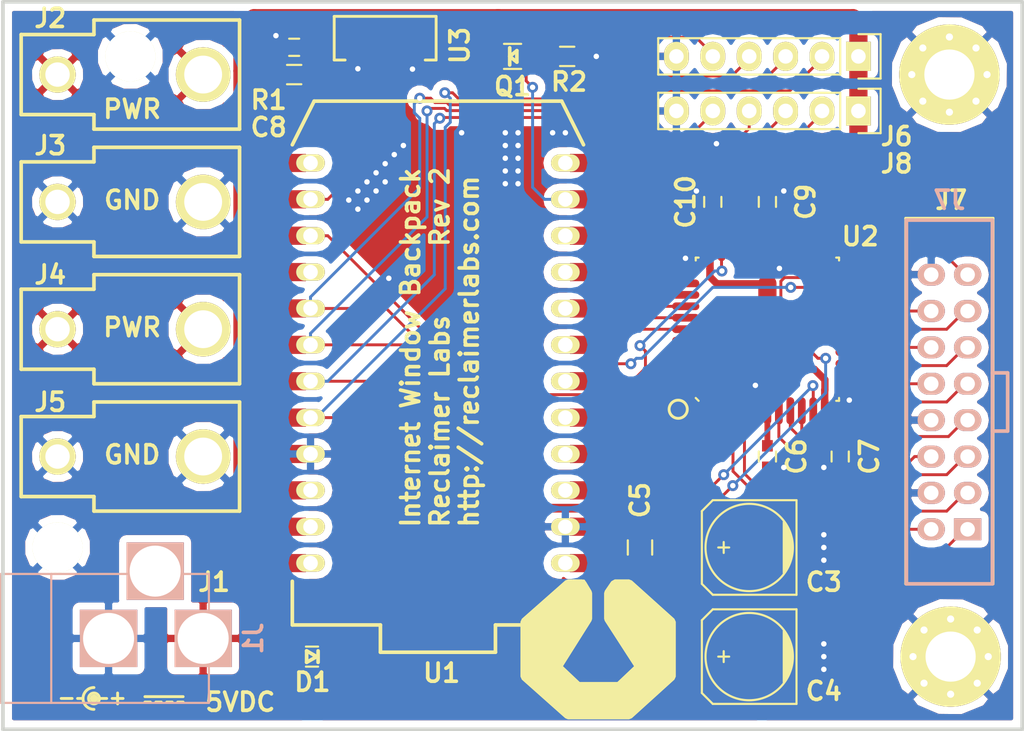
<source format=kicad_pcb>
(kicad_pcb (version 4) (host pcbnew 4.0.2-stable)

  (general
    (links 127)
    (no_connects 0)
    (area -0.408821 -52.9632 94.234001 8.890001)
    (thickness 1.6)
    (drawings 39)
    (tracks 431)
    (zones 0)
    (modules 28)
    (nets 60)
  )

  (page USLetter)
  (layers
    (0 F.Cu signal)
    (31 B.Cu signal)
    (32 B.Adhes user)
    (33 F.Adhes user)
    (34 B.Paste user)
    (35 F.Paste user)
    (36 B.SilkS user)
    (37 F.SilkS user)
    (38 B.Mask user)
    (39 F.Mask user)
    (40 Dwgs.User user)
    (41 Cmts.User user)
    (42 Eco1.User user)
    (43 Eco2.User user)
    (44 Edge.Cuts user)
    (45 Margin user)
    (46 B.CrtYd user)
    (47 F.CrtYd user)
    (48 B.Fab user hide)
    (49 F.Fab user hide)
  )

  (setup
    (last_trace_width 0.2032)
    (trace_clearance 0.2032)
    (zone_clearance 0.508)
    (zone_45_only no)
    (trace_min 0.2032)
    (segment_width 0.2)
    (edge_width 0.254)
    (via_size 0.762)
    (via_drill 0.381)
    (via_min_size 0.762)
    (via_min_drill 0.3302)
    (uvia_size 0.3)
    (uvia_drill 0.1)
    (uvias_allowed no)
    (uvia_min_size 0.2)
    (uvia_min_drill 0.1)
    (pcb_text_width 0.254)
    (pcb_text_size 1.27 1.27)
    (mod_edge_width 0.15)
    (mod_text_size 1.27 1.27)
    (mod_text_width 0.254)
    (pad_size 3.5 3.5)
    (pad_drill 3.5)
    (pad_to_mask_clearance 0.2032)
    (pad_to_paste_clearance -0.127)
    (aux_axis_origin 0 0)
    (visible_elements 7FFFFFFF)
    (pcbplotparams
      (layerselection 0x011fc_80000001)
      (usegerberextensions true)
      (excludeedgelayer true)
      (linewidth 0.254000)
      (plotframeref false)
      (viasonmask false)
      (mode 1)
      (useauxorigin false)
      (hpglpennumber 1)
      (hpglpenspeed 20)
      (hpglpendiameter 15)
      (hpglpenoverlay 2)
      (psnegative false)
      (psa4output false)
      (plotreference true)
      (plotvalue false)
      (plotinvisibletext false)
      (padsonsilk false)
      (subtractmaskfromsilk true)
      (outputformat 1)
      (mirror false)
      (drillshape 0)
      (scaleselection 1)
      (outputdirectory gerber/))
  )

  (net 0 "")
  (net 1 /BUZZER_TOP)
  (net 2 /BUZZER_BOT)
  (net 3 +5V)
  (net 4 GND)
  (net 5 +3V3)
  (net 6 /PHOTON_A2)
  (net 7 /R1)
  (net 8 /OE)
  (net 9 /G1)
  (net 10 /LAT)
  (net 11 /B1)
  (net 12 /CLK)
  (net 13 /D)
  (net 14 /R2)
  (net 15 /C)
  (net 16 /G2)
  (net 17 /B)
  (net 18 /B2)
  (net 19 /A)
  (net 20 /TCK)
  (net 21 /TDI)
  (net 22 /TDO)
  (net 23 /TMS)
  (net 24 /PHOTO)
  (net 25 "Net-(U1-Pad22)")
  (net 26 /UART_TX)
  (net 27 /UART_RX)
  (net 28 /RST_CPLD)
  (net 29 "Net-(U1-Pad5)")
  (net 30 /SPI_MOSI)
  (net 31 /SPI_MISO)
  (net 32 /SPI_SCK)
  (net 33 /IRDA)
  (net 34 "Net-(U1-Pad25)")
  (net 35 "Net-(U1-Pad26)")
  (net 36 "Net-(U1-Pad27)")
  (net 37 "Net-(U1-Pad28)")
  (net 38 "Net-(U1-Pad29)")
  (net 39 "Net-(U1-Pad30)")
  (net 40 "Net-(U1-Pad31)")
  (net 41 +5VA)
  (net 42 "Net-(C8-Pad1)")
  (net 43 "Net-(J1-Pad3)")
  (net 44 /PHOTON_D3)
  (net 45 /PHOTON_RST)
  (net 46 "Net-(U2-Pad17)")
  (net 47 "Net-(U2-Pad21)")
  (net 48 "Net-(U2-Pad22)")
  (net 49 "Net-(U2-Pad24)")
  (net 50 "Net-(U2-Pad26)")
  (net 51 "Net-(U2-Pad40)")
  (net 52 "Net-(U2-Pad41)")
  (net 53 "Net-(U2-Pad42)")
  (net 54 "Net-(U2-Pad43)")
  (net 55 "Net-(U2-Pad25)")
  (net 56 /CPLD_B8)
  (net 57 /CPLD_B9)
  (net 58 /CPLD_B10)
  (net 59 /CPLD_B12)

  (net_class Default "This is the default net class."
    (clearance 0.2032)
    (trace_width 0.2032)
    (via_dia 0.762)
    (via_drill 0.381)
    (uvia_dia 0.3)
    (uvia_drill 0.1)
    (add_net +5VA)
    (add_net /A)
    (add_net /B)
    (add_net /B1)
    (add_net /B2)
    (add_net /BUZZER_BOT)
    (add_net /BUZZER_TOP)
    (add_net /C)
    (add_net /CLK)
    (add_net /CPLD_B10)
    (add_net /CPLD_B12)
    (add_net /CPLD_B8)
    (add_net /CPLD_B9)
    (add_net /D)
    (add_net /G1)
    (add_net /G2)
    (add_net /IRDA)
    (add_net /LAT)
    (add_net /OE)
    (add_net /PHOTO)
    (add_net /PHOTON_A2)
    (add_net /PHOTON_D3)
    (add_net /PHOTON_RST)
    (add_net /R1)
    (add_net /R2)
    (add_net /RST_CPLD)
    (add_net /SPI_MISO)
    (add_net /SPI_MOSI)
    (add_net /SPI_SCK)
    (add_net /TCK)
    (add_net /TDI)
    (add_net /TDO)
    (add_net /TMS)
    (add_net /UART_RX)
    (add_net /UART_TX)
    (add_net "Net-(J1-Pad3)")
    (add_net "Net-(U1-Pad22)")
    (add_net "Net-(U1-Pad25)")
    (add_net "Net-(U1-Pad26)")
    (add_net "Net-(U1-Pad27)")
    (add_net "Net-(U1-Pad28)")
    (add_net "Net-(U1-Pad29)")
    (add_net "Net-(U1-Pad30)")
    (add_net "Net-(U1-Pad31)")
    (add_net "Net-(U1-Pad5)")
    (add_net "Net-(U2-Pad17)")
    (add_net "Net-(U2-Pad21)")
    (add_net "Net-(U2-Pad22)")
    (add_net "Net-(U2-Pad24)")
    (add_net "Net-(U2-Pad25)")
    (add_net "Net-(U2-Pad26)")
    (add_net "Net-(U2-Pad40)")
    (add_net "Net-(U2-Pad41)")
    (add_net "Net-(U2-Pad42)")
    (add_net "Net-(U2-Pad43)")
  )

  (net_class Power ""
    (clearance 0.2032)
    (trace_width 0.4064)
    (via_dia 0.762)
    (via_drill 0.381)
    (uvia_dia 0.3)
    (uvia_drill 0.1)
    (add_net +3V3)
    (add_net +5V)
    (add_net GND)
    (add_net "Net-(C8-Pad1)")
  )

  (module Reclaimer_Labs:PHOTON (layer F.Cu) (tedit 575FC0C3) (tstamp 576048F4)
    (at 30.351456 -25.578662 90)
    (path /56499686)
    (fp_text reference U1 (at -21.641662 0.255544 180) (layer F.SilkS)
      (effects (font (size 1.27 1.27) (thickness 0.254)))
    )
    (fp_text value PHOTON (at 0 0 90) (layer F.Fab)
      (effects (font (size 1.2 1.2) (thickness 0.15)))
    )
    (fp_line (start -18.288 10.16) (end -15.24 10.16) (layer F.SilkS) (width 0.254))
    (fp_line (start -18.288 -10.16) (end -15.24 -10.16) (layer F.SilkS) (width 0.254))
    (fp_line (start -20.193 4.0132) (end -20.193 -4.0132) (layer F.SilkS) (width 0.254))
    (fp_line (start -20.193 -4.0132) (end -18.288 -4.0132) (layer F.SilkS) (width 0.254))
    (fp_line (start -18.288 -4.0132) (end -18.288 -10.16) (layer F.SilkS) (width 0.254))
    (fp_line (start 15.24 -10.16) (end 18.288 -8.636) (layer F.SilkS) (width 0.254))
    (fp_line (start 18.288 -8.636) (end 18.288 8.636) (layer F.SilkS) (width 0.254))
    (fp_line (start 18.288 8.636) (end 15.24 10.16) (layer F.SilkS) (width 0.254))
    (fp_line (start -18.288 10.16) (end -18.288 4.0132) (layer F.SilkS) (width 0.254))
    (fp_line (start -18.288 4.0132) (end -20.193 4.0132) (layer F.SilkS) (width 0.254))
    (pad 24 thru_hole oval (at -13.97 -8.89 90) (size 1.2 2) (drill 1.016) (layers *.Cu *.Mask F.SilkS)
      (net 5 +3V3))
    (pad 1 thru_hole oval (at -13.97 8.89 90) (size 1.2 2) (drill 1.016) (layers *.Cu *.Mask F.SilkS)
      (net 41 +5VA))
    (pad 23 thru_hole oval (at -11.43 -8.89 90) (size 1.2 2) (drill 1.016) (layers *.Cu *.Mask F.SilkS)
      (net 45 /PHOTON_RST))
    (pad 2 thru_hole oval (at -11.43 8.89 90) (size 1.2 2) (drill 1.016) (layers *.Cu *.Mask F.SilkS)
      (net 4 GND))
    (pad 22 thru_hole oval (at -8.89 -8.89 90) (size 1.2 2) (drill 1.016) (layers *.Cu *.Mask F.SilkS)
      (net 25 "Net-(U1-Pad22)"))
    (pad 3 thru_hole oval (at -8.89 8.89 90) (size 1.2 2) (drill 1.016) (layers *.Cu *.Mask F.SilkS)
      (net 26 /UART_TX))
    (pad 21 thru_hole oval (at -6.35 -8.89 90) (size 1.2 2) (drill 1.016) (layers *.Cu *.Mask F.SilkS)
      (net 4 GND))
    (pad 4 thru_hole oval (at -6.35 8.89 90) (size 1.2 2) (drill 1.016) (layers *.Cu *.Mask F.SilkS)
      (net 27 /UART_RX))
    (pad 20 thru_hole oval (at -3.81 -8.89 90) (size 1.2 2) (drill 1.016) (layers *.Cu *.Mask F.SilkS)
      (net 23 /TMS))
    (pad 5 thru_hole oval (at -3.81 8.89 90) (size 1.2 2) (drill 1.016) (layers *.Cu *.Mask F.SilkS)
      (net 29 "Net-(U1-Pad5)"))
    (pad 19 thru_hole oval (at -1.27 -8.89 90) (size 1.2 2) (drill 1.016) (layers *.Cu *.Mask F.SilkS)
      (net 20 /TCK))
    (pad 6 thru_hole oval (at -1.27 8.89 90) (size 1.2 2) (drill 1.016) (layers *.Cu *.Mask F.SilkS)
      (net 1 /BUZZER_TOP))
    (pad 18 thru_hole oval (at 1.27 -8.89 90) (size 1.2 2) (drill 1.016) (layers *.Cu *.Mask F.SilkS)
      (net 21 /TDI))
    (pad 7 thru_hole oval (at 1.27 8.89 90) (size 1.2 2) (drill 1.016) (layers *.Cu *.Mask F.SilkS)
      (net 30 /SPI_MOSI))
    (pad 17 thru_hole oval (at 3.81 -8.89 90) (size 1.2 2) (drill 1.016) (layers *.Cu *.Mask F.SilkS)
      (net 22 /TDO))
    (pad 8 thru_hole oval (at 3.81 8.89 90) (size 1.2 2) (drill 1.016) (layers *.Cu *.Mask F.SilkS)
      (net 31 /SPI_MISO))
    (pad 16 thru_hole oval (at 6.35 -8.89 90) (size 1.2 2) (drill 1.016) (layers *.Cu *.Mask F.SilkS)
      (net 44 /PHOTON_D3))
    (pad 9 thru_hole oval (at 6.35 8.89 90) (size 1.2 2) (drill 1.016) (layers *.Cu *.Mask F.SilkS)
      (net 32 /SPI_SCK))
    (pad 15 thru_hole oval (at 8.89 -8.89 90) (size 1.2 2) (drill 1.016) (layers *.Cu *.Mask F.SilkS)
      (net 8 /OE))
    (pad 10 thru_hole oval (at 8.89 8.89 90) (size 1.2 2) (drill 1.016) (layers *.Cu *.Mask F.SilkS)
      (net 6 /PHOTON_A2))
    (pad 14 thru_hole oval (at 11.43 -8.89 90) (size 1.2 2) (drill 1.016) (layers *.Cu *.Mask F.SilkS)
      (net 33 /IRDA))
    (pad 11 thru_hole oval (at 11.43 8.89 90) (size 1.2 2) (drill 1.016) (layers *.Cu *.Mask F.SilkS)
      (net 24 /PHOTO))
    (pad 13 thru_hole oval (at 13.97 -8.89 90) (size 1.2 2) (drill 1.016) (layers *.Cu *.Mask F.SilkS)
      (net 2 /BUZZER_BOT))
    (pad 12 thru_hole oval (at 13.97 8.89 90) (size 1.2 2) (drill 1.016) (layers *.Cu *.Mask F.SilkS)
      (net 28 /RST_CPLD))
    (pad 1 smd rect (at -13.97 10.795 90) (size 1.27 3.175) (layers F.Cu F.Paste F.Mask)
      (net 41 +5VA))
    (pad 2 smd rect (at -11.43 10.795 90) (size 1.27 3.175) (layers F.Cu F.Paste F.Mask)
      (net 4 GND))
    (pad 3 smd rect (at -8.89 10.795 90) (size 1.27 3.175) (layers F.Cu F.Paste F.Mask)
      (net 26 /UART_TX))
    (pad 4 smd rect (at -6.35 10.795 90) (size 1.27 3.175) (layers F.Cu F.Paste F.Mask)
      (net 27 /UART_RX))
    (pad 5 smd rect (at -3.81 10.795 90) (size 1.27 3.175) (layers F.Cu F.Paste F.Mask)
      (net 29 "Net-(U1-Pad5)"))
    (pad 6 smd rect (at -1.27 10.795 90) (size 1.27 3.175) (layers F.Cu F.Paste F.Mask)
      (net 1 /BUZZER_TOP))
    (pad 7 smd rect (at 1.27 10.795 90) (size 1.27 3.175) (layers F.Cu F.Paste F.Mask)
      (net 30 /SPI_MOSI))
    (pad 8 smd rect (at 3.81 10.795 90) (size 1.27 3.175) (layers F.Cu F.Paste F.Mask)
      (net 31 /SPI_MISO))
    (pad 9 smd rect (at 6.35 10.795 90) (size 1.27 3.175) (layers F.Cu F.Paste F.Mask)
      (net 32 /SPI_SCK))
    (pad 10 smd rect (at 8.89 10.795 90) (size 1.27 3.175) (layers F.Cu F.Paste F.Mask)
      (net 6 /PHOTON_A2))
    (pad 11 smd rect (at 11.43 10.795 90) (size 1.27 3.175) (layers F.Cu F.Paste F.Mask)
      (net 24 /PHOTO))
    (pad 12 smd rect (at 13.97 10.795 90) (size 1.27 3.175) (layers F.Cu F.Paste F.Mask)
      (net 28 /RST_CPLD))
    (pad 13 smd rect (at 13.97 -10.795 90) (size 1.27 3.175) (layers F.Cu F.Paste F.Mask)
      (net 2 /BUZZER_BOT))
    (pad 14 smd rect (at 11.43 -10.795 90) (size 1.27 3.175) (layers F.Cu F.Paste F.Mask)
      (net 33 /IRDA))
    (pad 15 smd rect (at 8.89 -10.795 90) (size 1.27 3.175) (layers F.Cu F.Paste F.Mask)
      (net 8 /OE))
    (pad 16 smd rect (at 6.35 -10.795 90) (size 1.27 3.175) (layers F.Cu F.Paste F.Mask)
      (net 44 /PHOTON_D3))
    (pad 17 smd rect (at 3.81 -10.795 90) (size 1.27 3.175) (layers F.Cu F.Paste F.Mask)
      (net 22 /TDO))
    (pad 18 smd rect (at 1.27 -10.795 90) (size 1.27 3.175) (layers F.Cu F.Paste F.Mask)
      (net 21 /TDI))
    (pad 19 smd rect (at -1.27 -10.795 90) (size 1.27 3.175) (layers F.Cu F.Paste F.Mask)
      (net 20 /TCK))
    (pad 20 smd rect (at -3.81 -10.795 90) (size 1.27 3.175) (layers F.Cu F.Paste F.Mask)
      (net 23 /TMS))
    (pad 21 smd rect (at -6.35 -10.795 90) (size 1.27 3.175) (layers F.Cu F.Paste F.Mask)
      (net 4 GND))
    (pad 22 smd rect (at -8.89 -10.795 90) (size 1.27 3.175) (layers F.Cu F.Paste F.Mask)
      (net 25 "Net-(U1-Pad22)"))
    (pad 23 smd rect (at -11.43 -10.795 90) (size 1.27 3.175) (layers F.Cu F.Paste F.Mask)
      (net 45 /PHOTON_RST))
    (pad 24 smd rect (at -13.97 -10.795 90) (size 1.27 3.175) (layers F.Cu F.Paste F.Mask)
      (net 5 +3V3))
    (pad 25 smd rect (at -13.97 6.35 90) (size 1.778 1.778) (layers F.Cu F.Paste F.Mask)
      (net 34 "Net-(U1-Pad25)"))
    (pad 26 smd rect (at -6.35 6.35 90) (size 1.778 1.778) (layers F.Cu F.Paste F.Mask)
      (net 35 "Net-(U1-Pad26)"))
    (pad 27 smd rect (at 3.81 6.35 90) (size 1.143 1.143) (layers F.Cu F.Paste F.Mask)
      (net 36 "Net-(U1-Pad27)"))
    (pad 28 smd rect (at -11.43 -6.35 90) (size 1.143 1.143) (layers F.Cu F.Paste F.Mask)
      (net 37 "Net-(U1-Pad28)"))
    (pad 29 smd rect (at -13.97 -6.35 90) (size 1.143 1.143) (layers F.Cu F.Paste F.Mask)
      (net 38 "Net-(U1-Pad29)"))
    (pad 30 smd rect (at -16.764 -1.016 90) (size 1.778 1.524) (layers F.Cu F.Paste F.Mask)
      (net 39 "Net-(U1-Pad30)"))
    (pad 31 smd rect (at -16.764 1.016 90) (size 1.778 1.524) (layers F.Cu F.Paste F.Mask)
      (net 40 "Net-(U1-Pad31)"))
  )

  (module Capacitors_SMD:c_elec_6.3x5.7 (layer F.Cu) (tedit 55726012) (tstamp 57604797)
    (at 52.07 -12.7 180)
    (descr "SMT capacitor, aluminium electrolytic, 6.3x5.7")
    (path /575FFF75)
    (attr smd)
    (fp_text reference C3 (at -5.207 -2.413 180) (layer F.SilkS)
      (effects (font (size 1.27 1.27) (thickness 0.254)))
    )
    (fp_text value 100uF (at 0 3.81 180) (layer F.Fab)
      (effects (font (size 1 1) (thickness 0.15)))
    )
    (fp_line (start -4.85 -3.65) (end 4.85 -3.65) (layer F.CrtYd) (width 0.05))
    (fp_line (start 4.85 -3.65) (end 4.85 3.65) (layer F.CrtYd) (width 0.05))
    (fp_line (start 4.85 3.65) (end -4.85 3.65) (layer F.CrtYd) (width 0.05))
    (fp_line (start -4.85 3.65) (end -4.85 -3.65) (layer F.CrtYd) (width 0.05))
    (fp_line (start -2.921 -0.762) (end -2.921 0.762) (layer F.SilkS) (width 0.15))
    (fp_line (start -2.794 1.143) (end -2.794 -1.143) (layer F.SilkS) (width 0.15))
    (fp_line (start -2.667 -1.397) (end -2.667 1.397) (layer F.SilkS) (width 0.15))
    (fp_line (start -2.54 1.651) (end -2.54 -1.651) (layer F.SilkS) (width 0.15))
    (fp_line (start -2.413 -1.778) (end -2.413 1.778) (layer F.SilkS) (width 0.15))
    (fp_line (start -3.302 -3.302) (end -3.302 3.302) (layer F.SilkS) (width 0.15))
    (fp_line (start -3.302 3.302) (end 2.54 3.302) (layer F.SilkS) (width 0.15))
    (fp_line (start 2.54 3.302) (end 3.302 2.54) (layer F.SilkS) (width 0.15))
    (fp_line (start 3.302 2.54) (end 3.302 -2.54) (layer F.SilkS) (width 0.15))
    (fp_line (start 3.302 -2.54) (end 2.54 -3.302) (layer F.SilkS) (width 0.15))
    (fp_line (start 2.54 -3.302) (end -3.302 -3.302) (layer F.SilkS) (width 0.15))
    (fp_line (start 2.159 0) (end 1.397 0) (layer F.SilkS) (width 0.15))
    (fp_line (start 1.778 -0.381) (end 1.778 0.381) (layer F.SilkS) (width 0.15))
    (fp_circle (center 0 0) (end -3.048 0) (layer F.SilkS) (width 0.15))
    (pad 1 smd rect (at 2.75082 0 180) (size 3.59918 1.6002) (layers F.Cu F.Paste F.Mask)
      (net 41 +5VA))
    (pad 2 smd rect (at -2.75082 0 180) (size 3.59918 1.6002) (layers F.Cu F.Paste F.Mask)
      (net 4 GND))
    (model Capacitors_SMD.3dshapes/c_elec_6.3x5.7.wrl
      (at (xyz 0 0 0))
      (scale (xyz 1 1 1))
      (rotate (xyz 0 0 0))
    )
  )

  (module Capacitors_SMD:c_elec_6.3x5.7 (layer F.Cu) (tedit 55726012) (tstamp 5760479D)
    (at 52.07 -5.08 180)
    (descr "SMT capacitor, aluminium electrolytic, 6.3x5.7")
    (path /57600020)
    (attr smd)
    (fp_text reference C4 (at -5.207 -2.413 180) (layer F.SilkS)
      (effects (font (size 1.27 1.27) (thickness 0.254)))
    )
    (fp_text value 100uF (at 0 3.81 180) (layer F.Fab)
      (effects (font (size 1 1) (thickness 0.15)))
    )
    (fp_line (start -4.85 -3.65) (end 4.85 -3.65) (layer F.CrtYd) (width 0.05))
    (fp_line (start 4.85 -3.65) (end 4.85 3.65) (layer F.CrtYd) (width 0.05))
    (fp_line (start 4.85 3.65) (end -4.85 3.65) (layer F.CrtYd) (width 0.05))
    (fp_line (start -4.85 3.65) (end -4.85 -3.65) (layer F.CrtYd) (width 0.05))
    (fp_line (start -2.921 -0.762) (end -2.921 0.762) (layer F.SilkS) (width 0.15))
    (fp_line (start -2.794 1.143) (end -2.794 -1.143) (layer F.SilkS) (width 0.15))
    (fp_line (start -2.667 -1.397) (end -2.667 1.397) (layer F.SilkS) (width 0.15))
    (fp_line (start -2.54 1.651) (end -2.54 -1.651) (layer F.SilkS) (width 0.15))
    (fp_line (start -2.413 -1.778) (end -2.413 1.778) (layer F.SilkS) (width 0.15))
    (fp_line (start -3.302 -3.302) (end -3.302 3.302) (layer F.SilkS) (width 0.15))
    (fp_line (start -3.302 3.302) (end 2.54 3.302) (layer F.SilkS) (width 0.15))
    (fp_line (start 2.54 3.302) (end 3.302 2.54) (layer F.SilkS) (width 0.15))
    (fp_line (start 3.302 2.54) (end 3.302 -2.54) (layer F.SilkS) (width 0.15))
    (fp_line (start 3.302 -2.54) (end 2.54 -3.302) (layer F.SilkS) (width 0.15))
    (fp_line (start 2.54 -3.302) (end -3.302 -3.302) (layer F.SilkS) (width 0.15))
    (fp_line (start 2.159 0) (end 1.397 0) (layer F.SilkS) (width 0.15))
    (fp_line (start 1.778 -0.381) (end 1.778 0.381) (layer F.SilkS) (width 0.15))
    (fp_circle (center 0 0) (end -3.048 0) (layer F.SilkS) (width 0.15))
    (pad 1 smd rect (at 2.75082 0 180) (size 3.59918 1.6002) (layers F.Cu F.Paste F.Mask)
      (net 41 +5VA))
    (pad 2 smd rect (at -2.75082 0 180) (size 3.59918 1.6002) (layers F.Cu F.Paste F.Mask)
      (net 4 GND))
    (model Capacitors_SMD.3dshapes/c_elec_6.3x5.7.wrl
      (at (xyz 0 0 0))
      (scale (xyz 1 1 1))
      (rotate (xyz 0 0 0))
    )
  )

  (module Capacitors_SMD:C_0805 (layer F.Cu) (tedit 5415D6EA) (tstamp 576047A3)
    (at 44.45 -12.7 90)
    (descr "Capacitor SMD 0805, reflow soldering, AVX (see smccp.pdf)")
    (tags "capacitor 0805")
    (path /576000B6)
    (attr smd)
    (fp_text reference C5 (at 3.302 0 90) (layer F.SilkS)
      (effects (font (size 1.27 1.27) (thickness 0.254)))
    )
    (fp_text value 10uF (at 0 2.1 90) (layer F.Fab)
      (effects (font (size 1 1) (thickness 0.15)))
    )
    (fp_line (start -1.8 -1) (end 1.8 -1) (layer F.CrtYd) (width 0.05))
    (fp_line (start -1.8 1) (end 1.8 1) (layer F.CrtYd) (width 0.05))
    (fp_line (start -1.8 -1) (end -1.8 1) (layer F.CrtYd) (width 0.05))
    (fp_line (start 1.8 -1) (end 1.8 1) (layer F.CrtYd) (width 0.05))
    (fp_line (start 0.5 -0.85) (end -0.5 -0.85) (layer F.SilkS) (width 0.15))
    (fp_line (start -0.5 0.85) (end 0.5 0.85) (layer F.SilkS) (width 0.15))
    (pad 1 smd rect (at -1 0 90) (size 1 1.25) (layers F.Cu F.Paste F.Mask)
      (net 41 +5VA))
    (pad 2 smd rect (at 1 0 90) (size 1 1.25) (layers F.Cu F.Paste F.Mask)
      (net 4 GND))
    (model Capacitors_SMD.3dshapes/C_0805.wrl
      (at (xyz 0 0 0))
      (scale (xyz 1 1 1))
      (rotate (xyz 0 0 0))
    )
  )

  (module Capacitors_SMD:C_0603 (layer F.Cu) (tedit 5415D631) (tstamp 576047A9)
    (at 53.34 -19.05 270)
    (descr "Capacitor SMD 0603, reflow soldering, AVX (see smccp.pdf)")
    (tags "capacitor 0603")
    (path /56536F90)
    (attr smd)
    (fp_text reference C6 (at 0 -2.032 270) (layer F.SilkS)
      (effects (font (size 1.27 1.27) (thickness 0.254)))
    )
    (fp_text value 0.1uF (at 0 1.9 270) (layer F.Fab)
      (effects (font (size 1 1) (thickness 0.15)))
    )
    (fp_line (start -1.45 -0.75) (end 1.45 -0.75) (layer F.CrtYd) (width 0.05))
    (fp_line (start -1.45 0.75) (end 1.45 0.75) (layer F.CrtYd) (width 0.05))
    (fp_line (start -1.45 -0.75) (end -1.45 0.75) (layer F.CrtYd) (width 0.05))
    (fp_line (start 1.45 -0.75) (end 1.45 0.75) (layer F.CrtYd) (width 0.05))
    (fp_line (start -0.35 -0.6) (end 0.35 -0.6) (layer F.SilkS) (width 0.15))
    (fp_line (start 0.35 0.6) (end -0.35 0.6) (layer F.SilkS) (width 0.15))
    (pad 1 smd rect (at -0.75 0 270) (size 0.8 0.75) (layers F.Cu F.Paste F.Mask)
      (net 5 +3V3))
    (pad 2 smd rect (at 0.75 0 270) (size 0.8 0.75) (layers F.Cu F.Paste F.Mask)
      (net 4 GND))
    (model Capacitors_SMD.3dshapes/C_0603.wrl
      (at (xyz 0 0 0))
      (scale (xyz 1 1 1))
      (rotate (xyz 0 0 0))
    )
  )

  (module Capacitors_SMD:C_0603 (layer F.Cu) (tedit 5415D631) (tstamp 576047AF)
    (at 58.42 -19.05 270)
    (descr "Capacitor SMD 0603, reflow soldering, AVX (see smccp.pdf)")
    (tags "capacitor 0603")
    (path /5653710F)
    (attr smd)
    (fp_text reference C7 (at 0 -2.032 270) (layer F.SilkS)
      (effects (font (size 1.27 1.27) (thickness 0.254)))
    )
    (fp_text value 0.1uF (at 0 1.9 270) (layer F.Fab)
      (effects (font (size 1 1) (thickness 0.15)))
    )
    (fp_line (start -1.45 -0.75) (end 1.45 -0.75) (layer F.CrtYd) (width 0.05))
    (fp_line (start -1.45 0.75) (end 1.45 0.75) (layer F.CrtYd) (width 0.05))
    (fp_line (start -1.45 -0.75) (end -1.45 0.75) (layer F.CrtYd) (width 0.05))
    (fp_line (start 1.45 -0.75) (end 1.45 0.75) (layer F.CrtYd) (width 0.05))
    (fp_line (start -0.35 -0.6) (end 0.35 -0.6) (layer F.SilkS) (width 0.15))
    (fp_line (start 0.35 0.6) (end -0.35 0.6) (layer F.SilkS) (width 0.15))
    (pad 1 smd rect (at -0.75 0 270) (size 0.8 0.75) (layers F.Cu F.Paste F.Mask)
      (net 5 +3V3))
    (pad 2 smd rect (at 0.75 0 270) (size 0.8 0.75) (layers F.Cu F.Paste F.Mask)
      (net 4 GND))
    (model Capacitors_SMD.3dshapes/C_0603.wrl
      (at (xyz 0 0 0))
      (scale (xyz 1 1 1))
      (rotate (xyz 0 0 0))
    )
  )

  (module Capacitors_SMD:C_0603 (layer F.Cu) (tedit 5415D631) (tstamp 576047B5)
    (at 20.32 -47.625 180)
    (descr "Capacitor SMD 0603, reflow soldering, AVX (see smccp.pdf)")
    (tags "capacitor 0603")
    (path /5649D30E)
    (attr smd)
    (fp_text reference C8 (at 1.778 -5.588 180) (layer F.SilkS)
      (effects (font (size 1.27 1.27) (thickness 0.254)))
    )
    (fp_text value 0.1uF (at 0 1.9 180) (layer F.Fab)
      (effects (font (size 1 1) (thickness 0.15)))
    )
    (fp_line (start -1.45 -0.75) (end 1.45 -0.75) (layer F.CrtYd) (width 0.05))
    (fp_line (start -1.45 0.75) (end 1.45 0.75) (layer F.CrtYd) (width 0.05))
    (fp_line (start -1.45 -0.75) (end -1.45 0.75) (layer F.CrtYd) (width 0.05))
    (fp_line (start 1.45 -0.75) (end 1.45 0.75) (layer F.CrtYd) (width 0.05))
    (fp_line (start -0.35 -0.6) (end 0.35 -0.6) (layer F.SilkS) (width 0.15))
    (fp_line (start 0.35 0.6) (end -0.35 0.6) (layer F.SilkS) (width 0.15))
    (pad 1 smd rect (at -0.75 0 180) (size 0.8 0.75) (layers F.Cu F.Paste F.Mask)
      (net 42 "Net-(C8-Pad1)"))
    (pad 2 smd rect (at 0.75 0 180) (size 0.8 0.75) (layers F.Cu F.Paste F.Mask)
      (net 4 GND))
    (model Capacitors_SMD.3dshapes/C_0603.wrl
      (at (xyz 0 0 0))
      (scale (xyz 1 1 1))
      (rotate (xyz 0 0 0))
    )
  )

  (module Capacitors_SMD:C_0603 (layer F.Cu) (tedit 5415D631) (tstamp 576047BB)
    (at 53.34 -36.83 90)
    (descr "Capacitor SMD 0603, reflow soldering, AVX (see smccp.pdf)")
    (tags "capacitor 0603")
    (path /5649A53B)
    (attr smd)
    (fp_text reference C9 (at 0 2.667 90) (layer F.SilkS)
      (effects (font (size 1.27 1.27) (thickness 0.254)))
    )
    (fp_text value 0.1uF (at 0 1.9 90) (layer F.Fab)
      (effects (font (size 1 1) (thickness 0.15)))
    )
    (fp_line (start -1.45 -0.75) (end 1.45 -0.75) (layer F.CrtYd) (width 0.05))
    (fp_line (start -1.45 0.75) (end 1.45 0.75) (layer F.CrtYd) (width 0.05))
    (fp_line (start -1.45 -0.75) (end -1.45 0.75) (layer F.CrtYd) (width 0.05))
    (fp_line (start 1.45 -0.75) (end 1.45 0.75) (layer F.CrtYd) (width 0.05))
    (fp_line (start -0.35 -0.6) (end 0.35 -0.6) (layer F.SilkS) (width 0.15))
    (fp_line (start 0.35 0.6) (end -0.35 0.6) (layer F.SilkS) (width 0.15))
    (pad 1 smd rect (at -0.75 0 90) (size 0.8 0.75) (layers F.Cu F.Paste F.Mask)
      (net 5 +3V3))
    (pad 2 smd rect (at 0.75 0 90) (size 0.8 0.75) (layers F.Cu F.Paste F.Mask)
      (net 4 GND))
    (model Capacitors_SMD.3dshapes/C_0603.wrl
      (at (xyz 0 0 0))
      (scale (xyz 1 1 1))
      (rotate (xyz 0 0 0))
    )
  )

  (module Capacitors_SMD:C_0603 (layer F.Cu) (tedit 5415D631) (tstamp 576047C1)
    (at 49.53 -36.83 90)
    (descr "Capacitor SMD 0603, reflow soldering, AVX (see smccp.pdf)")
    (tags "capacitor 0603")
    (path /5653775C)
    (attr smd)
    (fp_text reference C10 (at 0 -1.9 90) (layer F.SilkS)
      (effects (font (size 1.27 1.27) (thickness 0.254)))
    )
    (fp_text value 0.1uF (at 0 1.9 90) (layer F.Fab)
      (effects (font (size 1 1) (thickness 0.15)))
    )
    (fp_line (start -1.45 -0.75) (end 1.45 -0.75) (layer F.CrtYd) (width 0.05))
    (fp_line (start -1.45 0.75) (end 1.45 0.75) (layer F.CrtYd) (width 0.05))
    (fp_line (start -1.45 -0.75) (end -1.45 0.75) (layer F.CrtYd) (width 0.05))
    (fp_line (start 1.45 -0.75) (end 1.45 0.75) (layer F.CrtYd) (width 0.05))
    (fp_line (start -0.35 -0.6) (end 0.35 -0.6) (layer F.SilkS) (width 0.15))
    (fp_line (start 0.35 0.6) (end -0.35 0.6) (layer F.SilkS) (width 0.15))
    (pad 1 smd rect (at -0.75 0 90) (size 0.8 0.75) (layers F.Cu F.Paste F.Mask)
      (net 5 +3V3))
    (pad 2 smd rect (at 0.75 0 90) (size 0.8 0.75) (layers F.Cu F.Paste F.Mask)
      (net 4 GND))
    (model Capacitors_SMD.3dshapes/C_0603.wrl
      (at (xyz 0 0 0))
      (scale (xyz 1 1 1))
      (rotate (xyz 0 0 0))
    )
  )

  (module Reclaimer_Labs:SMini2-F5-B (layer F.Cu) (tedit 575FBFAE) (tstamp 576047CF)
    (at 21.59 -5.08 180)
    (descr "http://www.diodes.com/datasheets/ap02001.pdf p.144")
    (tags "Diode SOD523")
    (path /575FFED0)
    (attr smd)
    (fp_text reference D1 (at 0 -1.778 180) (layer F.SilkS)
      (effects (font (size 1.27 1.27) (thickness 0.254)))
    )
    (fp_text value D_Schottky (at 0 1.7 180) (layer F.Fab)
      (effects (font (size 1 1) (thickness 0.15)))
    )
    (fp_line (start -0.4 0.4) (end -0.4 -0.4) (layer F.SilkS) (width 0.254))
    (fp_line (start -0.3 0) (end 0.4 -0.4) (layer F.SilkS) (width 0.254))
    (fp_line (start 0.4 0.4) (end -0.3 0) (layer F.SilkS) (width 0.254))
    (fp_line (start 0.4 -0.4) (end 0.4 0.4) (layer F.SilkS) (width 0.254))
    (fp_line (start 1.8 0.7) (end -1.7 0.7) (layer F.CrtYd) (width 0.254))
    (fp_line (start 1.8 -0.7) (end 1.8 0.7) (layer F.CrtYd) (width 0.254))
    (fp_line (start -1.7 -0.7) (end 1.8 -0.7) (layer F.CrtYd) (width 0.254))
    (fp_line (start -1.7 0.7) (end -1.7 -0.7) (layer F.CrtYd) (width 0.254))
    (fp_line (start -0.4 0.7) (end 0.45 0.7) (layer F.SilkS) (width 0.15))
    (fp_line (start -0.4 -0.7) (end 0.45 -0.7) (layer F.SilkS) (width 0.15))
    (pad 1 smd rect (at -1.2 0 180) (size 0.9 1.1) (layers F.Cu F.Paste F.Mask)
      (net 41 +5VA))
    (pad 2 smd rect (at 1.2 0 180) (size 0.9 0.9) (layers F.Cu F.Paste F.Mask)
      (net 3 +5V))
  )

  (module Reclaimer_Labs:BARREL_JACK_MPD_EJ508A (layer B.Cu) (tedit 565BB5BC) (tstamp 576047DB)
    (at 7.37 -6.35)
    (descr "DC Barrel Jack")
    (tags "Power Jack")
    (path /5649E63E)
    (attr smd)
    (fp_text reference J1 (at 10.09904 0 270) (layer B.SilkS)
      (effects (font (size 1.27 1.27) (thickness 0.254)) (justify mirror))
    )
    (fp_text value BARREL_JACK (at 0 5.99948) (layer B.Fab)
      (effects (font (size 1 1) (thickness 0.15)) (justify mirror))
    )
    (fp_line (start -4.0005 4.50088) (end -4.0005 -4.50088) (layer B.SilkS) (width 0.15))
    (fp_line (start -7.50062 4.50088) (end -7.50062 -4.50088) (layer B.SilkS) (width 0.15))
    (fp_line (start -7.50062 -4.50088) (end 7.00024 -4.50088) (layer B.SilkS) (width 0.15))
    (fp_line (start 7.00024 -4.50088) (end 7.00024 4.50088) (layer B.SilkS) (width 0.15))
    (fp_line (start 7.00024 4.50088) (end -7.50062 4.50088) (layer B.SilkS) (width 0.15))
    (pad 1 thru_hole rect (at 6.6 0) (size 4 4) (drill 3.56) (layers *.Cu *.Mask B.SilkS)
      (net 3 +5V))
    (pad 2 thru_hole rect (at 0 0) (size 4 4) (drill 3.56) (layers *.Cu *.Mask B.SilkS)
      (net 4 GND))
    (pad 3 thru_hole rect (at 3.25 -4.699) (size 4 4) (drill 3.56) (layers *.Cu *.Mask B.SilkS)
      (net 43 "Net-(J1-Pad3)"))
  )

  (module Reclaimer_Labs:3547 (layer F.Cu) (tedit 575FBD5C) (tstamp 576047F9)
    (at 8.89 -45.72)
    (path /57605A9C)
    (attr smd)
    (fp_text reference J2 (at -5.588 -3.937) (layer F.SilkS)
      (effects (font (size 1.27 1.27) (thickness 0.254)))
    )
    (fp_text value CONN_01X01 (at 0 -5.6) (layer F.Fab)
      (effects (font (size 1.016 1.016) (thickness 0.254)))
    )
    (fp_line (start -2.54 2.794) (end -7.62 2.794) (layer F.SilkS) (width 0.254))
    (fp_line (start -2.54 3.81) (end -2.54 2.794) (layer F.SilkS) (width 0.254))
    (fp_line (start 7.62 3.81) (end -2.54 3.81) (layer F.SilkS) (width 0.254))
    (fp_line (start 7.62 -3.81) (end 7.62 3.81) (layer F.SilkS) (width 0.254))
    (fp_line (start -2.54 -3.81) (end 7.62 -3.81) (layer F.SilkS) (width 0.254))
    (fp_line (start -2.54 -2.794) (end -2.54 -3.81) (layer F.SilkS) (width 0.254))
    (fp_line (start -7.62 -2.794) (end -2.54 -2.794) (layer F.SilkS) (width 0.254))
    (fp_line (start -7.62 2.794) (end -7.62 -2.794) (layer F.SilkS) (width 0.254))
    (fp_line (start -2.54 2.794) (end -7.62 2.794) (layer B.CrtYd) (width 0.254))
    (fp_line (start -2.54 3.81) (end -2.54 2.794) (layer B.CrtYd) (width 0.254))
    (fp_line (start 7.62 3.81) (end -2.54 3.81) (layer B.CrtYd) (width 0.254))
    (fp_line (start 7.62 -3.81) (end 7.62 3.81) (layer B.CrtYd) (width 0.254))
    (fp_line (start -2.54 -3.81) (end 7.62 -3.81) (layer B.CrtYd) (width 0.254))
    (fp_line (start -2.54 -2.794) (end -2.54 -3.81) (layer B.CrtYd) (width 0.254))
    (fp_line (start -7.62 -2.794) (end -2.54 -2.794) (layer B.CrtYd) (width 0.254))
    (fp_line (start -7.62 2.794) (end -7.62 -2.794) (layer B.CrtYd) (width 0.254))
    (fp_line (start -2.54 2.794) (end -7.62 2.794) (layer F.CrtYd) (width 0.254))
    (fp_line (start -2.54 3.81) (end -2.54 2.794) (layer F.CrtYd) (width 0.254))
    (fp_line (start 7.62 3.81) (end -2.54 3.81) (layer F.CrtYd) (width 0.254))
    (fp_line (start 7.62 -3.81) (end 7.62 3.81) (layer F.CrtYd) (width 0.254))
    (fp_line (start -2.54 -3.81) (end 7.62 -3.81) (layer F.CrtYd) (width 0.254))
    (fp_line (start -2.54 -2.794) (end -2.54 -3.81) (layer F.CrtYd) (width 0.254))
    (fp_line (start -7.62 -2.794) (end -2.54 -2.794) (layer F.CrtYd) (width 0.254))
    (fp_line (start -7.62 2.794) (end -7.62 -2.794) (layer F.CrtYd) (width 0.254))
    (pad 1 thru_hole circle (at -5.08 0) (size 2.54 2.54) (drill 1.7018) (layers *.Cu *.Mask F.SilkS)
      (net 3 +5V))
    (pad 1 thru_hole circle (at 5.08 0) (size 3.81 3.81) (drill 2.6416) (layers *.Cu *.Mask F.SilkS)
      (net 3 +5V))
  )

  (module Reclaimer_Labs:3547 (layer F.Cu) (tedit 575FBD5C) (tstamp 57604817)
    (at 8.89 -36.83)
    (path /57609620)
    (attr smd)
    (fp_text reference J3 (at -5.588 -3.937) (layer F.SilkS)
      (effects (font (size 1.27 1.27) (thickness 0.254)))
    )
    (fp_text value CONN_01X01 (at 0 -5.6) (layer F.Fab)
      (effects (font (size 1.016 1.016) (thickness 0.254)))
    )
    (fp_line (start -2.54 2.794) (end -7.62 2.794) (layer F.SilkS) (width 0.254))
    (fp_line (start -2.54 3.81) (end -2.54 2.794) (layer F.SilkS) (width 0.254))
    (fp_line (start 7.62 3.81) (end -2.54 3.81) (layer F.SilkS) (width 0.254))
    (fp_line (start 7.62 -3.81) (end 7.62 3.81) (layer F.SilkS) (width 0.254))
    (fp_line (start -2.54 -3.81) (end 7.62 -3.81) (layer F.SilkS) (width 0.254))
    (fp_line (start -2.54 -2.794) (end -2.54 -3.81) (layer F.SilkS) (width 0.254))
    (fp_line (start -7.62 -2.794) (end -2.54 -2.794) (layer F.SilkS) (width 0.254))
    (fp_line (start -7.62 2.794) (end -7.62 -2.794) (layer F.SilkS) (width 0.254))
    (fp_line (start -2.54 2.794) (end -7.62 2.794) (layer B.CrtYd) (width 0.254))
    (fp_line (start -2.54 3.81) (end -2.54 2.794) (layer B.CrtYd) (width 0.254))
    (fp_line (start 7.62 3.81) (end -2.54 3.81) (layer B.CrtYd) (width 0.254))
    (fp_line (start 7.62 -3.81) (end 7.62 3.81) (layer B.CrtYd) (width 0.254))
    (fp_line (start -2.54 -3.81) (end 7.62 -3.81) (layer B.CrtYd) (width 0.254))
    (fp_line (start -2.54 -2.794) (end -2.54 -3.81) (layer B.CrtYd) (width 0.254))
    (fp_line (start -7.62 -2.794) (end -2.54 -2.794) (layer B.CrtYd) (width 0.254))
    (fp_line (start -7.62 2.794) (end -7.62 -2.794) (layer B.CrtYd) (width 0.254))
    (fp_line (start -2.54 2.794) (end -7.62 2.794) (layer F.CrtYd) (width 0.254))
    (fp_line (start -2.54 3.81) (end -2.54 2.794) (layer F.CrtYd) (width 0.254))
    (fp_line (start 7.62 3.81) (end -2.54 3.81) (layer F.CrtYd) (width 0.254))
    (fp_line (start 7.62 -3.81) (end 7.62 3.81) (layer F.CrtYd) (width 0.254))
    (fp_line (start -2.54 -3.81) (end 7.62 -3.81) (layer F.CrtYd) (width 0.254))
    (fp_line (start -2.54 -2.794) (end -2.54 -3.81) (layer F.CrtYd) (width 0.254))
    (fp_line (start -7.62 -2.794) (end -2.54 -2.794) (layer F.CrtYd) (width 0.254))
    (fp_line (start -7.62 2.794) (end -7.62 -2.794) (layer F.CrtYd) (width 0.254))
    (pad 1 thru_hole circle (at -5.08 0) (size 2.54 2.54) (drill 1.7018) (layers *.Cu *.Mask F.SilkS)
      (net 4 GND))
    (pad 1 thru_hole circle (at 5.08 0) (size 3.81 3.81) (drill 2.6416) (layers *.Cu *.Mask F.SilkS)
      (net 4 GND))
  )

  (module Reclaimer_Labs:3547 (layer F.Cu) (tedit 575FBD5C) (tstamp 57604835)
    (at 8.89 -27.94)
    (path /576096B3)
    (attr smd)
    (fp_text reference J4 (at -5.588 -3.8) (layer F.SilkS)
      (effects (font (size 1.27 1.27) (thickness 0.254)))
    )
    (fp_text value CONN_01X01 (at 0 -5.6) (layer F.Fab)
      (effects (font (size 1.016 1.016) (thickness 0.254)))
    )
    (fp_line (start -2.54 2.794) (end -7.62 2.794) (layer F.SilkS) (width 0.254))
    (fp_line (start -2.54 3.81) (end -2.54 2.794) (layer F.SilkS) (width 0.254))
    (fp_line (start 7.62 3.81) (end -2.54 3.81) (layer F.SilkS) (width 0.254))
    (fp_line (start 7.62 -3.81) (end 7.62 3.81) (layer F.SilkS) (width 0.254))
    (fp_line (start -2.54 -3.81) (end 7.62 -3.81) (layer F.SilkS) (width 0.254))
    (fp_line (start -2.54 -2.794) (end -2.54 -3.81) (layer F.SilkS) (width 0.254))
    (fp_line (start -7.62 -2.794) (end -2.54 -2.794) (layer F.SilkS) (width 0.254))
    (fp_line (start -7.62 2.794) (end -7.62 -2.794) (layer F.SilkS) (width 0.254))
    (fp_line (start -2.54 2.794) (end -7.62 2.794) (layer B.CrtYd) (width 0.254))
    (fp_line (start -2.54 3.81) (end -2.54 2.794) (layer B.CrtYd) (width 0.254))
    (fp_line (start 7.62 3.81) (end -2.54 3.81) (layer B.CrtYd) (width 0.254))
    (fp_line (start 7.62 -3.81) (end 7.62 3.81) (layer B.CrtYd) (width 0.254))
    (fp_line (start -2.54 -3.81) (end 7.62 -3.81) (layer B.CrtYd) (width 0.254))
    (fp_line (start -2.54 -2.794) (end -2.54 -3.81) (layer B.CrtYd) (width 0.254))
    (fp_line (start -7.62 -2.794) (end -2.54 -2.794) (layer B.CrtYd) (width 0.254))
    (fp_line (start -7.62 2.794) (end -7.62 -2.794) (layer B.CrtYd) (width 0.254))
    (fp_line (start -2.54 2.794) (end -7.62 2.794) (layer F.CrtYd) (width 0.254))
    (fp_line (start -2.54 3.81) (end -2.54 2.794) (layer F.CrtYd) (width 0.254))
    (fp_line (start 7.62 3.81) (end -2.54 3.81) (layer F.CrtYd) (width 0.254))
    (fp_line (start 7.62 -3.81) (end 7.62 3.81) (layer F.CrtYd) (width 0.254))
    (fp_line (start -2.54 -3.81) (end 7.62 -3.81) (layer F.CrtYd) (width 0.254))
    (fp_line (start -2.54 -2.794) (end -2.54 -3.81) (layer F.CrtYd) (width 0.254))
    (fp_line (start -7.62 -2.794) (end -2.54 -2.794) (layer F.CrtYd) (width 0.254))
    (fp_line (start -7.62 2.794) (end -7.62 -2.794) (layer F.CrtYd) (width 0.254))
    (pad 1 thru_hole circle (at -5.08 0) (size 2.54 2.54) (drill 1.7018) (layers *.Cu *.Mask F.SilkS)
      (net 3 +5V))
    (pad 1 thru_hole circle (at 5.08 0) (size 3.81 3.81) (drill 2.6416) (layers *.Cu *.Mask F.SilkS)
      (net 3 +5V))
  )

  (module Reclaimer_Labs:3547 (layer F.Cu) (tedit 575FBD5C) (tstamp 57604853)
    (at 8.89 -19.05)
    (path /5760975B)
    (attr smd)
    (fp_text reference J5 (at -5.588 -3.8) (layer F.SilkS)
      (effects (font (size 1.27 1.27) (thickness 0.254)))
    )
    (fp_text value CONN_01X01 (at 0 -5.6) (layer F.Fab)
      (effects (font (size 1.016 1.016) (thickness 0.254)))
    )
    (fp_line (start -2.54 2.794) (end -7.62 2.794) (layer F.SilkS) (width 0.254))
    (fp_line (start -2.54 3.81) (end -2.54 2.794) (layer F.SilkS) (width 0.254))
    (fp_line (start 7.62 3.81) (end -2.54 3.81) (layer F.SilkS) (width 0.254))
    (fp_line (start 7.62 -3.81) (end 7.62 3.81) (layer F.SilkS) (width 0.254))
    (fp_line (start -2.54 -3.81) (end 7.62 -3.81) (layer F.SilkS) (width 0.254))
    (fp_line (start -2.54 -2.794) (end -2.54 -3.81) (layer F.SilkS) (width 0.254))
    (fp_line (start -7.62 -2.794) (end -2.54 -2.794) (layer F.SilkS) (width 0.254))
    (fp_line (start -7.62 2.794) (end -7.62 -2.794) (layer F.SilkS) (width 0.254))
    (fp_line (start -2.54 2.794) (end -7.62 2.794) (layer B.CrtYd) (width 0.254))
    (fp_line (start -2.54 3.81) (end -2.54 2.794) (layer B.CrtYd) (width 0.254))
    (fp_line (start 7.62 3.81) (end -2.54 3.81) (layer B.CrtYd) (width 0.254))
    (fp_line (start 7.62 -3.81) (end 7.62 3.81) (layer B.CrtYd) (width 0.254))
    (fp_line (start -2.54 -3.81) (end 7.62 -3.81) (layer B.CrtYd) (width 0.254))
    (fp_line (start -2.54 -2.794) (end -2.54 -3.81) (layer B.CrtYd) (width 0.254))
    (fp_line (start -7.62 -2.794) (end -2.54 -2.794) (layer B.CrtYd) (width 0.254))
    (fp_line (start -7.62 2.794) (end -7.62 -2.794) (layer B.CrtYd) (width 0.254))
    (fp_line (start -2.54 2.794) (end -7.62 2.794) (layer F.CrtYd) (width 0.254))
    (fp_line (start -2.54 3.81) (end -2.54 2.794) (layer F.CrtYd) (width 0.254))
    (fp_line (start 7.62 3.81) (end -2.54 3.81) (layer F.CrtYd) (width 0.254))
    (fp_line (start 7.62 -3.81) (end 7.62 3.81) (layer F.CrtYd) (width 0.254))
    (fp_line (start -2.54 -3.81) (end 7.62 -3.81) (layer F.CrtYd) (width 0.254))
    (fp_line (start -2.54 -2.794) (end -2.54 -3.81) (layer F.CrtYd) (width 0.254))
    (fp_line (start -7.62 -2.794) (end -2.54 -2.794) (layer F.CrtYd) (width 0.254))
    (fp_line (start -7.62 2.794) (end -7.62 -2.794) (layer F.CrtYd) (width 0.254))
    (pad 1 thru_hole circle (at -5.08 0) (size 2.54 2.54) (drill 1.7018) (layers *.Cu *.Mask F.SilkS)
      (net 4 GND))
    (pad 1 thru_hole circle (at 5.08 0) (size 3.81 3.81) (drill 2.6416) (layers *.Cu *.Mask F.SilkS)
      (net 4 GND))
  )

  (module Reclaimer_Labs:Photo_Trans_0805 (layer F.Cu) (tedit 565198EE) (tstamp 576048A3)
    (at 35.56 -46.99 180)
    (descr "Resistor SMD 0805, reflow soldering, Vishay (see dcrcw.pdf)")
    (tags "resistor 0805")
    (path /56533644)
    (attr smd)
    (fp_text reference Q1 (at 0 -2.1 180) (layer F.SilkS)
      (effects (font (size 1.27 1.27) (thickness 0.254)))
    )
    (fp_text value Photo_Trans (at 0 2.1 180) (layer F.Fab)
      (effects (font (size 1 1) (thickness 0.15)))
    )
    (fp_line (start 0.2 -0.6) (end 0.2 0.6) (layer F.SilkS) (width 0.254))
    (fp_line (start -0.3 0.4) (end -0.3 -0.4) (layer F.SilkS) (width 0.254))
    (fp_line (start 0.2 0) (end -0.3 0.4) (layer F.SilkS) (width 0.254))
    (fp_line (start -0.3 -0.4) (end 0.2 0) (layer F.SilkS) (width 0.254))
    (fp_line (start -1.6 -1) (end 1.6 -1) (layer F.CrtYd) (width 0.05))
    (fp_line (start -1.6 1) (end 1.6 1) (layer F.CrtYd) (width 0.05))
    (fp_line (start -1.6 -1) (end -1.6 1) (layer F.CrtYd) (width 0.05))
    (fp_line (start 1.6 -1) (end 1.6 1) (layer F.CrtYd) (width 0.05))
    (fp_line (start 0.6 0.875) (end -0.6 0.875) (layer F.SilkS) (width 0.15))
    (fp_line (start -0.6 -0.875) (end 0.6 -0.875) (layer F.SilkS) (width 0.15))
    (pad E smd rect (at -0.95 0 180) (size 0.7 1.3) (layers F.Cu F.Paste F.Mask)
      (net 24 /PHOTO))
    (pad C smd rect (at 0.95 0 180) (size 0.7 1.3) (layers F.Cu F.Paste F.Mask)
      (net 5 +3V3))
    (model Resistors_SMD.3dshapes/R_0805.wrl
      (at (xyz 0 0 0))
      (scale (xyz 1 1 1))
      (rotate (xyz 0 0 0))
    )
  )

  (module Resistors_SMD:R_0603 (layer F.Cu) (tedit 5415CC62) (tstamp 576048A9)
    (at 20.32 -45.72)
    (descr "Resistor SMD 0603, reflow soldering, Vishay (see dcrcw.pdf)")
    (tags "resistor 0603")
    (path /5649DCA6)
    (attr smd)
    (fp_text reference R1 (at -1.778 1.778) (layer F.SilkS)
      (effects (font (size 1.27 1.27) (thickness 0.254)))
    )
    (fp_text value 100R (at 0 1.9) (layer F.Fab)
      (effects (font (size 1 1) (thickness 0.15)))
    )
    (fp_line (start -1.3 -0.8) (end 1.3 -0.8) (layer F.CrtYd) (width 0.05))
    (fp_line (start -1.3 0.8) (end 1.3 0.8) (layer F.CrtYd) (width 0.05))
    (fp_line (start -1.3 -0.8) (end -1.3 0.8) (layer F.CrtYd) (width 0.05))
    (fp_line (start 1.3 -0.8) (end 1.3 0.8) (layer F.CrtYd) (width 0.05))
    (fp_line (start 0.5 0.675) (end -0.5 0.675) (layer F.SilkS) (width 0.15))
    (fp_line (start -0.5 -0.675) (end 0.5 -0.675) (layer F.SilkS) (width 0.15))
    (pad 1 smd rect (at -0.75 0) (size 0.5 0.9) (layers F.Cu F.Paste F.Mask)
      (net 5 +3V3))
    (pad 2 smd rect (at 0.75 0) (size 0.5 0.9) (layers F.Cu F.Paste F.Mask)
      (net 42 "Net-(C8-Pad1)"))
    (model Resistors_SMD.3dshapes/R_0603.wrl
      (at (xyz 0 0 0))
      (scale (xyz 1 1 1))
      (rotate (xyz 0 0 0))
    )
  )

  (module Resistors_SMD:R_0603 (layer F.Cu) (tedit 5415CC62) (tstamp 576048AF)
    (at 39.37 -46.99)
    (descr "Resistor SMD 0603, reflow soldering, Vishay (see dcrcw.pdf)")
    (tags "resistor 0603")
    (path /5649BC31)
    (attr smd)
    (fp_text reference R2 (at 0.127 1.778) (layer F.SilkS)
      (effects (font (size 1.27 1.27) (thickness 0.254)))
    )
    (fp_text value 10k (at 0 1.9) (layer F.Fab)
      (effects (font (size 1 1) (thickness 0.15)))
    )
    (fp_line (start -1.3 -0.8) (end 1.3 -0.8) (layer F.CrtYd) (width 0.05))
    (fp_line (start -1.3 0.8) (end 1.3 0.8) (layer F.CrtYd) (width 0.05))
    (fp_line (start -1.3 -0.8) (end -1.3 0.8) (layer F.CrtYd) (width 0.05))
    (fp_line (start 1.3 -0.8) (end 1.3 0.8) (layer F.CrtYd) (width 0.05))
    (fp_line (start 0.5 0.675) (end -0.5 0.675) (layer F.SilkS) (width 0.15))
    (fp_line (start -0.5 -0.675) (end 0.5 -0.675) (layer F.SilkS) (width 0.15))
    (pad 1 smd rect (at -0.75 0) (size 0.5 0.9) (layers F.Cu F.Paste F.Mask)
      (net 24 /PHOTO))
    (pad 2 smd rect (at 0.75 0) (size 0.5 0.9) (layers F.Cu F.Paste F.Mask)
      (net 4 GND))
    (model Resistors_SMD.3dshapes/R_0603.wrl
      (at (xyz 0 0 0))
      (scale (xyz 1 1 1))
      (rotate (xyz 0 0 0))
    )
  )

  (module Reclaimer_Labs:QFP_44 (layer F.Cu) (tedit 0) (tstamp 5760492F)
    (at 53.34 -27.94 90)
    (path /56499701)
    (attr smd)
    (fp_text reference U2 (at 6.477 6.477 180) (layer F.SilkS)
      (effects (font (size 1.27 1.27) (thickness 0.254)))
    )
    (fp_text value LC4032V-44TQFP (at 0 7.85 90) (layer F.Fab)
      (effects (font (size 1.2 1.2) (thickness 0.15)))
    )
    (fp_line (start -5 -4.8) (end -4.8 -5) (layer F.SilkS) (width 0.15))
    (fp_line (start 4.8 -5) (end 5 -5) (layer F.SilkS) (width 0.15))
    (fp_line (start 5 -5) (end 5 -4.8) (layer F.SilkS) (width 0.15))
    (fp_line (start -4.8 5) (end -5 5) (layer F.SilkS) (width 0.15))
    (fp_line (start -5 5) (end -5 4.8) (layer F.SilkS) (width 0.15))
    (fp_line (start 4.8 5) (end 5 5) (layer F.SilkS) (width 0.15))
    (fp_line (start 5 5) (end 5 4.8) (layer F.SilkS) (width 0.15))
    (fp_line (start -6.95 -6.95) (end 6.95 -6.95) (layer F.CrtYd) (width 0.15))
    (fp_line (start 6.95 -6.95) (end 6.95 6.95) (layer F.CrtYd) (width 0.15))
    (fp_line (start 6.95 6.95) (end -6.95 6.95) (layer F.CrtYd) (width 0.15))
    (fp_line (start -6.95 6.95) (end -6.95 -6.95) (layer F.CrtYd) (width 0.15))
    (pad 1 smd oval (at -5.7 -4 180) (size 0.54 1.9) (layers F.Cu F.Paste F.Mask)
      (net 21 /TDI))
    (pad 2 smd oval (at -5.7 -3.2 180) (size 0.54 1.9) (layers F.Cu F.Paste F.Mask)
      (net 26 /UART_TX))
    (pad 3 smd oval (at -5.7 -2.4 180) (size 0.54 1.9) (layers F.Cu F.Paste F.Mask)
      (net 7 /R1))
    (pad 4 smd oval (at -5.7 -1.6 180) (size 0.54 1.9) (layers F.Cu F.Paste F.Mask)
      (net 9 /G1))
    (pad 5 smd oval (at -5.7 -0.8 180) (size 0.54 1.9) (layers F.Cu F.Paste F.Mask)
      (net 4 GND))
    (pad 6 smd oval (at -5.7 0 180) (size 0.54 1.9) (layers F.Cu F.Paste F.Mask)
      (net 5 +3V3))
    (pad 7 smd oval (at -5.7 0.8 180) (size 0.54 1.9) (layers F.Cu F.Paste F.Mask)
      (net 11 /B1))
    (pad 8 smd oval (at -5.7 1.6 180) (size 0.54 1.9) (layers F.Cu F.Paste F.Mask)
      (net 14 /R2))
    (pad 9 smd oval (at -5.7 2.4 180) (size 0.54 1.9) (layers F.Cu F.Paste F.Mask)
      (net 16 /G2))
    (pad 10 smd oval (at -5.7 3.2 180) (size 0.54 1.9) (layers F.Cu F.Paste F.Mask)
      (net 20 /TCK))
    (pad 11 smd oval (at -5.7 4 180) (size 0.54 1.9) (layers F.Cu F.Paste F.Mask)
      (net 5 +3V3))
    (pad 12 smd oval (at -4 5.7 90) (size 0.54 1.9) (layers F.Cu F.Paste F.Mask)
      (net 4 GND))
    (pad 13 smd oval (at -3.2 5.7 90) (size 0.54 1.9) (layers F.Cu F.Paste F.Mask)
      (net 18 /B2))
    (pad 14 smd oval (at -2.4 5.7 90) (size 0.54 1.9) (layers F.Cu F.Paste F.Mask)
      (net 19 /A))
    (pad 15 smd oval (at -1.6 5.7 90) (size 0.54 1.9) (layers F.Cu F.Paste F.Mask)
      (net 17 /B))
    (pad 16 smd oval (at -0.8 5.7 90) (size 0.54 1.9) (layers F.Cu F.Paste F.Mask)
      (net 15 /C))
    (pad 17 smd oval (at 0 5.7 90) (size 0.54 1.9) (layers F.Cu F.Paste F.Mask)
      (net 46 "Net-(U2-Pad17)"))
    (pad 18 smd oval (at 0.8 5.7 90) (size 0.54 1.9) (layers F.Cu F.Paste F.Mask)
      (net 13 /D))
    (pad 19 smd oval (at 1.6 5.7 90) (size 0.54 1.9) (layers F.Cu F.Paste F.Mask)
      (net 12 /CLK))
    (pad 20 smd oval (at 2.4 5.7 90) (size 0.54 1.9) (layers F.Cu F.Paste F.Mask)
      (net 10 /LAT))
    (pad 21 smd oval (at 3.2 5.7 90) (size 0.54 1.9) (layers F.Cu F.Paste F.Mask)
      (net 47 "Net-(U2-Pad21)"))
    (pad 22 smd oval (at 4 5.7 90) (size 0.54 1.9) (layers F.Cu F.Paste F.Mask)
      (net 48 "Net-(U2-Pad22)"))
    (pad 23 smd oval (at 5.7 4 180) (size 0.54 1.9) (layers F.Cu F.Paste F.Mask)
      (net 23 /TMS))
    (pad 24 smd oval (at 5.7 3.2 180) (size 0.54 1.9) (layers F.Cu F.Paste F.Mask)
      (net 49 "Net-(U2-Pad24)"))
    (pad 25 smd oval (at 5.7 2.4 180) (size 0.54 1.9) (layers F.Cu F.Paste F.Mask)
      (net 55 "Net-(U2-Pad25)"))
    (pad 26 smd oval (at 5.7 1.6 180) (size 0.54 1.9) (layers F.Cu F.Paste F.Mask)
      (net 50 "Net-(U2-Pad26)"))
    (pad 27 smd oval (at 5.7 0.8 180) (size 0.54 1.9) (layers F.Cu F.Paste F.Mask)
      (net 4 GND))
    (pad 28 smd oval (at 5.7 0 180) (size 0.54 1.9) (layers F.Cu F.Paste F.Mask)
      (net 5 +3V3))
    (pad 29 smd oval (at 5.7 -0.8 180) (size 0.54 1.9) (layers F.Cu F.Paste F.Mask)
      (net 56 /CPLD_B8))
    (pad 30 smd oval (at 5.7 -1.6 180) (size 0.54 1.9) (layers F.Cu F.Paste F.Mask)
      (net 57 /CPLD_B9))
    (pad 31 smd oval (at 5.7 -2.4 180) (size 0.54 1.9) (layers F.Cu F.Paste F.Mask)
      (net 58 /CPLD_B10))
    (pad 32 smd oval (at 5.7 -3.2 180) (size 0.54 1.9) (layers F.Cu F.Paste F.Mask)
      (net 22 /TDO))
    (pad 33 smd oval (at 5.7 -4 180) (size 0.54 1.9) (layers F.Cu F.Paste F.Mask)
      (net 5 +3V3))
    (pad 34 smd oval (at 4 -5.7 90) (size 0.54 1.9) (layers F.Cu F.Paste F.Mask)
      (net 4 GND))
    (pad 35 smd oval (at 3.2 -5.7 90) (size 0.54 1.9) (layers F.Cu F.Paste F.Mask)
      (net 59 /CPLD_B12))
    (pad 36 smd oval (at 2.4 -5.7 90) (size 0.54 1.9) (layers F.Cu F.Paste F.Mask)
      (net 28 /RST_CPLD))
    (pad 37 smd oval (at 1.6 -5.7 90) (size 0.54 1.9) (layers F.Cu F.Paste F.Mask)
      (net 32 /SPI_SCK))
    (pad 38 smd oval (at 0.8 -5.7 90) (size 0.54 1.9) (layers F.Cu F.Paste F.Mask)
      (net 31 /SPI_MISO))
    (pad 39 smd oval (at 0 -5.7 90) (size 0.54 1.9) (layers F.Cu F.Paste F.Mask)
      (net 30 /SPI_MOSI))
    (pad 40 smd oval (at -0.8 -5.7 90) (size 0.54 1.9) (layers F.Cu F.Paste F.Mask)
      (net 51 "Net-(U2-Pad40)"))
    (pad 41 smd oval (at -1.6 -5.7 90) (size 0.54 1.9) (layers F.Cu F.Paste F.Mask)
      (net 52 "Net-(U2-Pad41)"))
    (pad 42 smd oval (at -2.4 -5.7 90) (size 0.54 1.9) (layers F.Cu F.Paste F.Mask)
      (net 53 "Net-(U2-Pad42)"))
    (pad 43 smd oval (at -3.2 -5.7 90) (size 0.54 1.9) (layers F.Cu F.Paste F.Mask)
      (net 54 "Net-(U2-Pad43)"))
    (pad 44 smd oval (at -4 -5.7 90) (size 0.54 1.9) (layers F.Cu F.Paste F.Mask)
      (net 27 /UART_RX))
  )

  (module Reclaimer_Labs:TSOP75238TT (layer F.Cu) (tedit 5649A42C) (tstamp 5760493B)
    (at 26.67 -48.26)
    (path /5649D2C7)
    (attr smd)
    (fp_text reference U3 (at 5.207 0.508 90) (layer F.SilkS)
      (effects (font (size 1.27 1.27) (thickness 0.254)))
    )
    (fp_text value TSOP75238TT (at 0 -2.5) (layer F.Fab)
      (effects (font (size 1.016 1.016) (thickness 0.254)))
    )
    (fp_line (start -3.5 -1.5) (end 3.5 -1.5) (layer F.CrtYd) (width 0.254))
    (fp_line (start 3.5 -1.5) (end 3.5 1.5) (layer F.CrtYd) (width 0.254))
    (fp_line (start 3.5 1.5) (end -3.5 1.5) (layer F.CrtYd) (width 0.254))
    (fp_line (start -3.5 1.5) (end -3.5 -1.5) (layer F.CrtYd) (width 0.254))
    (pad 1 smd rect (at -1.905 0.6) (size 0.8 1.8) (layers F.Cu F.Paste F.Mask)
      (net 4 GND))
    (pad 2 smd rect (at -0.635 0.6) (size 0.8 1.8) (layers F.Cu F.Paste F.Mask)
      (net 42 "Net-(C8-Pad1)"))
    (pad 3 smd rect (at 0.635 0.6) (size 0.8 1.8) (layers F.Cu F.Paste F.Mask)
      (net 33 /IRDA))
    (pad 4 smd rect (at 1.905 0.6) (size 0.8 1.8) (layers F.Cu F.Paste F.Mask)
      (net 4 GND))
  )

  (module Socket_Strips:Socket_Strip_Straight_1x06 (layer F.Cu) (tedit 0) (tstamp 576A4607)
    (at 59.69 -46.99 180)
    (descr "Through hole socket strip")
    (tags "socket strip")
    (path /576AAA8B)
    (fp_text reference J6 (at -2.667 -5.588 180) (layer F.SilkS)
      (effects (font (size 1.27 1.27) (thickness 0.254)))
    )
    (fp_text value CONN_01X06 (at 0 -3.1 180) (layer F.Fab)
      (effects (font (size 1 1) (thickness 0.15)))
    )
    (fp_line (start -1.75 -1.75) (end -1.75 1.75) (layer F.CrtYd) (width 0.05))
    (fp_line (start 14.45 -1.75) (end 14.45 1.75) (layer F.CrtYd) (width 0.05))
    (fp_line (start -1.75 -1.75) (end 14.45 -1.75) (layer F.CrtYd) (width 0.05))
    (fp_line (start -1.75 1.75) (end 14.45 1.75) (layer F.CrtYd) (width 0.05))
    (fp_line (start 1.27 1.27) (end 13.97 1.27) (layer F.SilkS) (width 0.15))
    (fp_line (start 13.97 1.27) (end 13.97 -1.27) (layer F.SilkS) (width 0.15))
    (fp_line (start 13.97 -1.27) (end 1.27 -1.27) (layer F.SilkS) (width 0.15))
    (fp_line (start -1.55 1.55) (end 0 1.55) (layer F.SilkS) (width 0.15))
    (fp_line (start 1.27 1.27) (end 1.27 -1.27) (layer F.SilkS) (width 0.15))
    (fp_line (start 0 -1.55) (end -1.55 -1.55) (layer F.SilkS) (width 0.15))
    (fp_line (start -1.55 -1.55) (end -1.55 1.55) (layer F.SilkS) (width 0.15))
    (pad 1 thru_hole rect (at 0 0 180) (size 1.7272 2.032) (drill 1.016) (layers *.Cu *.Mask F.SilkS)
      (net 5 +3V3))
    (pad 2 thru_hole oval (at 2.54 0 180) (size 1.7272 2.032) (drill 1.016) (layers *.Cu *.Mask F.SilkS)
      (net 20 /TCK))
    (pad 3 thru_hole oval (at 5.08 0 180) (size 1.7272 2.032) (drill 1.016) (layers *.Cu *.Mask F.SilkS)
      (net 21 /TDI))
    (pad 4 thru_hole oval (at 7.62 0 180) (size 1.7272 2.032) (drill 1.016) (layers *.Cu *.Mask F.SilkS)
      (net 22 /TDO))
    (pad 5 thru_hole oval (at 10.16 0 180) (size 1.7272 2.032) (drill 1.016) (layers *.Cu *.Mask F.SilkS)
      (net 23 /TMS))
    (pad 6 thru_hole oval (at 12.7 0 180) (size 1.7272 2.032) (drill 1.016) (layers *.Cu *.Mask F.SilkS)
      (net 4 GND))
    (model Socket_Strips.3dshapes/Socket_Strip_Straight_1x06.wrl
      (at (xyz 0.25 0 0))
      (scale (xyz 1 1 1))
      (rotate (xyz 0 0 180))
    )
  )

  (module Socket_Strips:Socket_Strip_Straight_1x06 (layer F.Cu) (tedit 0) (tstamp 576A4610)
    (at 59.69 -43.18 180)
    (descr "Through hole socket strip")
    (tags "socket strip")
    (path /576AA72F)
    (fp_text reference J8 (at -2.667 -3.683 180) (layer F.SilkS)
      (effects (font (size 1.27 1.27) (thickness 0.254)))
    )
    (fp_text value CONN_01X06 (at 0 -3.1 180) (layer F.Fab)
      (effects (font (size 1 1) (thickness 0.15)))
    )
    (fp_line (start -1.75 -1.75) (end -1.75 1.75) (layer F.CrtYd) (width 0.05))
    (fp_line (start 14.45 -1.75) (end 14.45 1.75) (layer F.CrtYd) (width 0.05))
    (fp_line (start -1.75 -1.75) (end 14.45 -1.75) (layer F.CrtYd) (width 0.05))
    (fp_line (start -1.75 1.75) (end 14.45 1.75) (layer F.CrtYd) (width 0.05))
    (fp_line (start 1.27 1.27) (end 13.97 1.27) (layer F.SilkS) (width 0.15))
    (fp_line (start 13.97 1.27) (end 13.97 -1.27) (layer F.SilkS) (width 0.15))
    (fp_line (start 13.97 -1.27) (end 1.27 -1.27) (layer F.SilkS) (width 0.15))
    (fp_line (start -1.55 1.55) (end 0 1.55) (layer F.SilkS) (width 0.15))
    (fp_line (start 1.27 1.27) (end 1.27 -1.27) (layer F.SilkS) (width 0.15))
    (fp_line (start 0 -1.55) (end -1.55 -1.55) (layer F.SilkS) (width 0.15))
    (fp_line (start -1.55 -1.55) (end -1.55 1.55) (layer F.SilkS) (width 0.15))
    (pad 1 thru_hole rect (at 0 0 180) (size 1.7272 2.032) (drill 1.016) (layers *.Cu *.Mask F.SilkS)
      (net 5 +3V3))
    (pad 2 thru_hole oval (at 2.54 0 180) (size 1.7272 2.032) (drill 1.016) (layers *.Cu *.Mask F.SilkS)
      (net 56 /CPLD_B8))
    (pad 3 thru_hole oval (at 5.08 0 180) (size 1.7272 2.032) (drill 1.016) (layers *.Cu *.Mask F.SilkS)
      (net 57 /CPLD_B9))
    (pad 4 thru_hole oval (at 7.62 0 180) (size 1.7272 2.032) (drill 1.016) (layers *.Cu *.Mask F.SilkS)
      (net 58 /CPLD_B10))
    (pad 5 thru_hole oval (at 10.16 0 180) (size 1.7272 2.032) (drill 1.016) (layers *.Cu *.Mask F.SilkS)
      (net 59 /CPLD_B12))
    (pad 6 thru_hole oval (at 12.7 0 180) (size 1.7272 2.032) (drill 1.016) (layers *.Cu *.Mask F.SilkS)
      (net 4 GND))
    (model Socket_Strips.3dshapes/Socket_Strip_Straight_1x06.wrl
      (at (xyz 0.25 0 0))
      (scale (xyz 1 1 1))
      (rotate (xyz 0 0 180))
    )
  )

  (module Reclaimer_Labs:HEADER_THRU_02x08_POL (layer B.Cu) (tedit 576A428B) (tstamp 576066A1)
    (at 66.04 -22.86 270)
    (path /5649984A)
    (attr smd)
    (fp_text reference J7 (at -14.097 0 540) (layer B.SilkS)
      (effects (font (size 1.27 1.27) (thickness 0.254)) (justify mirror))
    )
    (fp_text value CONN_02X08 (at 0 0 270) (layer B.Fab)
      (effects (font (size 1.2 1.2) (thickness 0.15)) (justify mirror))
    )
    (fp_line (start -2.032 -3) (end -2.032 -4.064) (layer B.SilkS) (width 0.254))
    (fp_line (start -2.032 -4.064) (end 2.032 -4.064) (layer B.SilkS) (width 0.254))
    (fp_line (start 2.032 -4.064) (end 2.032 -3) (layer B.SilkS) (width 0.254))
    (fp_line (start -12.7 -3) (end 12.7 -3) (layer B.SilkS) (width 0.254))
    (fp_line (start 12.7 -3) (end 12.7 3) (layer B.SilkS) (width 0.254))
    (fp_line (start 12.7 3) (end -12.7 3) (layer B.SilkS) (width 0.254))
    (fp_line (start -12.7 3) (end -12.7 -3) (layer B.SilkS) (width 0.254))
    (pad 16 thru_hole oval (at -8.89 1.27 270) (size 1.524 1.905) (drill 1.016) (layers *.Cu *.Mask B.SilkS)
      (net 4 GND))
    (pad 15 thru_hole oval (at -8.89 -1.27 270) (size 1.524 1.905) (drill 1.016) (layers *.Cu *.Mask B.SilkS)
      (net 8 /OE))
    (pad 14 thru_hole oval (at -6.35 1.27 270) (size 1.524 1.905) (drill 1.016) (layers *.Cu *.Mask B.SilkS)
      (net 10 /LAT))
    (pad 13 thru_hole oval (at -6.35 -1.27 270) (size 1.524 1.905) (drill 1.016) (layers *.Cu *.Mask B.SilkS)
      (net 12 /CLK))
    (pad 12 thru_hole oval (at -3.81 1.27 270) (size 1.524 1.905) (drill 1.016) (layers *.Cu *.Mask B.SilkS)
      (net 13 /D))
    (pad 11 thru_hole oval (at -3.81 -1.27 270) (size 1.524 1.905) (drill 1.016) (layers *.Cu *.Mask B.SilkS)
      (net 15 /C))
    (pad 10 thru_hole oval (at -1.27 1.27 270) (size 1.524 1.905) (drill 1.016) (layers *.Cu *.Mask B.SilkS)
      (net 17 /B))
    (pad 9 thru_hole oval (at -1.27 -1.27 270) (size 1.524 1.905) (drill 1.016) (layers *.Cu *.Mask B.SilkS)
      (net 19 /A))
    (pad 8 thru_hole oval (at 1.27 1.27 270) (size 1.524 1.905) (drill 1.016) (layers *.Cu *.Mask B.SilkS)
      (net 4 GND))
    (pad 7 thru_hole oval (at 1.27 -1.27 270) (size 1.524 1.905) (drill 1.016) (layers *.Cu *.Mask B.SilkS)
      (net 18 /B2))
    (pad 6 thru_hole oval (at 3.81 1.27 270) (size 1.524 1.905) (drill 1.016) (layers *.Cu *.Mask B.SilkS)
      (net 16 /G2))
    (pad 5 thru_hole oval (at 3.81 -1.27 270) (size 1.524 1.905) (drill 1.016) (layers *.Cu *.Mask B.SilkS)
      (net 14 /R2))
    (pad 4 thru_hole oval (at 6.35 1.27 270) (size 1.524 1.905) (drill 1.016) (layers *.Cu *.Mask B.SilkS)
      (net 4 GND))
    (pad 3 thru_hole oval (at 6.35 -1.27 270) (size 1.524 1.905) (drill 1.016) (layers *.Cu *.Mask B.SilkS)
      (net 11 /B1))
    (pad 2 thru_hole oval (at 8.89 1.27 270) (size 1.524 1.905) (drill 1.016) (layers *.Cu *.Mask B.SilkS)
      (net 9 /G1))
    (pad 1 thru_hole rect (at 8.89 -1.27 270) (size 1.524 1.905) (drill 1.016) (layers *.Cu *.Mask B.SilkS)
      (net 7 /R1))
  )

  (module Mounting_Holes:MountingHole_3.5mm (layer F.Cu) (tedit 577B4A9D) (tstamp 57604948)
    (at 3.81 -12.7)
    (descr "Mounting Hole 3.5mm, no annular")
    (tags "mounting hole 3.5mm no annular")
    (path /5653932C)
    (fp_text reference X1 (at -1.778 3.683) (layer F.SilkS) hide
      (effects (font (size 1.27 1.27) (thickness 0.254)))
    )
    (fp_text value MTHOLE (at 0 4.5) (layer F.Fab)
      (effects (font (size 1 1) (thickness 0.15)))
    )
    (fp_circle (center 0 0) (end 3.5 0) (layer Cmts.User) (width 0.15))
    (fp_circle (center 0 0) (end 3.75 0) (layer F.CrtYd) (width 0.05))
    (pad 1 np_thru_hole circle (at 0 0) (size 3.5 3.5) (drill 3.5) (layers *.Cu *.Mask F.SilkS)
      (net 4 GND))
  )

  (module Mounting_Holes:MountingHole_3.5mm (layer F.Cu) (tedit 577B4AA2) (tstamp 57604955)
    (at 8.89 -46.99)
    (descr "Mounting Hole 3.5mm, no annular")
    (tags "mounting hole 3.5mm no annular")
    (path /56539332)
    (fp_text reference X2 (at 0 -4.5) (layer F.SilkS) hide
      (effects (font (size 1.27 1.27) (thickness 0.254)))
    )
    (fp_text value MTHOLE (at 0 4.5) (layer F.Fab)
      (effects (font (size 1 1) (thickness 0.15)))
    )
    (fp_circle (center 0 0) (end 3.5 0) (layer Cmts.User) (width 0.15))
    (fp_circle (center 0 0) (end 3.75 0) (layer F.CrtYd) (width 0.05))
    (pad 1 np_thru_hole circle (at 0 0) (size 3.5 3.5) (drill 3.5) (layers *.Cu *.Mask F.SilkS)
      (net 4 GND))
  )

  (module Reclaimer_Labs:MountingHole_3.5mm_Pad_Via (layer F.Cu) (tedit 57061268) (tstamp 57723292)
    (at 66.04 -45.72)
    (descr "Mounting Hole 3.5mm")
    (tags "mounting hole 3.5mm")
    (path /565390C4)
    (fp_text reference X3 (at 0 -4.5) (layer F.SilkS) hide
      (effects (font (size 1.27 1.27) (thickness 0.254)))
    )
    (fp_text value MTHOLE (at 0 4.5) (layer F.Fab)
      (effects (font (size 1 1) (thickness 0.15)))
    )
    (fp_circle (center 0 0) (end 3.5 0) (layer Cmts.User) (width 0.15))
    (fp_circle (center 0 0) (end 3.75 0) (layer F.CrtYd) (width 0.05))
    (pad 1 thru_hole circle (at 0 0) (size 7 7) (drill 3.5) (layers *.Cu *.Mask F.SilkS)
      (net 4 GND))
    (pad 1 thru_hole circle (at 2.625 0) (size 0.6 0.6) (drill 0.5) (layers *.Cu *.Mask)
      (net 4 GND))
    (pad 1 thru_hole circle (at 1.856155 1.856155) (size 0.6 0.6) (drill 0.5) (layers *.Cu *.Mask)
      (net 4 GND))
    (pad 1 thru_hole circle (at 0 2.625) (size 0.6 0.6) (drill 0.5) (layers *.Cu *.Mask)
      (net 4 GND))
    (pad 1 thru_hole circle (at -1.856155 1.856155) (size 0.6 0.6) (drill 0.5) (layers *.Cu *.Mask)
      (net 4 GND))
    (pad 1 thru_hole circle (at -2.625 0) (size 0.6 0.6) (drill 0.5) (layers *.Cu *.Mask)
      (net 4 GND))
    (pad 1 thru_hole circle (at -1.856155 -1.856155) (size 0.6 0.6) (drill 0.5) (layers *.Cu *.Mask)
      (net 4 GND))
    (pad 1 thru_hole circle (at 0 -2.625) (size 0.6 0.6) (drill 0.5) (layers *.Cu *.Mask)
      (net 4 GND))
    (pad 1 thru_hole circle (at 1.856155 -1.856155) (size 0.6 0.6) (drill 0.5) (layers *.Cu *.Mask)
      (net 4 GND))
  )

  (module Reclaimer_Labs:MountingHole_3.5mm_Pad_Via (layer F.Cu) (tedit 57061268) (tstamp 577232A0)
    (at 66.125 -5.08)
    (descr "Mounting Hole 3.5mm")
    (tags "mounting hole 3.5mm")
    (path /565391B6)
    (fp_text reference X4 (at 0 -4.5) (layer F.SilkS) hide
      (effects (font (size 1.27 1.27) (thickness 0.254)))
    )
    (fp_text value MTHOLE (at 0 4.5) (layer F.Fab)
      (effects (font (size 1 1) (thickness 0.15)))
    )
    (fp_circle (center 0 0) (end 3.5 0) (layer Cmts.User) (width 0.15))
    (fp_circle (center 0 0) (end 3.75 0) (layer F.CrtYd) (width 0.05))
    (pad 1 thru_hole circle (at 0 0) (size 7 7) (drill 3.5) (layers *.Cu *.Mask F.SilkS)
      (net 4 GND))
    (pad 1 thru_hole circle (at 2.625 0) (size 0.6 0.6) (drill 0.5) (layers *.Cu *.Mask)
      (net 4 GND))
    (pad 1 thru_hole circle (at 1.856155 1.856155) (size 0.6 0.6) (drill 0.5) (layers *.Cu *.Mask)
      (net 4 GND))
    (pad 1 thru_hole circle (at 0 2.625) (size 0.6 0.6) (drill 0.5) (layers *.Cu *.Mask)
      (net 4 GND))
    (pad 1 thru_hole circle (at -1.856155 1.856155) (size 0.6 0.6) (drill 0.5) (layers *.Cu *.Mask)
      (net 4 GND))
    (pad 1 thru_hole circle (at -2.625 0) (size 0.6 0.6) (drill 0.5) (layers *.Cu *.Mask)
      (net 4 GND))
    (pad 1 thru_hole circle (at -1.856155 -1.856155) (size 0.6 0.6) (drill 0.5) (layers *.Cu *.Mask)
      (net 4 GND))
    (pad 1 thru_hole circle (at 0 -2.625) (size 0.6 0.6) (drill 0.5) (layers *.Cu *.Mask)
      (net 4 GND))
    (pad 1 thru_hole circle (at 1.856155 -1.856155) (size 0.6 0.6) (drill 0.5) (layers *.Cu *.Mask)
      (net 4 GND))
  )

  (module Reclaimer_Labs:Reclaimer_Labs2 (layer F.Cu) (tedit 0) (tstamp 577B57C4)
    (at 41.529 -5.588)
    (attr smd)
    (fp_text reference G*** (at 0 0) (layer F.SilkS) hide
      (effects (font (size 1.27 1.27) (thickness 0.254)))
    )
    (fp_text value LOGO (at 0.75 0) (layer F.SilkS) hide
      (effects (font (thickness 0.3)))
    )
    (fp_poly (pts (xy 5.371131 1.891771) (xy 5.328516 1.987331) (xy 5.285901 2.082892) (xy 3.806631 3.424019)
      (xy 2.327361 4.765146) (xy 2.236566 4.800843) (xy 2.145771 4.83654) (xy 0.026458 4.836207)
      (xy -2.092854 4.835874) (xy -2.178879 4.802452) (xy -2.207606 4.791077) (xy -2.2333 4.780503)
      (xy -2.25415 4.771506) (xy -2.268344 4.764864) (xy -2.273655 4.761796) (xy -2.278202 4.757792)
      (xy -2.290382 4.746997) (xy -2.309922 4.729655) (xy -2.336548 4.70601) (xy -2.369987 4.676304)
      (xy -2.409963 4.640781) (xy -2.456205 4.599685) (xy -2.508437 4.55326) (xy -2.566386 4.501747)
      (xy -2.629779 4.445392) (xy -2.69834 4.384437) (xy -2.771798 4.319126) (xy -2.849876 4.249703)
      (xy -2.932303 4.17641) (xy -3.018804 4.099491) (xy -3.109105 4.01919) (xy -3.202933 3.935751)
      (xy -3.300013 3.849416) (xy -3.400072 3.760428) (xy -3.502836 3.669033) (xy -3.608031 3.575472)
      (xy -3.715383 3.47999) (xy -3.783068 3.419788) (xy -5.283729 2.085013) (xy -5.327386 1.988434)
      (xy -5.371042 1.891854) (xy -5.370783 -0.010542) (xy -5.370525 -1.912938) (xy -5.327127 -2.008718)
      (xy -5.283729 -2.104499) (xy -3.774834 -3.436848) (xy -2.265939 -4.769196) (xy -2.177102 -4.80289)
      (xy -2.088266 -4.836584) (xy -1.603727 -4.836403) (xy -1.119188 -4.836222) (xy -1.005558 -4.771246)
      (xy -0.891929 -4.70627) (xy -0.697748 -4.381166) (xy -0.503566 -4.056063) (xy -0.484617 -3.988839)
      (xy -0.465667 -3.921616) (xy -0.465741 -3.031048) (xy -0.465816 -2.140479) (xy -0.486265 -2.071688)
      (xy -0.506714 -2.002896) (xy -1.495942 -0.431271) (xy -1.570427 -0.312933) (xy -1.643531 -0.196791)
      (xy -1.715049 -0.083171) (xy -1.784774 0.027602) (xy -1.852502 0.1352) (xy -1.918028 0.239299)
      (xy -1.981145 0.339571) (xy -2.04165 0.435691) (xy -2.099336 0.527333) (xy -2.153998 0.614169)
      (xy -2.205431 0.695875) (xy -2.253429 0.772125) (xy -2.297788 0.842591) (xy -2.338302 0.906948)
      (xy -2.374765 0.96487) (xy -2.406973 1.01603) (xy -2.434721 1.060103) (xy -2.457802 1.096762)
      (xy -2.476011 1.125681) (xy -2.489144 1.146535) (xy -2.496995 1.158996) (xy -2.499274 1.16261)
      (xy -2.513379 1.184865) (xy -1.909634 1.756599) (xy -1.30589 2.328333) (xy 0.029123 2.328333)
      (xy 1.364136 2.328333) (xy 1.942808 1.780078) (xy 2.009283 1.717091) (xy 2.073903 1.655855)
      (xy 2.136225 1.596786) (xy 2.195808 1.540305) (xy 2.252211 1.486829) (xy 2.30499 1.436779)
      (xy 2.353706 1.390573) (xy 2.397916 1.34863) (xy 2.437179 1.311369) (xy 2.471053 1.279208)
      (xy 2.499096 1.252568) (xy 2.520867 1.231866) (xy 2.535925 1.217521) (xy 2.543827 1.209953)
      (xy 2.544501 1.209299) (xy 2.567522 1.186776) (xy 1.537599 -0.40762) (xy 0.507676 -2.002015)
      (xy 0.486671 -2.072229) (xy 0.465667 -2.142444) (xy 0.465667 -3.031396) (xy 0.465667 -3.920348)
      (xy 0.48856 -3.994014) (xy 0.511454 -4.067681) (xy 0.72782 -4.384365) (xy 0.763476 -4.436502)
      (xy 0.797594 -4.486291) (xy 0.829673 -4.533007) (xy 0.859213 -4.575929) (xy 0.885715 -4.614332)
      (xy 0.90868 -4.647494) (xy 0.927607 -4.674691) (xy 0.941996 -4.695201) (xy 0.951349 -4.708299)
      (xy 0.954957 -4.713057) (xy 0.962677 -4.718964) (xy 0.978298 -4.728818) (xy 1.000304 -4.74174)
      (xy 1.02718 -4.756849) (xy 1.057407 -4.773265) (xy 1.071562 -4.780772) (xy 1.177396 -4.836477)
      (xy 1.661583 -4.836488) (xy 2.145771 -4.836499) (xy 2.236785 -4.800822) (xy 2.327799 -4.765146)
      (xy 3.805764 -3.434941) (xy 5.283729 -2.104735) (xy 5.327211 -2.008837) (xy 5.370693 -1.912938)
      (xy 5.370912 -0.010583) (xy 5.371131 1.891771) (xy 5.371131 1.891771)) (layer F.SilkS) (width 0.1))
  )

  (gr_line (start 30.226 -46.736) (end 29.464 -46.736) (layer F.SilkS) (width 0.2))
  (gr_line (start 30.226 -49.784) (end 30.226 -46.736) (layer F.SilkS) (width 0.2))
  (gr_line (start 23.114 -49.784) (end 30.226 -49.784) (layer F.SilkS) (width 0.2))
  (gr_line (start 23.114 -46.736) (end 23.114 -49.784) (layer F.SilkS) (width 0.2))
  (gr_line (start 23.876 -46.736) (end 23.114 -46.736) (layer F.SilkS) (width 0.2))
  (gr_line (start 70.104 -20.828) (end 69.088 -20.828) (layer F.SilkS) (width 0.2))
  (gr_line (start 70.104 -24.892) (end 70.104 -20.828) (layer F.SilkS) (width 0.2))
  (gr_line (start 69.088 -24.892) (end 70.104 -24.892) (layer F.SilkS) (width 0.2))
  (gr_line (start 69.088 -10.16) (end 62.992 -10.16) (layer F.SilkS) (width 0.2))
  (gr_line (start 69.088 -35.687) (end 69.088 -10.16) (layer F.SilkS) (width 0.2))
  (gr_line (start 62.992 -35.687) (end 69.088 -35.687) (layer F.SilkS) (width 0.2))
  (gr_line (start 62.992 -10.16) (end 62.992 -35.687) (layer F.SilkS) (width 0.2))
  (gr_text J1 (at 14.732 -10.287) (layer F.SilkS)
    (effects (font (size 1.27 1.27) (thickness 0.254)))
  )
  (gr_text J7 (at 66.167 -36.957) (layer F.SilkS)
    (effects (font (size 1.27 1.27) (thickness 0.254)))
  )
  (gr_circle (center 47.117 -22.352) (end 47.752 -22.352) (layer F.SilkS) (width 0.2))
  (gr_text PWR (at 9.017 -43.307) (layer F.SilkS)
    (effects (font (size 1.27 1.27) (thickness 0.254)))
  )
  (gr_text GND (at 9.017 -36.957) (layer F.SilkS)
    (effects (font (size 1.27 1.27) (thickness 0.254)))
  )
  (gr_text PWR (at 9.017 -28.067) (layer F.SilkS)
    (effects (font (size 1.27 1.27) (thickness 0.254)))
  )
  (gr_text GND (at 9.017 -19.177) (layer F.SilkS)
    (effects (font (size 1.27 1.27) (thickness 0.254)))
  )
  (gr_line (start 71.12 -50.8) (end 71.12 0) (layer Edge.Cuts) (width 0.254))
  (gr_line (start 0 -50.8) (end 71.12 -50.8) (layer Edge.Cuts) (width 0.254))
  (gr_line (start 0 0) (end 0 -50.8) (layer Edge.Cuts) (width 0.254))
  (gr_line (start 71.12 0) (end 0 0) (layer Edge.Cuts) (width 0.254))
  (gr_line (start 4.064 -2.159) (end 4.826 -2.159) (layer F.SilkS) (width 0.2))
  (gr_line (start 8.001 -2.54) (end 8.001 -1.778) (layer F.SilkS) (width 0.2))
  (gr_line (start 7.62 -2.159) (end 8.382 -2.159) (layer F.SilkS) (width 0.2))
  (gr_line (start 5.588 -2.159) (end 5.207 -2.159) (layer F.SilkS) (width 0.2))
  (gr_line (start 6.35 -2.159) (end 7.239 -2.159) (layer F.SilkS) (width 0.2))
  (gr_arc (start 6.35 -2.159) (end 6.35 -1.397) (angle 180) (layer F.SilkS) (width 0.2))
  (gr_circle (center 6.35 -2.159) (end 6.35 -2.032) (layer F.SilkS) (width 0.2))
  (gr_circle (center 6.35 -2.159) (end 6.477 -2.032) (layer F.SilkS) (width 0.2))
  (gr_circle (center 6.35 -2.159) (end 6.731 -2.159) (layer F.SilkS) (width 0.2))
  (gr_text 5VDC (at 13.97 -1.905) (layer F.SilkS)
    (effects (font (size 1.27 1.27) (thickness 0.254)) (justify left))
  )
  (gr_line (start 12.192 -1.905) (end 12.573 -1.905) (layer F.SilkS) (width 0.2))
  (gr_line (start 11.43 -1.905) (end 11.811 -1.905) (layer F.SilkS) (width 0.2))
  (gr_line (start 10.668 -1.905) (end 11.049 -1.905) (layer F.SilkS) (width 0.2))
  (gr_line (start 9.906 -1.905) (end 10.287 -1.905) (layer F.SilkS) (width 0.2))
  (gr_line (start 9.906 -2.286) (end 12.573 -2.286) (layer F.SilkS) (width 0.2))
  (gr_text "Internet Window Backpack\nReclaimer Labs     Rev 2\nhttp://reclaimerlabs.com" (at 30.48 -13.97 90) (layer F.SilkS)
    (effects (font (size 1.27 1.27) (thickness 0.254)) (justify left))
  )

  (segment (start 39.241456 -24.308662) (end 41.146456 -24.308662) (width 0.2032) (layer F.Cu) (net 1))
  (segment (start 21.461456 -39.548662) (end 19.556456 -39.548662) (width 0.2032) (layer F.Cu) (net 2))
  (segment (start 40.12 -46.99) (end 41.402 -46.99) (width 0.4064) (layer F.Cu) (net 4))
  (via (at 41.402 -46.99) (size 0.762) (drill 0.381) (layers F.Cu B.Cu) (net 4))
  (segment (start 43.0216 -14.097) (end 41.198118 -14.097) (width 0.4064) (layer F.Cu) (net 4))
  (segment (start 41.198118 -14.097) (end 41.146456 -14.148662) (width 0.4064) (layer F.Cu) (net 4))
  (segment (start 44.45 -13.7) (end 43.4186 -13.7) (width 0.4064) (layer F.Cu) (net 4))
  (segment (start 43.4186 -13.7) (end 43.0216 -14.097) (width 0.4064) (layer F.Cu) (net 4))
  (segment (start 35.941 -41.656) (end 35.052 -41.656) (width 0.4064) (layer B.Cu) (net 4))
  (segment (start 35.052 -41.656) (end 32.004 -41.656) (width 0.4064) (layer B.Cu) (net 4))
  (segment (start 35.052 -40.767) (end 35.052 -41.656) (width 0.4064) (layer B.Cu) (net 4))
  (via (at 35.052 -41.656) (size 0.762) (drill 0.381) (layers F.Cu B.Cu) (net 4))
  (segment (start 35.052 -39.878) (end 35.052 -40.767) (width 0.4064) (layer F.Cu) (net 4))
  (via (at 35.052 -40.767) (size 0.762) (drill 0.381) (layers F.Cu B.Cu) (net 4))
  (segment (start 35.052 -38.989) (end 35.052 -39.878) (width 0.4064) (layer B.Cu) (net 4))
  (via (at 35.052 -39.878) (size 0.762) (drill 0.381) (layers F.Cu B.Cu) (net 4))
  (segment (start 35.052 -38.1) (end 35.052 -38.989) (width 0.4064) (layer F.Cu) (net 4))
  (via (at 35.052 -38.989) (size 0.762) (drill 0.381) (layers F.Cu B.Cu) (net 4))
  (segment (start 35.941 -38.1) (end 35.052 -38.1) (width 0.4064) (layer B.Cu) (net 4))
  (via (at 35.052 -38.1) (size 0.762) (drill 0.381) (layers F.Cu B.Cu) (net 4))
  (segment (start 35.941 -38.989) (end 35.941 -38.1) (width 0.4064) (layer F.Cu) (net 4))
  (via (at 35.941 -38.1) (size 0.762) (drill 0.381) (layers F.Cu B.Cu) (net 4))
  (segment (start 35.941 -39.878) (end 35.941 -38.989) (width 0.4064) (layer B.Cu) (net 4))
  (via (at 35.941 -38.989) (size 0.762) (drill 0.381) (layers F.Cu B.Cu) (net 4))
  (segment (start 35.941 -40.767) (end 35.941 -39.878) (width 0.4064) (layer F.Cu) (net 4))
  (via (at 35.941 -39.878) (size 0.762) (drill 0.381) (layers F.Cu B.Cu) (net 4))
  (segment (start 35.941 -41.656) (end 35.941 -40.767) (width 0.4064) (layer B.Cu) (net 4))
  (via (at 35.941 -40.767) (size 0.762) (drill 0.381) (layers F.Cu B.Cu) (net 4))
  (segment (start 26.924 -31.496) (end 26.924 -30.734) (width 0.4064) (layer B.Cu) (net 4))
  (segment (start 26.924 -30.734) (end 24.638 -28.448) (width 0.4064) (layer B.Cu) (net 4))
  (segment (start 24.765 -36.322) (end 24.765 -33.655) (width 0.4064) (layer F.Cu) (net 4))
  (segment (start 24.765 -33.655) (end 26.924 -31.496) (width 0.4064) (layer F.Cu) (net 4))
  (via (at 26.924 -31.496) (size 0.762) (drill 0.381) (layers F.Cu B.Cu) (net 4))
  (segment (start 26.035 -37.592) (end 26.67 -38.227) (width 0.4064) (layer F.Cu) (net 4))
  (via (at 26.67 -38.227) (size 0.762) (drill 0.381) (layers F.Cu B.Cu) (net 4))
  (segment (start 25.4 -36.957) (end 26.035 -37.592) (width 0.4064) (layer B.Cu) (net 4))
  (via (at 26.035 -37.592) (size 0.762) (drill 0.381) (layers F.Cu B.Cu) (net 4))
  (segment (start 24.765 -36.322) (end 25.4 -36.957) (width 0.4064) (layer F.Cu) (net 4))
  (via (at 25.4 -36.957) (size 0.762) (drill 0.381) (layers F.Cu B.Cu) (net 4))
  (segment (start 24.13 -36.957) (end 24.765 -36.322) (width 0.4064) (layer B.Cu) (net 4))
  (via (at 24.765 -36.322) (size 0.762) (drill 0.381) (layers F.Cu B.Cu) (net 4))
  (segment (start 24.765 -37.592) (end 24.13 -36.957) (width 0.4064) (layer F.Cu) (net 4))
  (via (at 24.13 -36.957) (size 0.762) (drill 0.381) (layers F.Cu B.Cu) (net 4))
  (segment (start 25.4 -38.227) (end 24.765 -37.592) (width 0.4064) (layer B.Cu) (net 4))
  (via (at 24.765 -37.592) (size 0.762) (drill 0.381) (layers F.Cu B.Cu) (net 4))
  (segment (start 26.035 -38.862) (end 25.4 -38.227) (width 0.4064) (layer F.Cu) (net 4))
  (via (at 25.4 -38.227) (size 0.762) (drill 0.381) (layers F.Cu B.Cu) (net 4))
  (segment (start 26.67 -39.497) (end 26.035 -38.862) (width 0.4064) (layer B.Cu) (net 4))
  (via (at 26.035 -38.862) (size 0.762) (drill 0.381) (layers F.Cu B.Cu) (net 4))
  (segment (start 27.305 -40.132) (end 26.67 -39.497) (width 0.4064) (layer F.Cu) (net 4))
  (via (at 26.67 -39.497) (size 0.762) (drill 0.381) (layers F.Cu B.Cu) (net 4))
  (segment (start 27.94 -40.767) (end 27.305 -40.132) (width 0.4064) (layer B.Cu) (net 4))
  (via (at 27.305 -40.132) (size 0.762) (drill 0.381) (layers F.Cu B.Cu) (net 4))
  (segment (start 32.004 -41.656) (end 28.829 -41.656) (width 0.4064) (layer F.Cu) (net 4))
  (segment (start 28.829 -41.656) (end 27.94 -40.767) (width 0.4064) (layer F.Cu) (net 4))
  (via (at 27.94 -40.767) (size 0.762) (drill 0.381) (layers F.Cu B.Cu) (net 4))
  (via (at 32.004 -41.656) (size 0.762) (drill 0.381) (layers F.Cu B.Cu) (net 4))
  (segment (start 38.354 -41.656) (end 35.941 -41.656) (width 0.4064) (layer F.Cu) (net 4))
  (via (at 35.941 -41.656) (size 0.762) (drill 0.381) (layers F.Cu B.Cu) (net 4))
  (segment (start 38.354 -41.656) (end 39.243 -41.656) (width 0.4064) (layer B.Cu) (net 4))
  (via (at 39.243 -41.656) (size 0.762) (drill 0.381) (layers F.Cu B.Cu) (net 4))
  (segment (start 44.196 -41.656) (end 38.354 -41.656) (width 0.4064) (layer F.Cu) (net 4))
  (via (at 38.354 -41.656) (size 0.762) (drill 0.381) (layers F.Cu B.Cu) (net 4))
  (segment (start 46.99 -43.18) (end 45.72 -43.18) (width 0.4064) (layer F.Cu) (net 4))
  (segment (start 45.72 -43.18) (end 44.196 -41.656) (width 0.4064) (layer F.Cu) (net 4))
  (segment (start 49.53 -37.58) (end 49.53 -40.64) (width 0.4064) (layer F.Cu) (net 4))
  (segment (start 49.53 -40.64) (end 49.784 -40.894) (width 0.4064) (layer F.Cu) (net 4))
  (via (at 49.784 -40.894) (size 0.762) (drill 0.381) (layers F.Cu B.Cu) (net 4))
  (segment (start 19.556456 -19.228662) (end 21.461456 -19.228662) (width 0.4064) (layer F.Cu) (net 4))
  (segment (start 39.241456 -14.148662) (end 41.146456 -14.148662) (width 0.4064) (layer F.Cu) (net 4))
  (segment (start 19.53862 -48.43778) (end 19.047779 -48.43778) (width 0.4064) (layer F.Cu) (net 4))
  (segment (start 19.57 -48.4064) (end 19.53862 -48.43778) (width 0.4064) (layer F.Cu) (net 4))
  (segment (start 19.57 -47.625) (end 19.57 -48.4064) (width 0.4064) (layer F.Cu) (net 4))
  (via (at 19.047779 -48.43778) (size 0.762) (drill 0.381) (layers F.Cu B.Cu) (net 4))
  (segment (start 54.14 -33.64) (end 54.14 -32.223596) (width 0.4064) (layer F.Cu) (net 4))
  (segment (start 52.54 -22.24) (end 52.54 -23.981412) (width 0.4064) (layer F.Cu) (net 4))
  (via (at 52.50178 -24.019632) (size 0.762) (drill 0.381) (layers F.Cu B.Cu) (net 4))
  (segment (start 54.14 -32.223596) (end 54.17822 -32.185376) (width 0.4064) (layer F.Cu) (net 4))
  (segment (start 52.54 -23.981412) (end 52.50178 -24.019632) (width 0.4064) (layer F.Cu) (net 4))
  (via (at 54.17822 -32.185376) (size 0.762) (drill 0.381) (layers F.Cu B.Cu) (net 4))
  (segment (start 24.765 -47.66) (end 24.765 -46.12642) (width 0.4064) (layer F.Cu) (net 4))
  (via (at 24.765 -46.12642) (size 0.762) (drill 0.381) (layers F.Cu B.Cu) (net 4))
  (segment (start 28.575 -47.66) (end 28.575 -46.101) (width 0.4064) (layer F.Cu) (net 4))
  (via (at 28.575 -46.101) (size 0.762) (drill 0.381) (layers F.Cu B.Cu) (net 4))
  (segment (start 47.64 -31.94) (end 47.64 -32.878) (width 0.4064) (layer F.Cu) (net 4))
  (segment (start 47.64 -32.878) (end 47.625 -32.893) (width 0.4064) (layer F.Cu) (net 4))
  (via (at 47.625 -32.893) (size 0.762) (drill 0.381) (layers F.Cu B.Cu) (net 4))
  (segment (start 59.04 -23.94) (end 59.04 -23.002) (width 0.4064) (layer F.Cu) (net 4))
  (segment (start 59.04 -23.002) (end 59.055 -22.987) (width 0.4064) (layer F.Cu) (net 4))
  (via (at 59.055 -22.987) (size 0.762) (drill 0.381) (layers F.Cu B.Cu) (net 4))
  (segment (start 49.53 -37.58) (end 48.399 -37.58) (width 0.4064) (layer F.Cu) (net 4))
  (segment (start 48.399 -37.58) (end 48.387 -37.592) (width 0.4064) (layer F.Cu) (net 4))
  (via (at 48.387 -37.592) (size 0.762) (drill 0.381) (layers F.Cu B.Cu) (net 4))
  (segment (start 53.34 -37.58) (end 54.471 -37.58) (width 0.4064) (layer F.Cu) (net 4))
  (via (at 54.483 -37.592) (size 0.762) (drill 0.381) (layers F.Cu B.Cu) (net 4))
  (segment (start 54.471 -37.58) (end 54.483 -37.592) (width 0.4064) (layer F.Cu) (net 4))
  (segment (start 57.277 -13.589) (end 57.277 -11.684) (width 0.4064) (layer B.Cu) (net 4))
  (via (at 57.277 -11.811) (size 0.762) (drill 0.381) (layers F.Cu B.Cu) (net 4))
  (segment (start 57.277 -12.7) (end 57.277 -13.589) (width 0.4064) (layer F.Cu) (net 4))
  (via (at 57.277 -13.589) (size 0.762) (drill 0.381) (layers F.Cu B.Cu) (net 4))
  (segment (start 57.277 -5.08) (end 57.277 -4.191) (width 0.4064) (layer F.Cu) (net 4))
  (via (at 57.277 -4.191) (size 0.762) (drill 0.381) (layers F.Cu B.Cu) (net 4))
  (segment (start 57.277 -5.08) (end 57.277 -5.969) (width 0.4064) (layer F.Cu) (net 4))
  (via (at 57.277 -5.969) (size 0.762) (drill 0.381) (layers F.Cu B.Cu) (net 4))
  (segment (start 54.82082 -5.08) (end 57.277 -5.08) (width 0.4064) (layer F.Cu) (net 4))
  (via (at 57.277 -5.08) (size 0.762) (drill 0.381) (layers F.Cu B.Cu) (net 4))
  (segment (start 54.82082 -12.7) (end 57.277 -12.7) (width 0.4064) (layer F.Cu) (net 4))
  (via (at 57.277 -12.7) (size 0.762) (drill 0.381) (layers F.Cu B.Cu) (net 4))
  (via (at 54.483 -18.288) (size 0.762) (drill 0.381) (layers F.Cu B.Cu) (net 4))
  (segment (start 54.1334 -18.288) (end 54.483 -18.288) (width 0.4064) (layer F.Cu) (net 4))
  (segment (start 53.34 -18.3) (end 54.1214 -18.3) (width 0.4064) (layer F.Cu) (net 4))
  (segment (start 54.1214 -18.3) (end 54.1334 -18.288) (width 0.4064) (layer F.Cu) (net 4))
  (segment (start 58.42 -18.3) (end 57.289 -18.3) (width 0.4064) (layer F.Cu) (net 4))
  (segment (start 57.289 -18.3) (end 57.277 -18.288) (width 0.4064) (layer F.Cu) (net 4))
  (via (at 57.277 -18.288) (size 0.762) (drill 0.381) (layers F.Cu B.Cu) (net 4))
  (segment (start 16.129 -12.178618) (end 16.129 -13.067618) (width 1.27) (layer F.Cu) (net 5))
  (segment (start 16.129 -13.067618) (end 16.713201 -13.651819) (width 1.27) (layer F.Cu) (net 5))
  (segment (start 19.556456 -11.608662) (end 16.698956 -11.608662) (width 1.27) (layer F.Cu) (net 5))
  (segment (start 16.698956 -11.608662) (end 16.129 -12.178618) (width 1.27) (layer F.Cu) (net 5))
  (segment (start 49.81346 -31.115) (end 53.34 -31.115) (width 0.508) (layer F.Cu) (net 5))
  (segment (start 49.326798 -32.168798) (end 49.326798 -31.601662) (width 0.508) (layer F.Cu) (net 5))
  (segment (start 49.34 -32.182) (end 49.326798 -32.168798) (width 0.508) (layer F.Cu) (net 5))
  (segment (start 49.34 -33.64) (end 49.34 -32.182) (width 0.508) (layer F.Cu) (net 5))
  (segment (start 49.326798 -31.601662) (end 49.81346 -31.115) (width 0.508) (layer F.Cu) (net 5))
  (segment (start 21.461456 -11.608662) (end 19.556456 -11.608662) (width 0.4064) (layer F.Cu) (net 5))
  (segment (start 56.61254 -25.146) (end 53.34 -25.146) (width 0.508) (layer F.Cu) (net 5))
  (segment (start 57.353202 -23.711202) (end 57.353202 -24.405338) (width 0.508) (layer F.Cu) (net 5))
  (segment (start 57.353202 -24.405338) (end 56.61254 -25.146) (width 0.508) (layer F.Cu) (net 5))
  (segment (start 57.34 -23.698) (end 57.353202 -23.711202) (width 0.508) (layer F.Cu) (net 5))
  (segment (start 57.34 -22.24) (end 57.34 -23.698) (width 0.508) (layer F.Cu) (net 5))
  (segment (start 53.34 -36.08) (end 54.985 -36.08) (width 1.27) (layer F.Cu) (net 5))
  (segment (start 54.985 -36.08) (end 59.69 -40.785) (width 1.27) (layer F.Cu) (net 5))
  (segment (start 59.69 -40.785) (end 59.69 -40.894) (width 1.27) (layer F.Cu) (net 5))
  (segment (start 59.69 -40.894) (end 59.69 -43.18) (width 1.27) (layer F.Cu) (net 5))
  (segment (start 59.309 -49.657) (end 34.544 -49.657) (width 1.27) (layer F.Cu) (net 5))
  (segment (start 34.544 -49.657) (end 17.526 -49.657) (width 1.27) (layer F.Cu) (net 5))
  (segment (start 34.61 -46.99) (end 34.61 -48.91) (width 1.27) (layer F.Cu) (net 5))
  (segment (start 34.61 -48.91) (end 34.544 -48.976) (width 1.27) (layer F.Cu) (net 5))
  (segment (start 34.544 -48.976) (end 34.544 -49.657) (width 1.27) (layer F.Cu) (net 5))
  (segment (start 16.713201 -48.844201) (end 16.713201 -45.974) (width 1.27) (layer F.Cu) (net 5))
  (segment (start 16.713201 -45.974) (end 16.713201 -44.383201) (width 1.27) (layer F.Cu) (net 5))
  (segment (start 18.05 -45.72) (end 16.967201 -45.72) (width 1.27) (layer F.Cu) (net 5))
  (segment (start 16.967201 -45.72) (end 16.713201 -45.974) (width 1.27) (layer F.Cu) (net 5))
  (segment (start 17.526 -49.657) (end 16.713201 -48.844201) (width 1.27) (layer F.Cu) (net 5))
  (segment (start 59.69 -46.99) (end 59.69 -49.276) (width 1.27) (layer F.Cu) (net 5))
  (segment (start 59.69 -49.276) (end 59.309 -49.657) (width 1.27) (layer F.Cu) (net 5))
  (segment (start 59.69 -46.99) (end 59.69 -43.18) (width 1.27) (layer F.Cu) (net 5))
  (segment (start 53.34 -22.24) (end 53.34 -25.146) (width 0.508) (layer F.Cu) (net 5))
  (segment (start 53.34 -31.115) (end 53.34 -33.64) (width 0.508) (layer F.Cu) (net 5))
  (segment (start 53.34 -25.146) (end 53.34 -31.115) (width 1.27) (layer F.Cu) (net 5))
  (segment (start 19.556456 -11.608662) (end 18.603956 -11.608662) (width 1.27) (layer F.Cu) (net 5))
  (segment (start 16.713201 -13.651819) (end 16.713201 -44.383201) (width 1.27) (layer F.Cu) (net 5))
  (segment (start 16.637 -13.575618) (end 16.713201 -13.651819) (width 1.27) (layer F.Cu) (net 5))
  (segment (start 18.05 -45.72) (end 19.57 -45.72) (width 1.27) (layer F.Cu) (net 5))
  (segment (start 49.34 -33.64) (end 49.34 -35.89) (width 0.4064) (layer F.Cu) (net 5))
  (segment (start 49.34 -35.89) (end 49.53 -36.08) (width 0.4064) (layer F.Cu) (net 5))
  (segment (start 53.34 -33.64) (end 53.34 -36.08) (width 0.4064) (layer F.Cu) (net 5))
  (segment (start 53.34 -19.8) (end 53.34 -22.24) (width 0.4064) (layer F.Cu) (net 5))
  (segment (start 57.34 -22.24) (end 57.34 -20.955) (width 0.4064) (layer F.Cu) (net 5))
  (segment (start 58.42 -19.8) (end 58.42 -19.825) (width 0.4064) (layer F.Cu) (net 5))
  (segment (start 58.42 -19.825) (end 57.34 -20.905) (width 0.4064) (layer F.Cu) (net 5))
  (segment (start 57.34 -20.905) (end 57.34 -20.955) (width 0.4064) (layer F.Cu) (net 5))
  (segment (start 39.241456 -34.468662) (end 41.146456 -34.468662) (width 0.2032) (layer F.Cu) (net 6))
  (segment (start 67.1195 -13.97) (end 67.31 -13.97) (width 0.2032) (layer F.Cu) (net 7))
  (segment (start 65.7225 -12.573) (end 67.1195 -13.97) (width 0.2032) (layer F.Cu) (net 7))
  (segment (start 59.429499 -12.573) (end 65.7225 -12.573) (width 0.2032) (layer F.Cu) (net 7))
  (segment (start 55.746499 -16.256) (end 59.429499 -12.573) (width 0.2032) (layer F.Cu) (net 7))
  (segment (start 52.703988 -16.256) (end 55.746499 -16.256) (width 0.2032) (layer F.Cu) (net 7))
  (segment (start 50.94 -18.019988) (end 52.703988 -16.256) (width 0.2032) (layer F.Cu) (net 7))
  (segment (start 50.94 -22.24) (end 50.94 -18.019988) (width 0.2032) (layer F.Cu) (net 7))
  (segment (start 47.244 -28.575) (end 46.99 -28.321) (width 0.2032) (layer B.Cu) (net 8))
  (segment (start 46.99 -28.321) (end 44.576999 -25.907999) (width 0.2032) (layer B.Cu) (net 8))
  (segment (start 54.96563 -30.861) (end 49.53 -30.861) (width 0.2032) (layer B.Cu) (net 8))
  (segment (start 49.53 -30.861) (end 46.99 -28.321) (width 0.2032) (layer B.Cu) (net 8))
  (segment (start 56.388 -30.861) (end 54.96563 -30.861) (width 0.2032) (layer F.Cu) (net 8))
  (segment (start 58.674 -33.147) (end 56.388 -30.861) (width 0.2032) (layer F.Cu) (net 8))
  (via (at 54.96563 -30.861) (size 0.762) (drill 0.381) (layers F.Cu B.Cu) (net 8))
  (segment (start 60.071 -33.147) (end 65.7225 -33.147) (width 0.2032) (layer F.Cu) (net 8))
  (segment (start 58.754096 -33.147) (end 60.071 -33.147) (width 0.2032) (layer F.Cu) (net 8))
  (segment (start 60.071 -33.147) (end 58.674 -33.147) (width 0.2032) (layer F.Cu) (net 8))
  (segment (start 44.576999 -25.907999) (end 44.195999 -25.907999) (width 0.2032) (layer B.Cu) (net 8))
  (segment (start 44.195999 -25.907999) (end 43.815 -25.527) (width 0.2032) (layer B.Cu) (net 8))
  (segment (start 65.7225 -33.147) (end 67.1195 -31.75) (width 0.2032) (layer F.Cu) (net 8))
  (segment (start 67.1195 -31.75) (end 67.31 -31.75) (width 0.2032) (layer F.Cu) (net 8))
  (segment (start 31.606318 -25.527) (end 43.815 -25.527) (width 0.2032) (layer F.Cu) (net 8))
  (via (at 43.815 -25.527) (size 0.762) (drill 0.381) (layers F.Cu B.Cu) (net 8))
  (segment (start 21.461456 -34.468662) (end 22.664656 -34.468662) (width 0.2032) (layer F.Cu) (net 8))
  (segment (start 22.664656 -34.468662) (end 31.606318 -25.527) (width 0.2032) (layer F.Cu) (net 8))
  (segment (start 21.461456 -34.468662) (end 19.556456 -34.468662) (width 0.2032) (layer F.Cu) (net 8))
  (segment (start 51.74 -21.0868) (end 51.74 -22.24) (width 0.2032) (layer F.Cu) (net 9))
  (segment (start 55.55925 -17.018) (end 52.578 -17.018) (width 0.2032) (layer F.Cu) (net 9))
  (segment (start 51.74 -17.856) (end 51.74 -21.0868) (width 0.2032) (layer F.Cu) (net 9))
  (segment (start 58.60725 -13.97) (end 55.55925 -17.018) (width 0.2032) (layer F.Cu) (net 9))
  (segment (start 64.77 -13.97) (end 58.60725 -13.97) (width 0.2032) (layer F.Cu) (net 9))
  (segment (start 52.578 -17.018) (end 51.74 -17.856) (width 0.2032) (layer F.Cu) (net 9))
  (segment (start 61.354 -30.34) (end 62.484 -29.21) (width 0.2032) (layer F.Cu) (net 10))
  (segment (start 62.484 -29.21) (end 64.77 -29.21) (width 0.2032) (layer F.Cu) (net 10))
  (segment (start 59.04 -30.34) (end 61.354 -30.34) (width 0.2032) (layer F.Cu) (net 10))
  (segment (start 67.31 -16.51) (end 67.1195 -16.51) (width 0.2032) (layer F.Cu) (net 11))
  (segment (start 55.372 -19.177) (end 54.14 -20.409) (width 0.2032) (layer F.Cu) (net 11))
  (segment (start 67.1195 -16.51) (end 65.8495 -15.24) (width 0.2032) (layer F.Cu) (net 11))
  (segment (start 57.912 -15.24) (end 55.372 -17.78) (width 0.2032) (layer F.Cu) (net 11))
  (segment (start 55.372 -17.78) (end 55.372 -19.177) (width 0.2032) (layer F.Cu) (net 11))
  (segment (start 65.8495 -15.24) (end 57.912 -15.24) (width 0.2032) (layer F.Cu) (net 11))
  (segment (start 54.14 -20.409) (end 54.14 -22.24) (width 0.2032) (layer F.Cu) (net 11))
  (segment (start 61.7932 -27.94) (end 65.8495 -27.94) (width 0.2032) (layer F.Cu) (net 12))
  (segment (start 65.8495 -27.94) (end 67.1195 -29.21) (width 0.2032) (layer F.Cu) (net 12))
  (segment (start 67.1195 -29.21) (end 67.31 -29.21) (width 0.2032) (layer F.Cu) (net 12))
  (segment (start 59.04 -29.54) (end 60.1932 -29.54) (width 0.2032) (layer F.Cu) (net 12))
  (segment (start 60.1932 -29.54) (end 61.7932 -27.94) (width 0.2032) (layer F.Cu) (net 12))
  (segment (start 62.2632 -26.67) (end 60.1932 -28.74) (width 0.2032) (layer F.Cu) (net 13))
  (segment (start 64.77 -26.67) (end 62.2632 -26.67) (width 0.2032) (layer F.Cu) (net 13))
  (segment (start 60.1932 -28.74) (end 59.04 -28.74) (width 0.2032) (layer F.Cu) (net 13))
  (segment (start 67.1195 -19.05) (end 67.31 -19.05) (width 0.2032) (layer F.Cu) (net 14))
  (segment (start 65.8495 -17.78) (end 67.1195 -19.05) (width 0.2032) (layer F.Cu) (net 14))
  (segment (start 63.246 -17.78) (end 65.8495 -17.78) (width 0.2032) (layer F.Cu) (net 14))
  (segment (start 61.722 -16.256) (end 63.246 -17.78) (width 0.2032) (layer F.Cu) (net 14))
  (segment (start 55.88 -20.12625) (end 55.88 -18.034) (width 0.2032) (layer F.Cu) (net 14))
  (segment (start 57.658 -16.256) (end 61.722 -16.256) (width 0.2032) (layer F.Cu) (net 14))
  (segment (start 54.94 -21.06625) (end 55.88 -20.12625) (width 0.2032) (layer F.Cu) (net 14))
  (segment (start 54.94 -22.24) (end 54.94 -21.06625) (width 0.2032) (layer F.Cu) (net 14))
  (segment (start 55.88 -18.034) (end 57.658 -16.256) (width 0.2032) (layer F.Cu) (net 14))
  (segment (start 61.9332 -25.4) (end 65.8495 -25.4) (width 0.2032) (layer F.Cu) (net 15))
  (segment (start 65.8495 -25.4) (end 67.1195 -26.67) (width 0.2032) (layer F.Cu) (net 15))
  (segment (start 67.1195 -26.67) (end 67.31 -26.67) (width 0.2032) (layer F.Cu) (net 15))
  (segment (start 60.1932 -27.14) (end 61.9332 -25.4) (width 0.2032) (layer F.Cu) (net 15))
  (segment (start 59.04 -27.14) (end 60.1932 -27.14) (width 0.2032) (layer F.Cu) (net 15))
  (segment (start 56.388 -20.193) (end 55.74 -20.841) (width 0.2032) (layer F.Cu) (net 16))
  (segment (start 55.74 -20.841) (end 55.74 -22.24) (width 0.2032) (layer F.Cu) (net 16))
  (segment (start 56.388 -18.161) (end 56.388 -20.193) (width 0.2032) (layer F.Cu) (net 16))
  (segment (start 57.785 -16.764) (end 56.388 -18.161) (width 0.2032) (layer F.Cu) (net 16))
  (segment (start 61.3283 -16.764) (end 57.785 -16.764) (width 0.2032) (layer F.Cu) (net 16))
  (segment (start 64.77 -19.05) (end 63.6143 -19.05) (width 0.2032) (layer F.Cu) (net 16))
  (segment (start 63.6143 -19.05) (end 61.3283 -16.764) (width 0.2032) (layer F.Cu) (net 16))
  (segment (start 62.4032 -24.13) (end 60.1932 -26.34) (width 0.2032) (layer F.Cu) (net 17))
  (segment (start 64.77 -24.13) (end 62.4032 -24.13) (width 0.2032) (layer F.Cu) (net 17))
  (segment (start 60.1932 -26.34) (end 59.04 -26.34) (width 0.2032) (layer F.Cu) (net 17))
  (segment (start 61.849 -21.59) (end 61.849 -23.0842) (width 0.2032) (layer F.Cu) (net 18))
  (segment (start 65.9765 -20.447) (end 62.992 -20.447) (width 0.2032) (layer F.Cu) (net 18))
  (segment (start 60.1932 -24.74) (end 59.04 -24.74) (width 0.2032) (layer F.Cu) (net 18))
  (segment (start 67.1195 -21.59) (end 65.9765 -20.447) (width 0.2032) (layer F.Cu) (net 18))
  (segment (start 67.31 -21.59) (end 67.1195 -21.59) (width 0.2032) (layer F.Cu) (net 18))
  (segment (start 61.849 -23.0842) (end 60.1932 -24.74) (width 0.2032) (layer F.Cu) (net 18))
  (segment (start 62.992 -20.447) (end 61.849 -21.59) (width 0.2032) (layer F.Cu) (net 18))
  (segment (start 59.04 -25.54) (end 60.1932 -25.54) (width 0.2032) (layer F.Cu) (net 19))
  (segment (start 60.1932 -25.54) (end 62.8732 -22.86) (width 0.2032) (layer F.Cu) (net 19))
  (segment (start 62.8732 -22.86) (end 65.8495 -22.86) (width 0.2032) (layer F.Cu) (net 19))
  (segment (start 65.8495 -22.86) (end 67.1195 -24.13) (width 0.2032) (layer F.Cu) (net 19))
  (segment (start 67.1195 -24.13) (end 67.31 -24.13) (width 0.2032) (layer F.Cu) (net 19))
  (segment (start 22.664656 -24.308662) (end 29.089994 -30.734) (width 0.2032) (layer B.Cu) (net 20))
  (segment (start 29.089994 -30.734) (end 30.099 -31.743006) (width 0.2032) (layer B.Cu) (net 20))
  (segment (start 30.48 -42.672) (end 30.099001 -42.291001) (width 0.2032) (layer B.Cu) (net 20))
  (segment (start 30.099001 -42.291001) (end 30.099001 -31.743007) (width 0.2032) (layer B.Cu) (net 20))
  (segment (start 30.099001 -31.743007) (end 29.089994 -30.734) (width 0.2032) (layer B.Cu) (net 20))
  (segment (start 33.99466 -42.722771) (end 30.530771 -42.722771) (width 0.2032) (layer F.Cu) (net 20))
  (segment (start 30.530771 -42.722771) (end 30.48 -42.672) (width 0.2032) (layer F.Cu) (net 20))
  (via (at 30.48 -42.672) (size 0.762) (drill 0.381) (layers F.Cu B.Cu) (net 20))
  (segment (start 57.15 -46.99) (end 57.15 -46.8376) (width 0.2032) (layer F.Cu) (net 20))
  (segment (start 41.526024 -42.722771) (end 33.99466 -42.722771) (width 0.2032) (layer F.Cu) (net 20))
  (segment (start 54.8894 -44.577) (end 43.380253 -44.577) (width 0.2032) (layer F.Cu) (net 20))
  (segment (start 57.15 -46.8376) (end 54.8894 -44.577) (width 0.2032) (layer F.Cu) (net 20))
  (segment (start 43.380253 -44.577) (end 41.526024 -42.722771) (width 0.2032) (layer F.Cu) (net 20))
  (segment (start 21.461456 -24.308662) (end 22.664656 -24.308662) (width 0.2032) (layer B.Cu) (net 20))
  (segment (start 49.911001 -17.399001) (end 50.292 -17.78) (width 0.2032) (layer F.Cu) (net 20))
  (segment (start 48.158411 -15.646411) (end 49.911001 -17.399001) (width 0.2032) (layer F.Cu) (net 20))
  (segment (start 36.109339 -15.646411) (end 48.158411 -15.646411) (width 0.2032) (layer F.Cu) (net 20))
  (segment (start 34.696411 -17.059339) (end 36.109339 -15.646411) (width 0.2032) (layer F.Cu) (net 20))
  (segment (start 34.696411 -20.167589) (end 34.696411 -17.059339) (width 0.2032) (layer F.Cu) (net 20))
  (segment (start 30.555338 -24.308662) (end 34.696411 -20.167589) (width 0.2032) (layer F.Cu) (net 20))
  (segment (start 21.461456 -24.308662) (end 30.555338 -24.308662) (width 0.2032) (layer F.Cu) (net 20))
  (segment (start 19.556456 -24.308662) (end 21.461456 -24.308662) (width 0.2032) (layer F.Cu) (net 20))
  (via (at 50.292 -17.78) (size 0.762) (drill 0.381) (layers F.Cu B.Cu) (net 20))
  (segment (start 56.515 -24.003) (end 50.292 -17.78) (width 0.2032) (layer B.Cu) (net 20))
  (segment (start 56.54 -22.24) (end 56.54 -23.978) (width 0.2032) (layer F.Cu) (net 20))
  (via (at 56.515 -24.003) (size 0.762) (drill 0.381) (layers F.Cu B.Cu) (net 20))
  (segment (start 56.54 -23.978) (end 56.515 -24.003) (width 0.2032) (layer F.Cu) (net 20))
  (segment (start 30.809186 -43.357802) (end 29.768802 -43.357802) (width 0.2032) (layer F.Cu) (net 21))
  (segment (start 30.961577 -43.205411) (end 30.809186 -43.357802) (width 0.2032) (layer F.Cu) (net 21))
  (segment (start 29.768802 -43.357802) (end 29.591 -43.18) (width 0.2032) (layer F.Cu) (net 21))
  (segment (start 43.313502 -45.085) (end 41.433913 -43.205411) (width 0.2032) (layer F.Cu) (net 21))
  (segment (start 52.8574 -45.085) (end 43.313502 -45.085) (width 0.2032) (layer F.Cu) (net 21))
  (segment (start 54.61 -46.8376) (end 52.8574 -45.085) (width 0.2032) (layer F.Cu) (net 21))
  (segment (start 41.433913 -43.205411) (end 30.961577 -43.205411) (width 0.2032) (layer F.Cu) (net 21))
  (segment (start 54.61 -46.99) (end 54.61 -46.8376) (width 0.2032) (layer F.Cu) (net 21))
  (segment (start 29.591 -43.18) (end 29.591 -35.781406) (width 0.2032) (layer B.Cu) (net 21))
  (segment (start 29.591 -35.781406) (end 21.461456 -27.651862) (width 0.2032) (layer B.Cu) (net 21))
  (segment (start 21.461456 -27.651862) (end 21.461456 -26.848662) (width 0.2032) (layer B.Cu) (net 21))
  (via (at 29.591 -43.18) (size 0.762) (drill 0.381) (layers F.Cu B.Cu) (net 21))
  (segment (start 48.8668 -22.24) (end 49.34 -22.24) (width 0.2032) (layer F.Cu) (net 21))
  (segment (start 35.102822 -18.500654) (end 36.204476 -17.399) (width 0.2032) (layer F.Cu) (net 21))
  (segment (start 44.6608 -18.034) (end 48.8668 -22.24) (width 0.2032) (layer F.Cu) (net 21))
  (segment (start 35.102822 -20.396178) (end 35.102822 -18.500654) (width 0.2032) (layer F.Cu) (net 21))
  (segment (start 37.719 -17.399) (end 38.354 -18.034) (width 0.2032) (layer F.Cu) (net 21))
  (segment (start 38.354 -18.034) (end 44.6608 -18.034) (width 0.2032) (layer F.Cu) (net 21))
  (segment (start 28.650338 -26.848662) (end 35.102822 -20.396178) (width 0.2032) (layer F.Cu) (net 21))
  (segment (start 21.461456 -26.848662) (end 28.650338 -26.848662) (width 0.2032) (layer F.Cu) (net 21))
  (segment (start 36.204476 -17.399) (end 37.719 -17.399) (width 0.2032) (layer F.Cu) (net 21))
  (segment (start 21.461456 -26.848662) (end 19.556456 -26.848662) (width 0.2032) (layer F.Cu) (net 21))
  (segment (start 41.265573 -43.611822) (end 31.129917 -43.611822) (width 0.2032) (layer F.Cu) (net 22))
  (segment (start 31.129917 -43.611822) (end 30.977526 -43.764213) (width 0.2032) (layer F.Cu) (net 22))
  (segment (start 29.843988 -44.069) (end 29.621815 -44.069) (width 0.2032) (layer F.Cu) (net 22))
  (segment (start 30.977526 -43.764213) (end 30.148775 -43.764213) (width 0.2032) (layer F.Cu) (net 22))
  (segment (start 30.148775 -43.764213) (end 29.843988 -44.069) (width 0.2032) (layer F.Cu) (net 22))
  (segment (start 52.07 -46.99) (end 52.07 -46.8376) (width 0.2032) (layer F.Cu) (net 22))
  (segment (start 43.272162 -45.618411) (end 41.265573 -43.611822) (width 0.2032) (layer F.Cu) (net 22))
  (segment (start 29.621815 -44.069) (end 29.083 -44.069) (width 0.2032) (layer F.Cu) (net 22))
  (segment (start 50.850811 -45.618411) (end 43.272162 -45.618411) (width 0.2032) (layer F.Cu) (net 22))
  (segment (start 52.07 -46.8376) (end 50.850811 -45.618411) (width 0.2032) (layer F.Cu) (net 22))
  (segment (start 28.702001 -43.688001) (end 29.083 -44.069) (width 0.2032) (layer B.Cu) (net 22))
  (segment (start 21.461456 -30.191862) (end 29.083 -37.813406) (width 0.2032) (layer B.Cu) (net 22))
  (segment (start 29.083 -37.813406) (end 29.083 -42.673014) (width 0.2032) (layer B.Cu) (net 22))
  (segment (start 28.702001 -43.054013) (end 28.702001 -43.688001) (width 0.2032) (layer B.Cu) (net 22))
  (segment (start 29.083 -42.673014) (end 28.702001 -43.054013) (width 0.2032) (layer B.Cu) (net 22))
  (segment (start 21.461456 -29.388662) (end 21.461456 -30.191862) (width 0.2032) (layer B.Cu) (net 22))
  (via (at 29.083 -44.069) (size 0.762) (drill 0.381) (layers F.Cu B.Cu) (net 22))
  (segment (start 44.830999 -25.222063) (end 44.830999 -26.416001) (width 0.2032) (layer F.Cu) (net 22))
  (segment (start 32.765139 -23.368861) (end 42.977797 -23.368861) (width 0.2032) (layer F.Cu) (net 22))
  (segment (start 26.745338 -29.388662) (end 32.765139 -23.368861) (width 0.2032) (layer F.Cu) (net 22))
  (segment (start 44.830999 -26.416001) (end 44.45 -26.797) (width 0.2032) (layer F.Cu) (net 22))
  (segment (start 42.977797 -23.368861) (end 44.830999 -25.222063) (width 0.2032) (layer F.Cu) (net 22))
  (segment (start 21.461456 -29.388662) (end 26.745338 -29.388662) (width 0.2032) (layer F.Cu) (net 22))
  (segment (start 44.45 -26.797) (end 49.657 -32.004) (width 0.2032) (layer B.Cu) (net 22))
  (segment (start 49.657 -32.004) (end 50.165 -32.004) (width 0.2032) (layer B.Cu) (net 22))
  (via (at 44.45 -26.797) (size 0.762) (drill 0.381) (layers F.Cu B.Cu) (net 22))
  (segment (start 50.14 -33.64) (end 50.14 -32.029) (width 0.2032) (layer F.Cu) (net 22))
  (segment (start 50.14 -32.029) (end 50.165 -32.004) (width 0.2032) (layer F.Cu) (net 22))
  (via (at 50.165 -32.004) (size 0.762) (drill 0.381) (layers F.Cu B.Cu) (net 22))
  (segment (start 19.556456 -29.388662) (end 21.461456 -29.388662) (width 0.2032) (layer F.Cu) (net 22))
  (segment (start 49.53 -46.99) (end 49.53 -47.1424) (width 0.2032) (layer F.Cu) (net 23))
  (segment (start 49.53 -47.1424) (end 48.36159 -48.31081) (width 0.2032) (layer F.Cu) (net 23))
  (segment (start 48.36159 -48.31081) (end 45.38981 -48.31081) (width 0.2032) (layer F.Cu) (net 23))
  (segment (start 45.38981 -48.31081) (end 41.097233 -44.018233) (width 0.2032) (layer F.Cu) (net 23))
  (segment (start 41.097233 -44.018233) (end 31.801778 -44.018233) (width 0.2032) (layer F.Cu) (net 23))
  (segment (start 31.801778 -44.018233) (end 31.369978 -44.450033) (width 0.2032) (layer F.Cu) (net 23))
  (segment (start 31.369978 -44.450033) (end 30.831163 -44.450033) (width 0.2032) (layer F.Cu) (net 23))
  (segment (start 31.212162 -44.069034) (end 30.831163 -44.450033) (width 0.2032) (layer B.Cu) (net 23))
  (segment (start 30.861 -42.038014) (end 31.212162 -42.389176) (width 0.2032) (layer B.Cu) (net 23))
  (segment (start 31.212162 -42.389176) (end 31.212162 -44.069034) (width 0.2032) (layer B.Cu) (net 23))
  (segment (start 30.861 -30.768206) (end 30.861 -42.038014) (width 0.2032) (layer B.Cu) (net 23))
  (segment (start 21.461456 -21.768662) (end 21.861456 -21.768662) (width 0.2032) (layer B.Cu) (net 23))
  (segment (start 21.861456 -21.768662) (end 30.861 -30.768206) (width 0.2032) (layer B.Cu) (net 23))
  (via (at 30.831163 -44.450033) (size 0.762) (drill 0.381) (layers F.Cu B.Cu) (net 23))
  (segment (start 35.941 -15.24) (end 49.149 -15.24) (width 0.2032) (layer F.Cu) (net 23))
  (segment (start 34.29 -19.939) (end 34.29 -16.891) (width 0.2032) (layer F.Cu) (net 23))
  (segment (start 34.29 -16.891) (end 35.941 -15.24) (width 0.2032) (layer F.Cu) (net 23))
  (segment (start 32.460338 -21.768662) (end 34.29 -19.939) (width 0.2032) (layer F.Cu) (net 23))
  (segment (start 21.461456 -21.768662) (end 32.460338 -21.768662) (width 0.2032) (layer F.Cu) (net 23))
  (segment (start 54.27981 -31.291798) (end 54.27981 -28.493375) (width 0.2032) (layer F.Cu) (net 23))
  (segment (start 54.534814 -31.546802) (end 54.27981 -31.291798) (width 0.2032) (layer F.Cu) (net 23))
  (segment (start 56.865185 -25.908) (end 57.404 -25.908) (width 0.2032) (layer F.Cu) (net 23))
  (segment (start 54.27981 -28.493375) (end 56.865185 -25.908) (width 0.2032) (layer F.Cu) (net 23))
  (segment (start 56.400002 -31.546802) (end 54.534814 -31.546802) (width 0.2032) (layer F.Cu) (net 23))
  (segment (start 57.34 -32.4868) (end 56.400002 -31.546802) (width 0.2032) (layer F.Cu) (net 23))
  (segment (start 57.34 -33.64) (end 57.34 -32.4868) (width 0.2032) (layer F.Cu) (net 23))
  (segment (start 57.404 -23.495) (end 57.404 -25.908) (width 0.2032) (layer B.Cu) (net 23))
  (via (at 57.404 -25.908) (size 0.762) (drill 0.381) (layers F.Cu B.Cu) (net 23))
  (segment (start 50.927 -17.018) (end 57.404 -23.495) (width 0.2032) (layer B.Cu) (net 23))
  (segment (start 49.149 -15.24) (end 50.927 -17.018) (width 0.2032) (layer F.Cu) (net 23))
  (via (at 50.927 -17.018) (size 0.762) (drill 0.381) (layers F.Cu B.Cu) (net 23))
  (segment (start 21.461456 -21.768662) (end 19.556456 -21.768662) (width 0.2032) (layer F.Cu) (net 23))
  (segment (start 36.957 -44.831) (end 36.957 -37.846) (width 0.2032) (layer B.Cu) (net 24))
  (segment (start 36.957 -37.846) (end 37.794338 -37.008662) (width 0.2032) (layer B.Cu) (net 24))
  (segment (start 37.794338 -37.008662) (end 39.241456 -37.008662) (width 0.2032) (layer B.Cu) (net 24))
  (segment (start 36.957 -44.831) (end 36.51 -45.278) (width 0.2032) (layer F.Cu) (net 24))
  (segment (start 36.51 -45.278) (end 36.51 -46.99) (width 0.2032) (layer F.Cu) (net 24))
  (via (at 36.957 -44.831) (size 0.762) (drill 0.381) (layers F.Cu B.Cu) (net 24))
  (segment (start 39.241456 -37.008662) (end 41.146456 -37.008662) (width 0.2032) (layer F.Cu) (net 24))
  (segment (start 36.51 -46.99) (end 38.62 -46.99) (width 0.2032) (layer F.Cu) (net 24))
  (segment (start 21.461456 -16.688662) (end 19.556456 -16.688662) (width 0.2032) (layer F.Cu) (net 25))
  (segment (start 39.241456 -16.688662) (end 41.146456 -16.688662) (width 0.2032) (layer F.Cu) (net 26))
  (segment (start 41.146456 -16.688662) (end 45.741862 -16.688662) (width 0.2032) (layer F.Cu) (net 26))
  (segment (start 45.741862 -16.688662) (end 50.14 -21.0868) (width 0.2032) (layer F.Cu) (net 26))
  (segment (start 50.14 -21.0868) (end 50.14 -22.24) (width 0.2032) (layer F.Cu) (net 26))
  (segment (start 39.241456 -19.228662) (end 41.146456 -19.228662) (width 0.2032) (layer F.Cu) (net 27))
  (segment (start 47.64 -23.94) (end 46.292 -23.94) (width 0.2032) (layer F.Cu) (net 27))
  (segment (start 46.292 -23.94) (end 44.968294 -22.616294) (width 0.2032) (layer F.Cu) (net 27))
  (segment (start 44.968294 -22.616294) (end 44.968294 -20.584294) (width 0.2032) (layer F.Cu) (net 27))
  (segment (start 44.968294 -20.584294) (end 43.612662 -19.228662) (width 0.2032) (layer F.Cu) (net 27))
  (segment (start 43.612662 -19.228662) (end 41.146456 -19.228662) (width 0.2032) (layer F.Cu) (net 27))
  (segment (start 44.577 -31.75) (end 45.987 -30.34) (width 0.2032) (layer F.Cu) (net 28))
  (segment (start 45.987 -30.34) (end 47.64 -30.34) (width 0.2032) (layer F.Cu) (net 28))
  (segment (start 44.577 -38.735) (end 44.577 -31.75) (width 0.2032) (layer F.Cu) (net 28))
  (segment (start 43.763338 -39.548662) (end 44.577 -38.735) (width 0.2032) (layer F.Cu) (net 28))
  (segment (start 39.241456 -39.548662) (end 41.146456 -39.548662) (width 0.2032) (layer F.Cu) (net 28))
  (segment (start 43.763338 -39.548662) (end 41.146456 -39.548662) (width 0.2032) (layer F.Cu) (net 28))
  (segment (start 39.241456 -21.768662) (end 41.146456 -21.768662) (width 0.2032) (layer F.Cu) (net 29))
  (segment (start 42.937156 -26.848662) (end 43.688 -27.599506) (width 0.2032) (layer F.Cu) (net 30))
  (segment (start 47.64 -27.94) (end 44.028494 -27.94) (width 0.2032) (layer F.Cu) (net 30))
  (segment (start 44.028494 -27.94) (end 43.688 -27.599506) (width 0.2032) (layer F.Cu) (net 30))
  (segment (start 39.241456 -26.848662) (end 41.146456 -26.848662) (width 0.2032) (layer F.Cu) (net 30))
  (segment (start 41.146456 -26.848662) (end 42.937156 -26.848662) (width 0.2032) (layer F.Cu) (net 30))
  (segment (start 44.501662 -29.388662) (end 45.150324 -28.74) (width 0.2032) (layer F.Cu) (net 31))
  (segment (start 45.150324 -28.74) (end 47.64 -28.74) (width 0.2032) (layer F.Cu) (net 31))
  (segment (start 41.146456 -29.388662) (end 39.241456 -29.388662) (width 0.2032) (layer F.Cu) (net 31))
  (segment (start 41.146456 -29.388662) (end 44.501662 -29.388662) (width 0.2032) (layer F.Cu) (net 31))
  (segment (start 45.771 -29.54) (end 43.382338 -31.928662) (width 0.2032) (layer F.Cu) (net 32))
  (segment (start 43.382338 -31.928662) (end 41.146456 -31.928662) (width 0.2032) (layer F.Cu) (net 32))
  (segment (start 47.64 -29.54) (end 45.771 -29.54) (width 0.2032) (layer F.Cu) (net 32))
  (segment (start 39.241456 -31.928662) (end 41.146456 -31.928662) (width 0.2032) (layer F.Cu) (net 32))
  (segment (start 19.556456 -37.008662) (end 21.461456 -37.008662) (width 0.2032) (layer F.Cu) (net 33))
  (segment (start 27.305 -41.649006) (end 27.305 -47.66) (width 0.2032) (layer F.Cu) (net 33))
  (segment (start 21.461456 -37.008662) (end 22.664656 -37.008662) (width 0.2032) (layer F.Cu) (net 33))
  (segment (start 22.664656 -37.008662) (end 27.305 -41.649006) (width 0.2032) (layer F.Cu) (net 33))
  (segment (start 39.241456 -11.608662) (end 41.146456 -11.608662) (width 0.2032) (layer F.Cu) (net 41))
  (segment (start 21.07 -45.72) (end 21.07 -47.625) (width 0.4064) (layer F.Cu) (net 42))
  (segment (start 26.035 -47.66) (end 26.035 -46.101) (width 0.4064) (layer F.Cu) (net 42))
  (segment (start 26.035 -46.101) (end 25.273 -45.339) (width 0.4064) (layer F.Cu) (net 42))
  (segment (start 25.273 -45.339) (end 23.368 -45.339) (width 0.4064) (layer F.Cu) (net 42))
  (segment (start 23.368 -45.339) (end 22.987 -45.72) (width 0.4064) (layer F.Cu) (net 42))
  (segment (start 22.987 -45.72) (end 21.07 -45.72) (width 0.4064) (layer F.Cu) (net 42))
  (segment (start 19.556456 -31.928662) (end 21.461456 -31.928662) (width 0.2032) (layer F.Cu) (net 44))
  (segment (start 19.556456 -14.148662) (end 21.461456 -14.148662) (width 0.2032) (layer F.Cu) (net 45))
  (segment (start 52.54 -33.64) (end 52.54 -34.7932) (width 0.2032) (layer F.Cu) (net 56))
  (segment (start 52.54 -34.7932) (end 52.40019 -34.93301) (width 0.2032) (layer F.Cu) (net 56))
  (segment (start 52.40019 -34.93301) (end 52.40019 -39.82719) (width 0.2032) (layer F.Cu) (net 56))
  (segment (start 52.40019 -39.82719) (end 53.467 -40.894) (width 0.2032) (layer F.Cu) (net 56))
  (segment (start 53.467 -40.894) (end 55.0164 -40.894) (width 0.2032) (layer F.Cu) (net 56))
  (segment (start 55.0164 -40.894) (end 57.15 -43.0276) (width 0.2032) (layer F.Cu) (net 56))
  (segment (start 57.15 -43.0276) (end 57.15 -43.18) (width 0.2032) (layer F.Cu) (net 56))
  (segment (start 51.74 -33.64) (end 51.74 -40.1576) (width 0.2032) (layer F.Cu) (net 57))
  (segment (start 51.74 -40.1576) (end 54.61 -43.0276) (width 0.2032) (layer F.Cu) (net 57))
  (segment (start 54.61 -43.0276) (end 54.61 -43.18) (width 0.2032) (layer F.Cu) (net 57))
  (segment (start 50.927 -40.8178) (end 50.94 -40.8048) (width 0.2032) (layer F.Cu) (net 58))
  (segment (start 50.94 -40.8048) (end 50.94 -33.64) (width 0.2032) (layer F.Cu) (net 58))
  (segment (start 52.07 -43.18) (end 52.07 -41.9608) (width 0.2032) (layer F.Cu) (net 58))
  (segment (start 52.07 -41.9608) (end 50.927 -40.8178) (width 0.2032) (layer F.Cu) (net 58))
  (segment (start 45.339 -32.2878) (end 45.339 -38.8366) (width 0.2032) (layer F.Cu) (net 59))
  (segment (start 45.339 -38.8366) (end 49.53 -43.0276) (width 0.2032) (layer F.Cu) (net 59))
  (segment (start 49.53 -43.0276) (end 49.53 -43.18) (width 0.2032) (layer F.Cu) (net 59))
  (segment (start 47.64 -31.14) (end 46.4868 -31.14) (width 0.2032) (layer F.Cu) (net 59))
  (segment (start 46.4868 -31.14) (end 45.339 -32.2878) (width 0.2032) (layer F.Cu) (net 59))

  (zone (net 4) (net_name GND) (layer B.Cu) (tstamp 0) (hatch edge 0.508)
    (connect_pads (clearance 0.508))
    (min_thickness 0.254)
    (fill yes (arc_segments 16) (thermal_gap 0.508) (thermal_bridge_width 0.508))
    (polygon
      (pts
        (xy 0 0) (xy 0 -50.8) (xy 71.12 -50.8) (xy 71.12 0)
      )
    )
    (filled_polygon
      (pts
        (xy 70.358 -0.762) (xy 0.762 -0.762) (xy 0.762 -2.122688) (xy 63.347293 -2.122688) (xy 63.750762 -1.596076)
        (xy 65.26473 -0.952693) (xy 66.909666 -0.937654) (xy 68.435145 -1.55325) (xy 68.499238 -1.596076) (xy 68.902707 -2.122688)
        (xy 66.125 -4.900395) (xy 63.347293 -2.122688) (xy 0.762 -2.122688) (xy 0.762 -6.06425) (xy 4.735 -6.06425)
        (xy 4.735 -4.22369) (xy 4.831673 -3.990301) (xy 5.010302 -3.811673) (xy 5.243691 -3.715) (xy 7.08425 -3.715)
        (xy 7.243 -3.87375) (xy 7.243 -6.223) (xy 7.497 -6.223) (xy 7.497 -3.87375) (xy 7.65575 -3.715)
        (xy 9.496309 -3.715) (xy 9.729698 -3.811673) (xy 9.908327 -3.990301) (xy 10.005 -4.22369) (xy 10.005 -6.06425)
        (xy 9.84625 -6.223) (xy 7.497 -6.223) (xy 7.243 -6.223) (xy 4.89375 -6.223) (xy 4.735 -6.06425)
        (xy 0.762 -6.06425) (xy 0.762 -8.47631) (xy 4.735 -8.47631) (xy 4.735 -6.63575) (xy 4.89375 -6.477)
        (xy 7.243 -6.477) (xy 7.243 -8.82625) (xy 7.497 -8.82625) (xy 7.497 -6.477) (xy 9.84625 -6.477)
        (xy 10.005 -6.63575) (xy 10.005 -8.40156) (xy 11.333001 -8.40156) (xy 11.32256 -8.35) (xy 11.32256 -4.35)
        (xy 11.366838 -4.114683) (xy 11.50591 -3.898559) (xy 11.71811 -3.753569) (xy 11.97 -3.70256) (xy 15.97 -3.70256)
        (xy 16.205317 -3.746838) (xy 16.421441 -3.88591) (xy 16.566431 -4.09811) (xy 16.606369 -4.295334) (xy 61.982654 -4.295334)
        (xy 62.59825 -2.769855) (xy 62.641076 -2.705762) (xy 63.167688 -2.302293) (xy 65.945395 -5.08) (xy 66.304605 -5.08)
        (xy 69.082312 -2.302293) (xy 69.608924 -2.705762) (xy 70.252307 -4.21973) (xy 70.267346 -5.864666) (xy 69.65175 -7.390145)
        (xy 69.608924 -7.454238) (xy 69.082312 -7.857707) (xy 66.304605 -5.08) (xy 65.945395 -5.08) (xy 63.167688 -7.857707)
        (xy 62.641076 -7.454238) (xy 61.997693 -5.94027) (xy 61.982654 -4.295334) (xy 16.606369 -4.295334) (xy 16.61744 -4.35)
        (xy 16.61744 -8.037312) (xy 63.347293 -8.037312) (xy 66.125 -5.259605) (xy 68.902707 -8.037312) (xy 68.499238 -8.563924)
        (xy 66.98527 -9.207307) (xy 65.340334 -9.222346) (xy 63.814855 -8.60675) (xy 63.750762 -8.563924) (xy 63.347293 -8.037312)
        (xy 16.61744 -8.037312) (xy 16.61744 -8.35) (xy 16.573162 -8.585317) (xy 16.43409 -8.801441) (xy 16.22189 -8.946431)
        (xy 15.97 -8.99744) (xy 13.256999 -8.99744) (xy 13.26744 -9.049) (xy 13.26744 -11.608662) (xy 19.794424 -11.608662)
        (xy 19.888433 -11.136048) (xy 20.156147 -10.735385) (xy 20.55681 -10.467671) (xy 21.029424 -10.373662) (xy 21.893488 -10.373662)
        (xy 22.366102 -10.467671) (xy 22.766765 -10.735385) (xy 23.034479 -11.136048) (xy 23.128488 -11.608662) (xy 37.574424 -11.608662)
        (xy 37.668433 -11.136048) (xy 37.936147 -10.735385) (xy 38.33681 -10.467671) (xy 38.809424 -10.373662) (xy 39.673488 -10.373662)
        (xy 40.146102 -10.467671) (xy 40.546765 -10.735385) (xy 40.814479 -11.136048) (xy 40.908488 -11.608662) (xy 40.814479 -12.081276)
        (xy 40.546765 -12.481939) (xy 40.146102 -12.749653) (xy 39.673488 -12.843662) (xy 38.809424 -12.843662) (xy 38.33681 -12.749653)
        (xy 37.936147 -12.481939) (xy 37.668433 -12.081276) (xy 37.574424 -11.608662) (xy 23.128488 -11.608662) (xy 23.034479 -12.081276)
        (xy 22.766765 -12.481939) (xy 22.366102 -12.749653) (xy 21.893488 -12.843662) (xy 21.029424 -12.843662) (xy 20.55681 -12.749653)
        (xy 20.156147 -12.481939) (xy 19.888433 -12.081276) (xy 19.794424 -11.608662) (xy 13.26744 -11.608662) (xy 13.26744 -13.049)
        (xy 13.223162 -13.284317) (xy 13.08409 -13.500441) (xy 12.87189 -13.645431) (xy 12.62 -13.69644) (xy 8.62 -13.69644)
        (xy 8.384683 -13.652162) (xy 8.168559 -13.51309) (xy 8.023569 -13.30089) (xy 7.97256 -13.049) (xy 7.97256 -9.049)
        (xy 7.984602 -8.985) (xy 7.65575 -8.985) (xy 7.497 -8.82625) (xy 7.243 -8.82625) (xy 7.08425 -8.985)
        (xy 5.243691 -8.985) (xy 5.010302 -8.888327) (xy 4.831673 -8.709699) (xy 4.735 -8.47631) (xy 0.762 -8.47631)
        (xy 0.762 -11.005472) (xy 2.295077 -11.005472) (xy 2.485364 -10.660729) (xy 3.366591 -10.309044) (xy 4.315323 -10.321359)
        (xy 5.134636 -10.660729) (xy 5.324923 -11.005472) (xy 3.81 -12.520395) (xy 2.295077 -11.005472) (xy 0.762 -11.005472)
        (xy 0.762 -13.143409) (xy 1.419044 -13.143409) (xy 1.431359 -12.194677) (xy 1.770729 -11.375364) (xy 2.115472 -11.185077)
        (xy 3.630395 -12.7) (xy 3.989605 -12.7) (xy 5.504528 -11.185077) (xy 5.849271 -11.375364) (xy 6.200956 -12.256591)
        (xy 6.188641 -13.205323) (xy 5.849271 -14.024636) (xy 5.624574 -14.148662) (xy 19.794424 -14.148662) (xy 19.888433 -13.676048)
        (xy 20.156147 -13.275385) (xy 20.55681 -13.007671) (xy 21.029424 -12.913662) (xy 21.893488 -12.913662) (xy 22.366102 -13.007671)
        (xy 22.766765 -13.275385) (xy 23.034479 -13.676048) (xy 23.065311 -13.831053) (xy 37.647994 -13.831053) (xy 37.651864 -13.793381)
        (xy 37.878376 -13.365188) (xy 38.251509 -13.056272) (xy 38.714456 -12.913662) (xy 39.114456 -12.913662) (xy 39.114456 -14.021662)
        (xy 39.368456 -14.021662) (xy 39.368456 -12.913662) (xy 39.768456 -12.913662) (xy 40.231403 -13.056272) (xy 40.604536 -13.365188)
        (xy 40.831048 -13.793381) (xy 40.834918 -13.831053) (xy 40.710187 -14.021662) (xy 39.368456 -14.021662) (xy 39.114456 -14.021662)
        (xy 37.772725 -14.021662) (xy 37.647994 -13.831053) (xy 23.065311 -13.831053) (xy 23.128488 -14.148662) (xy 23.065312 -14.466271)
        (xy 37.647994 -14.466271) (xy 37.772725 -14.275662) (xy 39.114456 -14.275662) (xy 39.114456 -15.383662) (xy 39.368456 -15.383662)
        (xy 39.368456 -14.275662) (xy 40.710187 -14.275662) (xy 40.834918 -14.466271) (xy 40.831048 -14.503943) (xy 40.604536 -14.932136)
        (xy 40.231403 -15.241052) (xy 39.768456 -15.383662) (xy 39.368456 -15.383662) (xy 39.114456 -15.383662) (xy 38.714456 -15.383662)
        (xy 38.251509 -15.241052) (xy 37.878376 -14.932136) (xy 37.651864 -14.503943) (xy 37.647994 -14.466271) (xy 23.065312 -14.466271)
        (xy 23.034479 -14.621276) (xy 22.766765 -15.021939) (xy 22.366102 -15.289653) (xy 21.893488 -15.383662) (xy 21.029424 -15.383662)
        (xy 20.55681 -15.289653) (xy 20.156147 -15.021939) (xy 19.888433 -14.621276) (xy 19.794424 -14.148662) (xy 5.624574 -14.148662)
        (xy 5.504528 -14.214923) (xy 3.989605 -12.7) (xy 3.630395 -12.7) (xy 2.115472 -14.214923) (xy 1.770729 -14.024636)
        (xy 1.419044 -13.143409) (xy 0.762 -13.143409) (xy 0.762 -14.394528) (xy 2.295077 -14.394528) (xy 3.81 -12.879605)
        (xy 5.324923 -14.394528) (xy 5.134636 -14.739271) (xy 4.253409 -15.090956) (xy 3.304677 -15.078641) (xy 2.485364 -14.739271)
        (xy 2.295077 -14.394528) (xy 0.762 -14.394528) (xy 0.762 -17.702223) (xy 2.641828 -17.702223) (xy 2.77352 -17.407343)
        (xy 3.481036 -17.135739) (xy 4.238632 -17.155564) (xy 4.451073 -17.24356) (xy 12.343165 -17.24356) (xy 12.552353 -16.882711)
        (xy 13.48965 -16.505176) (xy 14.500077 -16.515067) (xy 14.919171 -16.688662) (xy 19.794424 -16.688662) (xy 19.888433 -16.216048)
        (xy 20.156147 -15.815385) (xy 20.55681 -15.547671) (xy 21.029424 -15.453662) (xy 21.893488 -15.453662) (xy 22.366102 -15.547671)
        (xy 22.766765 -15.815385) (xy 23.034479 -16.216048) (xy 23.128488 -16.688662) (xy 37.574424 -16.688662) (xy 37.668433 -16.216048)
        (xy 37.936147 -15.815385) (xy 38.33681 -15.547671) (xy 38.809424 -15.453662) (xy 39.673488 -15.453662) (xy 40.146102 -15.547671)
        (xy 40.546765 -15.815385) (xy 40.814479 -16.216048) (xy 40.908488 -16.688662) (xy 40.814479 -17.161276) (xy 40.546765 -17.561939)
        (xy 40.521543 -17.578792) (xy 49.275824 -17.578792) (xy 49.430175 -17.205234) (xy 49.715731 -16.919179) (xy 49.910843 -16.838161)
        (xy 49.910824 -16.816792) (xy 50.065175 -16.443234) (xy 50.350731 -16.157179) (xy 50.724018 -16.002176) (xy 51.128208 -16.001824)
        (xy 51.501766 -16.156175) (xy 51.787821 -16.441731) (xy 51.942824 -16.815018) (xy 51.942978 -16.992268) (xy 57.924855 -22.974145)
        (xy 58.08453 -23.213115) (xy 58.1406 -23.495) (xy 58.1406 -25.207727) (xy 58.264821 -25.331731) (xy 58.419824 -25.705018)
        (xy 58.420176 -26.109208) (xy 58.265825 -26.482766) (xy 57.980269 -26.768821) (xy 57.606982 -26.923824) (xy 57.202792 -26.924176)
        (xy 56.829234 -26.769825) (xy 56.543179 -26.484269) (xy 56.388176 -26.110982) (xy 56.387824 -25.706792) (xy 56.542175 -25.333234)
        (xy 56.6674 -25.20779) (xy 56.6674 -25.018868) (xy 56.313792 -25.019176) (xy 55.940234 -24.864825) (xy 55.654179 -24.579269)
        (xy 55.499176 -24.205982) (xy 55.499022 -24.028732) (xy 50.266313 -18.796023) (xy 50.090792 -18.796176) (xy 49.717234 -18.641825)
        (xy 49.431179 -18.356269) (xy 49.276176 -17.982982) (xy 49.275824 -17.578792) (xy 40.521543 -17.578792) (xy 40.146102 -17.829653)
        (xy 39.673488 -17.923662) (xy 38.809424 -17.923662) (xy 38.33681 -17.829653) (xy 37.936147 -17.561939) (xy 37.668433 -17.161276)
        (xy 37.574424 -16.688662) (xy 23.128488 -16.688662) (xy 23.034479 -17.161276) (xy 22.766765 -17.561939) (xy 22.366102 -17.829653)
        (xy 21.893488 -17.923662) (xy 21.029424 -17.923662) (xy 20.55681 -17.829653) (xy 20.156147 -17.561939) (xy 19.888433 -17.161276)
        (xy 19.794424 -16.688662) (xy 14.919171 -16.688662) (xy 15.387647 -16.882711) (xy 15.596835 -17.24356) (xy 13.97 -18.870395)
        (xy 12.343165 -17.24356) (xy 4.451073 -17.24356) (xy 4.84648 -17.407343) (xy 4.978172 -17.702223) (xy 3.81 -18.870395)
        (xy 2.641828 -17.702223) (xy 0.762 -17.702223) (xy 0.762 -19.378964) (xy 1.895739 -19.378964) (xy 1.915564 -18.621368)
        (xy 2.167343 -18.01352) (xy 2.462223 -17.881828) (xy 3.630395 -19.05) (xy 3.989605 -19.05) (xy 5.157777 -17.881828)
        (xy 5.452657 -18.01352) (xy 5.724261 -18.721036) (xy 5.704436 -19.478632) (xy 5.683014 -19.53035) (xy 11.425176 -19.53035)
        (xy 11.435067 -18.519923) (xy 11.802711 -17.632353) (xy 12.16356 -17.423165) (xy 13.790395 -19.05) (xy 14.149605 -19.05)
        (xy 15.77644 -17.423165) (xy 16.137289 -17.632353) (xy 16.514824 -18.56965) (xy 16.511483 -18.911053) (xy 19.867994 -18.911053)
        (xy 19.871864 -18.873381) (xy 20.098376 -18.445188) (xy 20.471509 -18.136272) (xy 20.934456 -17.993662) (xy 21.334456 -17.993662)
        (xy 21.334456 -19.101662) (xy 21.588456 -19.101662) (xy 21.588456 -17.993662) (xy 21.988456 -17.993662) (xy 22.451403 -18.136272)
        (xy 22.824536 -18.445188) (xy 23.051048 -18.873381) (xy 23.054918 -18.911053) (xy 22.930187 -19.101662) (xy 21.588456 -19.101662)
        (xy 21.334456 -19.101662) (xy 19.992725 -19.101662) (xy 19.867994 -18.911053) (xy 16.511483 -18.911053) (xy 16.508374 -19.228662)
        (xy 37.574424 -19.228662) (xy 37.668433 -18.756048) (xy 37.936147 -18.355385) (xy 38.33681 -18.087671) (xy 38.809424 -17.993662)
        (xy 39.673488 -17.993662) (xy 40.146102 -18.087671) (xy 40.546765 -18.355385) (xy 40.814479 -18.756048) (xy 40.908488 -19.228662)
        (xy 40.814479 -19.701276) (xy 40.546765 -20.101939) (xy 40.146102 -20.369653) (xy 39.673488 -20.463662) (xy 38.809424 -20.463662)
        (xy 38.33681 -20.369653) (xy 37.936147 -20.101939) (xy 37.668433 -19.701276) (xy 37.574424 -19.228662) (xy 16.508374 -19.228662)
        (xy 16.505264 -19.546271) (xy 19.867994 -19.546271) (xy 19.992725 -19.355662) (xy 21.334456 -19.355662) (xy 21.334456 -20.463662)
        (xy 21.588456 -20.463662) (xy 21.588456 -19.355662) (xy 22.930187 -19.355662) (xy 23.054918 -19.546271) (xy 23.051048 -19.583943)
        (xy 22.824536 -20.012136) (xy 22.451403 -20.321052) (xy 21.988456 -20.463662) (xy 21.588456 -20.463662) (xy 21.334456 -20.463662)
        (xy 20.934456 -20.463662) (xy 20.471509 -20.321052) (xy 20.098376 -20.012136) (xy 19.871864 -19.583943) (xy 19.867994 -19.546271)
        (xy 16.505264 -19.546271) (xy 16.504933 -19.580077) (xy 16.137289 -20.467647) (xy 15.77644 -20.676835) (xy 14.149605 -19.05)
        (xy 13.790395 -19.05) (xy 12.16356 -20.676835) (xy 11.802711 -20.467647) (xy 11.425176 -19.53035) (xy 5.683014 -19.53035)
        (xy 5.452657 -20.08648) (xy 5.157777 -20.218172) (xy 3.989605 -19.05) (xy 3.630395 -19.05) (xy 2.462223 -20.218172)
        (xy 2.167343 -20.08648) (xy 1.895739 -19.378964) (xy 0.762 -19.378964) (xy 0.762 -20.397777) (xy 2.641828 -20.397777)
        (xy 3.81 -19.229605) (xy 4.978172 -20.397777) (xy 4.84648 -20.692657) (xy 4.419833 -20.85644) (xy 12.343165 -20.85644)
        (xy 13.97 -19.229605) (xy 15.596835 -20.85644) (xy 15.387647 -21.217289) (xy 14.45035 -21.594824) (xy 13.439923 -21.584933)
        (xy 12.552353 -21.217289) (xy 12.343165 -20.85644) (xy 4.419833 -20.85644) (xy 4.138964 -20.964261) (xy 3.381368 -20.944436)
        (xy 2.77352 -20.692657) (xy 2.641828 -20.397777) (xy 0.762 -20.397777) (xy 0.762 -27.562735) (xy 1.90467 -27.562735)
        (xy 2.194078 -26.862314) (xy 2.729495 -26.325961) (xy 3.42941 -26.035332) (xy 4.187265 -26.03467) (xy 4.887686 -26.324078)
        (xy 5.424039 -26.859495) (xy 5.66383 -27.436979) (xy 11.42956 -27.436979) (xy 11.815437 -26.503085) (xy 12.529327 -25.787948)
        (xy 13.462546 -25.400441) (xy 14.473021 -25.39956) (xy 15.406915 -25.785437) (xy 16.122052 -26.499327) (xy 16.509559 -27.432546)
        (xy 16.51044 -28.443021) (xy 16.124563 -29.376915) (xy 15.410673 -30.092052) (xy 14.477454 -30.479559) (xy 13.466979 -30.48044)
        (xy 12.533085 -30.094563) (xy 11.817948 -29.380673) (xy 11.430441 -28.447454) (xy 11.42956 -27.436979) (xy 5.66383 -27.436979)
        (xy 5.714668 -27.55941) (xy 5.71533 -28.317265) (xy 5.425922 -29.017686) (xy 4.890505 -29.554039) (xy 4.19059 -29.844668)
        (xy 3.432735 -29.84533) (xy 2.732314 -29.555922) (xy 2.195961 -29.020505) (xy 1.905332 -28.32059) (xy 1.90467 -27.562735)
        (xy 0.762 -27.562735) (xy 0.762 -31.928662) (xy 19.794424 -31.928662) (xy 19.888433 -31.456048) (xy 20.156147 -31.055385)
        (xy 20.55681 -30.787671) (xy 20.939783 -30.711493) (xy 20.85836 -30.589635) (xy 20.55681 -30.529653) (xy 20.156147 -30.261939)
        (xy 19.888433 -29.861276) (xy 19.794424 -29.388662) (xy 19.888433 -28.916048) (xy 20.156147 -28.515385) (xy 20.55681 -28.247671)
        (xy 20.939783 -28.171493) (xy 20.85836 -28.049635) (xy 20.55681 -27.989653) (xy 20.156147 -27.721939) (xy 19.888433 -27.321276)
        (xy 19.794424 -26.848662) (xy 19.888433 -26.376048) (xy 20.156147 -25.975385) (xy 20.55681 -25.707671) (xy 21.029424 -25.613662)
        (xy 21.893488 -25.613662) (xy 22.366102 -25.707671) (xy 22.766765 -25.975385) (xy 23.034479 -26.376048) (xy 23.128488 -26.848662)
        (xy 23.034479 -27.321276) (xy 22.766765 -27.721939) (xy 22.650757 -27.799453) (xy 29.362401 -34.511097) (xy 29.362401 -32.048117)
        (xy 22.604587 -25.290303) (xy 22.366102 -25.449653) (xy 21.893488 -25.543662) (xy 21.029424 -25.543662) (xy 20.55681 -25.449653)
        (xy 20.156147 -25.181939) (xy 19.888433 -24.781276) (xy 19.794424 -24.308662) (xy 19.888433 -23.836048) (xy 20.156147 -23.435385)
        (xy 20.55681 -23.167671) (xy 21.029424 -23.073662) (xy 21.893488 -23.073662) (xy 22.182168 -23.131084) (xy 22.027992 -22.976908)
        (xy 21.893488 -23.003662) (xy 21.029424 -23.003662) (xy 20.55681 -22.909653) (xy 20.156147 -22.641939) (xy 19.888433 -22.241276)
        (xy 19.794424 -21.768662) (xy 19.888433 -21.296048) (xy 20.156147 -20.895385) (xy 20.55681 -20.627671) (xy 21.029424 -20.533662)
        (xy 21.893488 -20.533662) (xy 22.366102 -20.627671) (xy 22.766765 -20.895385) (xy 23.034479 -21.296048) (xy 23.128488 -21.768662)
        (xy 37.574424 -21.768662) (xy 37.668433 -21.296048) (xy 37.936147 -20.895385) (xy 38.33681 -20.627671) (xy 38.809424 -20.533662)
        (xy 39.673488 -20.533662) (xy 40.146102 -20.627671) (xy 40.546765 -20.895385) (xy 40.814479 -21.296048) (xy 40.908488 -21.768662)
        (xy 40.814479 -22.241276) (xy 40.546765 -22.641939) (xy 40.146102 -22.909653) (xy 39.673488 -23.003662) (xy 38.809424 -23.003662)
        (xy 38.33681 -22.909653) (xy 37.936147 -22.641939) (xy 37.668433 -22.241276) (xy 37.574424 -21.768662) (xy 23.128488 -21.768662)
        (xy 23.091105 -21.956601) (xy 25.443166 -24.308662) (xy 37.574424 -24.308662) (xy 37.668433 -23.836048) (xy 37.936147 -23.435385)
        (xy 38.33681 -23.167671) (xy 38.809424 -23.073662) (xy 39.673488 -23.073662) (xy 40.146102 -23.167671) (xy 40.546765 -23.435385)
        (xy 40.814479 -23.836048) (xy 40.908488 -24.308662) (xy 40.814479 -24.781276) (xy 40.546765 -25.181939) (xy 40.331474 -25.325792)
        (xy 42.798824 -25.325792) (xy 42.953175 -24.952234) (xy 43.238731 -24.666179) (xy 43.612018 -24.511176) (xy 44.016208 -24.510824)
        (xy 44.389766 -24.665175) (xy 44.675821 -24.950731) (xy 44.784597 -25.212693) (xy 44.858884 -25.227469) (xy 45.097854 -25.387144)
        (xy 48.92071 -29.21) (xy 63.151399 -29.21) (xy 63.257739 -28.675391) (xy 63.560571 -28.222172) (xy 63.98287 -27.94)
        (xy 63.560571 -27.657828) (xy 63.257739 -27.204609) (xy 63.151399 -26.67) (xy 63.257739 -26.135391) (xy 63.560571 -25.682172)
        (xy 63.98287 -25.4) (xy 63.560571 -25.117828) (xy 63.257739 -24.664609) (xy 63.151399 -24.13) (xy 63.257739 -23.595391)
        (xy 63.560571 -23.142172) (xy 64.000672 -22.848105) (xy 63.902208 -22.816771) (xy 63.484299 -22.4642) (xy 63.233124 -21.97854)
        (xy 63.22528 -21.93307) (xy 63.34778 -21.717) (xy 64.643 -21.717) (xy 64.643 -21.737) (xy 64.897 -21.737)
        (xy 64.897 -21.717) (xy 64.917 -21.717) (xy 64.917 -21.463) (xy 64.897 -21.463) (xy 64.897 -21.443)
        (xy 64.643 -21.443) (xy 64.643 -21.463) (xy 63.34778 -21.463) (xy 63.22528 -21.24693) (xy 63.233124 -21.20146)
        (xy 63.484299 -20.7158) (xy 63.902208 -20.363229) (xy 64.000672 -20.331895) (xy 63.560571 -20.037828) (xy 63.257739 -19.584609)
        (xy 63.151399 -19.05) (xy 63.257739 -18.515391) (xy 63.560571 -18.062172) (xy 64.000672 -17.768105) (xy 63.902208 -17.736771)
        (xy 63.484299 -17.3842) (xy 63.233124 -16.89854) (xy 63.22528 -16.85307) (xy 63.34778 -16.637) (xy 64.643 -16.637)
        (xy 64.643 -16.657) (xy 64.897 -16.657) (xy 64.897 -16.637) (xy 64.917 -16.637) (xy 64.917 -16.383)
        (xy 64.897 -16.383) (xy 64.897 -16.363) (xy 64.643 -16.363) (xy 64.643 -16.383) (xy 63.34778 -16.383)
        (xy 63.22528 -16.16693) (xy 63.233124 -16.12146) (xy 63.484299 -15.6358) (xy 63.902208 -15.283229) (xy 64.000672 -15.251895)
        (xy 63.560571 -14.957828) (xy 63.257739 -14.504609) (xy 63.151399 -13.97) (xy 63.257739 -13.435391) (xy 63.560571 -12.982172)
        (xy 64.01379 -12.67934) (xy 64.548399 -12.573) (xy 64.991601 -12.573) (xy 65.52621 -12.67934) (xy 65.817749 -12.87414)
        (xy 65.89341 -12.756559) (xy 66.10561 -12.611569) (xy 66.3575 -12.56056) (xy 68.2625 -12.56056) (xy 68.497817 -12.604838)
        (xy 68.713941 -12.74391) (xy 68.858931 -12.95611) (xy 68.90994 -13.208) (xy 68.90994 -14.732) (xy 68.865662 -14.967317)
        (xy 68.72659 -15.183441) (xy 68.51439 -15.328431) (xy 68.295742 -15.372708) (xy 68.519429 -15.522172) (xy 68.822261 -15.975391)
        (xy 68.928601 -16.51) (xy 68.822261 -17.044609) (xy 68.519429 -17.497828) (xy 68.09713 -17.78) (xy 68.519429 -18.062172)
        (xy 68.822261 -18.515391) (xy 68.928601 -19.05) (xy 68.822261 -19.584609) (xy 68.519429 -20.037828) (xy 68.09713 -20.32)
        (xy 68.519429 -20.602172) (xy 68.822261 -21.055391) (xy 68.928601 -21.59) (xy 68.822261 -22.124609) (xy 68.519429 -22.577828)
        (xy 68.09713 -22.86) (xy 68.519429 -23.142172) (xy 68.822261 -23.595391) (xy 68.928601 -24.13) (xy 68.822261 -24.664609)
        (xy 68.519429 -25.117828) (xy 68.09713 -25.4) (xy 68.519429 -25.682172) (xy 68.822261 -26.135391) (xy 68.928601 -26.67)
        (xy 68.822261 -27.204609) (xy 68.519429 -27.657828) (xy 68.09713 -27.94) (xy 68.519429 -28.222172) (xy 68.822261 -28.675391)
        (xy 68.928601 -29.21) (xy 68.822261 -29.744609) (xy 68.519429 -30.197828) (xy 68.09713 -30.48) (xy 68.519429 -30.762172)
        (xy 68.822261 -31.215391) (xy 68.928601 -31.75) (xy 68.822261 -32.284609) (xy 68.519429 -32.737828) (xy 68.06621 -33.04066)
        (xy 67.531601 -33.147) (xy 67.088399 -33.147) (xy 66.55379 -33.04066) (xy 66.100571 -32.737828) (xy 66.035842 -32.640954)
        (xy 65.637792 -32.976771) (xy 65.116771 -33.142577) (xy 64.897 -32.991128) (xy 64.897 -31.877) (xy 64.917 -31.877)
        (xy 64.917 -31.623) (xy 64.897 -31.623) (xy 64.897 -31.603) (xy 64.643 -31.603) (xy 64.643 -31.623)
        (xy 63.34778 -31.623) (xy 63.22528 -31.40693) (xy 63.233124 -31.36146) (xy 63.484299 -30.8758) (xy 63.902208 -30.523229)
        (xy 64.000672 -30.491895) (xy 63.560571 -30.197828) (xy 63.257739 -29.744609) (xy 63.151399 -29.21) (xy 48.92071 -29.21)
        (xy 49.83511 -30.1244) (xy 54.265357 -30.1244) (xy 54.389361 -30.000179) (xy 54.762648 -29.845176) (xy 55.166838 -29.844824)
        (xy 55.540396 -29.999175) (xy 55.826451 -30.284731) (xy 55.981454 -30.658018) (xy 55.981806 -31.062208) (xy 55.827455 -31.435766)
        (xy 55.541899 -31.721821) (xy 55.168612 -31.876824) (xy 54.764422 -31.877176) (xy 54.390864 -31.722825) (xy 54.26542 -31.5976)
        (xy 51.096357 -31.5976) (xy 51.180824 -31.801018) (xy 51.181078 -32.09307) (xy 63.22528 -32.09307) (xy 63.34778 -31.877)
        (xy 64.643 -31.877) (xy 64.643 -32.991128) (xy 64.423229 -33.142577) (xy 63.902208 -32.976771) (xy 63.484299 -32.6242)
        (xy 63.233124 -32.13854) (xy 63.22528 -32.09307) (xy 51.181078 -32.09307) (xy 51.181176 -32.205208) (xy 51.026825 -32.578766)
        (xy 50.741269 -32.864821) (xy 50.367982 -33.019824) (xy 49.963792 -33.020176) (xy 49.590234 -32.865825) (xy 49.41696 -32.692853)
        (xy 49.375115 -32.68453) (xy 49.136145 -32.524855) (xy 44.424313 -27.813023) (xy 44.248792 -27.813176) (xy 43.875234 -27.658825)
        (xy 43.589179 -27.373269) (xy 43.434176 -26.999982) (xy 43.433824 -26.595792) (xy 43.478639 -26.487332) (xy 43.240234 -26.388825)
        (xy 42.954179 -26.103269) (xy 42.799176 -25.729982) (xy 42.798824 -25.325792) (xy 40.331474 -25.325792) (xy 40.146102 -25.449653)
        (xy 39.673488 -25.543662) (xy 38.809424 -25.543662) (xy 38.33681 -25.449653) (xy 37.936147 -25.181939) (xy 37.668433 -24.781276)
        (xy 37.574424 -24.308662) (xy 25.443166 -24.308662) (xy 27.983166 -26.848662) (xy 37.574424 -26.848662) (xy 37.668433 -26.376048)
        (xy 37.936147 -25.975385) (xy 38.33681 -25.707671) (xy 38.809424 -25.613662) (xy 39.673488 -25.613662) (xy 40.146102 -25.707671)
        (xy 40.546765 -25.975385) (xy 40.814479 -26.376048) (xy 40.908488 -26.848662) (xy 40.814479 -27.321276) (xy 40.546765 -27.721939)
        (xy 40.146102 -27.989653) (xy 39.673488 -28.083662) (xy 38.809424 -28.083662) (xy 38.33681 -27.989653) (xy 37.936147 -27.721939)
        (xy 37.668433 -27.321276) (xy 37.574424 -26.848662) (xy 27.983166 -26.848662) (xy 30.523166 -29.388662) (xy 37.574424 -29.388662)
        (xy 37.668433 -28.916048) (xy 37.936147 -28.515385) (xy 38.33681 -28.247671) (xy 38.809424 -28.153662) (xy 39.673488 -28.153662)
        (xy 40.146102 -28.247671) (xy 40.546765 -28.515385) (xy 40.814479 -28.916048) (xy 40.908488 -29.388662) (xy 40.814479 -29.861276)
        (xy 40.546765 -30.261939) (xy 40.146102 -30.529653) (xy 39.673488 -30.623662) (xy 38.809424 -30.623662) (xy 38.33681 -30.529653)
        (xy 37.936147 -30.261939) (xy 37.668433 -29.861276) (xy 37.574424 -29.388662) (xy 30.523166 -29.388662) (xy 31.381855 -30.247351)
        (xy 31.54153 -30.486321) (xy 31.5976 -30.768206) (xy 31.5976 -31.928662) (xy 37.574424 -31.928662) (xy 37.668433 -31.456048)
        (xy 37.936147 -31.055385) (xy 38.33681 -30.787671) (xy 38.809424 -30.693662) (xy 39.673488 -30.693662) (xy 40.146102 -30.787671)
        (xy 40.546765 -31.055385) (xy 40.814479 -31.456048) (xy 40.908488 -31.928662) (xy 40.814479 -32.401276) (xy 40.546765 -32.801939)
        (xy 40.146102 -33.069653) (xy 39.673488 -33.163662) (xy 38.809424 -33.163662) (xy 38.33681 -33.069653) (xy 37.936147 -32.801939)
        (xy 37.668433 -32.401276) (xy 37.574424 -31.928662) (xy 31.5976 -31.928662) (xy 31.5976 -34.468662) (xy 37.574424 -34.468662)
        (xy 37.668433 -33.996048) (xy 37.936147 -33.595385) (xy 38.33681 -33.327671) (xy 38.809424 -33.233662) (xy 39.673488 -33.233662)
        (xy 40.146102 -33.327671) (xy 40.546765 -33.595385) (xy 40.814479 -33.996048) (xy 40.908488 -34.468662) (xy 40.814479 -34.941276)
        (xy 40.546765 -35.341939) (xy 40.146102 -35.609653) (xy 39.673488 -35.703662) (xy 38.809424 -35.703662) (xy 38.33681 -35.609653)
        (xy 37.936147 -35.341939) (xy 37.668433 -34.941276) (xy 37.574424 -34.468662) (xy 31.5976 -34.468662) (xy 31.5976 -41.732904)
        (xy 31.733017 -41.868321) (xy 31.892692 -42.107291) (xy 31.948762 -42.389176) (xy 31.948762 -44.069034) (xy 31.892692 -44.350919)
        (xy 31.847137 -44.419097) (xy 31.84732 -44.629792) (xy 35.940824 -44.629792) (xy 36.095175 -44.256234) (xy 36.2204 -44.13079)
        (xy 36.2204 -37.846) (xy 36.27647 -37.564115) (xy 36.436145 -37.325145) (xy 37.273483 -36.487807) (xy 37.512453 -36.328132)
        (xy 37.794338 -36.272062) (xy 37.844823 -36.272062) (xy 37.936147 -36.135385) (xy 38.33681 -35.867671) (xy 38.809424 -35.773662)
        (xy 39.673488 -35.773662) (xy 40.146102 -35.867671) (xy 40.546765 -36.135385) (xy 40.814479 -36.536048) (xy 40.908488 -37.008662)
        (xy 40.814479 -37.481276) (xy 40.546765 -37.881939) (xy 40.146102 -38.149653) (xy 39.673488 -38.243662) (xy 38.809424 -38.243662)
        (xy 38.33681 -38.149653) (xy 37.952107 -37.892603) (xy 37.6936 -38.15111) (xy 37.6936 -39.038383) (xy 37.936147 -38.675385)
        (xy 38.33681 -38.407671) (xy 38.809424 -38.313662) (xy 39.673488 -38.313662) (xy 40.146102 -38.407671) (xy 40.546765 -38.675385)
        (xy 40.814479 -39.076048) (xy 40.908488 -39.548662) (xy 40.814479 -40.021276) (xy 40.546765 -40.421939) (xy 40.146102 -40.689653)
        (xy 39.673488 -40.783662) (xy 38.809424 -40.783662) (xy 38.33681 -40.689653) (xy 37.936147 -40.421939) (xy 37.6936 -40.058941)
        (xy 37.6936 -42.818087) (xy 45.504816 -42.818087) (xy 45.698046 -42.26568) (xy 46.087964 -41.829268) (xy 46.615209 -41.575291)
        (xy 46.630974 -41.572642) (xy 46.863 -41.693783) (xy 46.863 -43.053) (xy 45.649076 -43.053) (xy 45.504816 -42.818087)
        (xy 37.6936 -42.818087) (xy 37.6936 -43.541913) (xy 45.504816 -43.541913) (xy 45.649076 -43.307) (xy 46.863 -43.307)
        (xy 46.863 -44.666217) (xy 47.117 -44.666217) (xy 47.117 -43.307) (xy 47.137 -43.307) (xy 47.137 -43.053)
        (xy 47.117 -43.053) (xy 47.117 -41.693783) (xy 47.349026 -41.572642) (xy 47.364791 -41.575291) (xy 47.892036 -41.829268)
        (xy 48.263539 -42.245069) (xy 48.47033 -41.935585) (xy 48.956511 -41.610729) (xy 49.53 -41.496655) (xy 50.103489 -41.610729)
        (xy 50.58967 -41.935585) (xy 50.8 -42.250366) (xy 51.01033 -41.935585) (xy 51.496511 -41.610729) (xy 52.07 -41.496655)
        (xy 52.643489 -41.610729) (xy 53.12967 -41.935585) (xy 53.34 -42.250366) (xy 53.55033 -41.935585) (xy 54.036511 -41.610729)
        (xy 54.61 -41.496655) (xy 55.183489 -41.610729) (xy 55.66967 -41.935585) (xy 55.88 -42.250366) (xy 56.09033 -41.935585)
        (xy 56.576511 -41.610729) (xy 57.15 -41.496655) (xy 57.723489 -41.610729) (xy 58.20967 -41.935585) (xy 58.219243 -41.949913)
        (xy 58.223238 -41.928683) (xy 58.36231 -41.712559) (xy 58.57451 -41.567569) (xy 58.8264 -41.51656) (xy 60.5536 -41.51656)
        (xy 60.788917 -41.560838) (xy 61.005041 -41.69991) (xy 61.150031 -41.91211) (xy 61.20104 -42.164) (xy 61.20104 -42.762688)
        (xy 63.262293 -42.762688) (xy 63.665762 -42.236076) (xy 65.17973 -41.592693) (xy 66.824666 -41.577654) (xy 68.350145 -42.19325)
        (xy 68.414238 -42.236076) (xy 68.817707 -42.762688) (xy 66.04 -45.540395) (xy 63.262293 -42.762688) (xy 61.20104 -42.762688)
        (xy 61.20104 -44.196) (xy 61.156762 -44.431317) (xy 61.01769 -44.647441) (xy 60.80549 -44.792431) (xy 60.5536 -44.84344)
        (xy 58.8264 -44.84344) (xy 58.591083 -44.799162) (xy 58.374959 -44.66009) (xy 58.229969 -44.44789) (xy 58.2216 -44.406561)
        (xy 58.20967 -44.424415) (xy 57.723489 -44.749271) (xy 57.15 -44.863345) (xy 56.576511 -44.749271) (xy 56.09033 -44.424415)
        (xy 55.88 -44.109634) (xy 55.66967 -44.424415) (xy 55.183489 -44.749271) (xy 54.61 -44.863345) (xy 54.036511 -44.749271)
        (xy 53.55033 -44.424415) (xy 53.34 -44.109634) (xy 53.12967 -44.424415) (xy 52.643489 -44.749271) (xy 52.07 -44.863345)
        (xy 51.496511 -44.749271) (xy 51.01033 -44.424415) (xy 50.8 -44.109634) (xy 50.58967 -44.424415) (xy 50.103489 -44.749271)
        (xy 49.53 -44.863345) (xy 48.956511 -44.749271) (xy 48.47033 -44.424415) (xy 48.263539 -44.114931) (xy 47.892036 -44.530732)
        (xy 47.364791 -44.784709) (xy 47.349026 -44.787358) (xy 47.117 -44.666217) (xy 46.863 -44.666217) (xy 46.630974 -44.787358)
        (xy 46.615209 -44.784709) (xy 46.087964 -44.530732) (xy 45.698046 -44.09432) (xy 45.504816 -43.541913) (xy 37.6936 -43.541913)
        (xy 37.6936 -44.130727) (xy 37.817821 -44.254731) (xy 37.972824 -44.628018) (xy 37.973091 -44.935334) (xy 61.897654 -44.935334)
        (xy 62.51325 -43.409855) (xy 62.556076 -43.345762) (xy 63.082688 -42.942293) (xy 65.860395 -45.72) (xy 66.219605 -45.72)
        (xy 68.997312 -42.942293) (xy 69.523924 -43.345762) (xy 70.167307 -44.85973) (xy 70.182346 -46.504666) (xy 69.56675 -48.030145)
        (xy 69.523924 -48.094238) (xy 68.997312 -48.497707) (xy 66.219605 -45.72) (xy 65.860395 -45.72) (xy 63.082688 -48.497707)
        (xy 62.556076 -48.094238) (xy 61.912693 -46.58027) (xy 61.897654 -44.935334) (xy 37.973091 -44.935334) (xy 37.973176 -45.032208)
        (xy 37.818825 -45.405766) (xy 37.533269 -45.691821) (xy 37.159982 -45.846824) (xy 36.755792 -45.847176) (xy 36.382234 -45.692825)
        (xy 36.096179 -45.407269) (xy 35.941176 -45.033982) (xy 35.940824 -44.629792) (xy 31.84732 -44.629792) (xy 31.847339 -44.651241)
        (xy 31.692988 -45.024799) (xy 31.407432 -45.310854) (xy 31.034145 -45.465857) (xy 30.629955 -45.466209) (xy 30.256397 -45.311858)
        (xy 29.970342 -45.026302) (xy 29.850665 -44.73809) (xy 29.659269 -44.929821) (xy 29.285982 -45.084824) (xy 28.881792 -45.085176)
        (xy 28.508234 -44.930825) (xy 28.222179 -44.645269) (xy 28.067176 -44.271982) (xy 28.066972 -44.037983) (xy 28.021471 -43.969886)
        (xy 27.965401 -43.688001) (xy 27.965401 -43.054013) (xy 28.021471 -42.772128) (xy 28.181146 -42.533158) (xy 28.3464 -42.367904)
        (xy 28.3464 -38.118516) (xy 22.872131 -32.644247) (xy 22.766765 -32.801939) (xy 22.366102 -33.069653) (xy 21.893488 -33.163662)
        (xy 21.029424 -33.163662) (xy 20.55681 -33.069653) (xy 20.156147 -32.801939) (xy 19.888433 -32.401276) (xy 19.794424 -31.928662)
        (xy 0.762 -31.928662) (xy 0.762 -35.482223) (xy 2.641828 -35.482223) (xy 2.77352 -35.187343) (xy 3.481036 -34.915739)
        (xy 4.238632 -34.935564) (xy 4.451073 -35.02356) (xy 12.343165 -35.02356) (xy 12.552353 -34.662711) (xy 13.48965 -34.285176)
        (xy 14.500077 -34.295067) (xy 14.919171 -34.468662) (xy 19.794424 -34.468662) (xy 19.888433 -33.996048) (xy 20.156147 -33.595385)
        (xy 20.55681 -33.327671) (xy 21.029424 -33.233662) (xy 21.893488 -33.233662) (xy 22.366102 -33.327671) (xy 22.766765 -33.595385)
        (xy 23.034479 -33.996048) (xy 23.128488 -34.468662) (xy 23.034479 -34.941276) (xy 22.766765 -35.341939) (xy 22.366102 -35.609653)
        (xy 21.893488 -35.703662) (xy 21.029424 -35.703662) (xy 20.55681 -35.609653) (xy 20.156147 -35.341939) (xy 19.888433 -34.941276)
        (xy 19.794424 -34.468662) (xy 14.919171 -34.468662) (xy 15.387647 -34.662711) (xy 15.596835 -35.02356) (xy 13.97 -36.650395)
        (xy 12.343165 -35.02356) (xy 4.451073 -35.02356) (xy 4.84648 -35.187343) (xy 4.978172 -35.482223) (xy 3.81 -36.650395)
        (xy 2.641828 -35.482223) (xy 0.762 -35.482223) (xy 0.762 -37.158964) (xy 1.895739 -37.158964) (xy 1.915564 -36.401368)
        (xy 2.167343 -35.79352) (xy 2.462223 -35.661828) (xy 3.630395 -36.83) (xy 3.989605 -36.83) (xy 5.157777 -35.661828)
        (xy 5.452657 -35.79352) (xy 5.724261 -36.501036) (xy 5.704436 -37.258632) (xy 5.683014 -37.31035) (xy 11.425176 -37.31035)
        (xy 11.435067 -36.299923) (xy 11.802711 -35.412353) (xy 12.16356 -35.203165) (xy 13.790395 -36.83) (xy 14.149605 -36.83)
        (xy 15.77644 -35.203165) (xy 16.137289 -35.412353) (xy 16.514824 -36.34965) (xy 16.508373 -37.008662) (xy 19.794424 -37.008662)
        (xy 19.888433 -36.536048) (xy 20.156147 -36.135385) (xy 20.55681 -35.867671) (xy 21.029424 -35.773662) (xy 21.893488 -35.773662)
        (xy 22.366102 -35.867671) (xy 22.766765 -36.135385) (xy 23.034479 -36.536048) (xy 23.128488 -37.008662) (xy 23.034479 -37.481276)
        (xy 22.766765 -37.881939) (xy 22.366102 -38.149653) (xy 21.893488 -38.243662) (xy 21.029424 -38.243662) (xy 20.55681 -38.149653)
        (xy 20.156147 -37.881939) (xy 19.888433 -37.481276) (xy 19.794424 -37.008662) (xy 16.508373 -37.008662) (xy 16.504933 -37.360077)
        (xy 16.137289 -38.247647) (xy 15.77644 -38.456835) (xy 14.149605 -36.83) (xy 13.790395 -36.83) (xy 12.16356 -38.456835)
        (xy 11.802711 -38.247647) (xy 11.425176 -37.31035) (xy 5.683014 -37.31035) (xy 5.452657 -37.86648) (xy 5.157777 -37.998172)
        (xy 3.989605 -36.83) (xy 3.630395 -36.83) (xy 2.462223 -37.998172) (xy 2.167343 -37.86648) (xy 1.895739 -37.158964)
        (xy 0.762 -37.158964) (xy 0.762 -38.177777) (xy 2.641828 -38.177777) (xy 3.81 -37.009605) (xy 4.978172 -38.177777)
        (xy 4.84648 -38.472657) (xy 4.419833 -38.63644) (xy 12.343165 -38.63644) (xy 13.97 -37.009605) (xy 15.596835 -38.63644)
        (xy 15.387647 -38.997289) (xy 14.45035 -39.374824) (xy 13.439923 -39.364933) (xy 12.552353 -38.997289) (xy 12.343165 -38.63644)
        (xy 4.419833 -38.63644) (xy 4.138964 -38.744261) (xy 3.381368 -38.724436) (xy 2.77352 -38.472657) (xy 2.641828 -38.177777)
        (xy 0.762 -38.177777) (xy 0.762 -39.548662) (xy 19.794424 -39.548662) (xy 19.888433 -39.076048) (xy 20.156147 -38.675385)
        (xy 20.55681 -38.407671) (xy 21.029424 -38.313662) (xy 21.893488 -38.313662) (xy 22.366102 -38.407671) (xy 22.766765 -38.675385)
        (xy 23.034479 -39.076048) (xy 23.128488 -39.548662) (xy 23.034479 -40.021276) (xy 22.766765 -40.421939) (xy 22.366102 -40.689653)
        (xy 21.893488 -40.783662) (xy 21.029424 -40.783662) (xy 20.55681 -40.689653) (xy 20.156147 -40.421939) (xy 19.888433 -40.021276)
        (xy 19.794424 -39.548662) (xy 0.762 -39.548662) (xy 0.762 -45.342735) (xy 1.90467 -45.342735) (xy 2.194078 -44.642314)
        (xy 2.729495 -44.105961) (xy 3.42941 -43.815332) (xy 4.187265 -43.81467) (xy 4.887686 -44.104078) (xy 5.424039 -44.639495)
        (xy 5.696423 -45.295472) (xy 7.375077 -45.295472) (xy 7.565364 -44.950729) (xy 8.446591 -44.599044) (xy 9.395323 -44.611359)
        (xy 10.214636 -44.950729) (xy 10.361597 -45.216979) (xy 11.42956 -45.216979) (xy 11.815437 -44.283085) (xy 12.529327 -43.567948)
        (xy 13.462546 -43.180441) (xy 14.473021 -43.17956) (xy 15.406915 -43.565437) (xy 16.122052 -44.279327) (xy 16.509559 -45.212546)
        (xy 16.51044 -46.223021) (xy 16.343071 -46.628087) (xy 45.504816 -46.628087) (xy 45.698046 -46.07568) (xy 46.087964 -45.639268)
        (xy 46.615209 -45.385291) (xy 46.630974 -45.382642) (xy 46.863 -45.503783) (xy 46.863 -46.863) (xy 45.649076 -46.863)
        (xy 45.504816 -46.628087) (xy 16.343071 -46.628087) (xy 16.124563 -47.156915) (xy 15.929906 -47.351913) (xy 45.504816 -47.351913)
        (xy 45.649076 -47.117) (xy 46.863 -47.117) (xy 46.863 -48.476217) (xy 47.117 -48.476217) (xy 47.117 -47.117)
        (xy 47.137 -47.117) (xy 47.137 -46.863) (xy 47.117 -46.863) (xy 47.117 -45.503783) (xy 47.349026 -45.382642)
        (xy 47.364791 -45.385291) (xy 47.892036 -45.639268) (xy 48.263539 -46.055069) (xy 48.47033 -45.745585) (xy 48.956511 -45.420729)
        (xy 49.53 -45.306655) (xy 50.103489 -45.420729) (xy 50.58967 -45.745585) (xy 50.8 -46.060366) (xy 51.01033 -45.745585)
        (xy 51.496511 -45.420729) (xy 52.07 -45.306655) (xy 52.643489 -45.420729) (xy 53.12967 -45.745585) (xy 53.34 -46.060366)
        (xy 53.55033 -45.745585) (xy 54.036511 -45.420729) (xy 54.61 -45.306655) (xy 55.183489 -45.420729) (xy 55.66967 -45.745585)
        (xy 55.88 -46.060366) (xy 56.09033 -45.745585) (xy 56.576511 -45.420729) (xy 57.15 -45.306655) (xy 57.723489 -45.420729)
        (xy 58.20967 -45.745585) (xy 58.219243 -45.759913) (xy 58.223238 -45.738683) (xy 58.36231 -45.522559) (xy 58.57451 -45.377569)
        (xy 58.8264 -45.32656) (xy 60.5536 -45.32656) (xy 60.788917 -45.370838) (xy 61.005041 -45.50991) (xy 61.150031 -45.72211)
        (xy 61.20104 -45.974) (xy 61.20104 -48.006) (xy 61.156762 -48.241317) (xy 61.01769 -48.457441) (xy 60.80549 -48.602431)
        (xy 60.5536 -48.65344) (xy 58.8264 -48.65344) (xy 58.591083 -48.609162) (xy 58.374959 -48.47009) (xy 58.229969 -48.25789)
        (xy 58.2216 -48.216561) (xy 58.20967 -48.234415) (xy 57.723489 -48.559271) (xy 57.15 -48.673345) (xy 56.576511 -48.559271)
        (xy 56.09033 -48.234415) (xy 55.88 -47.919634) (xy 55.66967 -48.234415) (xy 55.183489 -48.559271) (xy 54.61 -48.673345)
        (xy 54.036511 -48.559271) (xy 53.55033 -48.234415) (xy 53.34 -47.919634) (xy 53.12967 -48.234415) (xy 52.643489 -48.559271)
        (xy 52.07 -48.673345) (xy 51.496511 -48.559271) (xy 51.01033 -48.234415) (xy 50.8 -47.919634) (xy 50.58967 -48.234415)
        (xy 50.103489 -48.559271) (xy 49.53 -48.673345) (xy 48.956511 -48.559271) (xy 48.47033 -48.234415) (xy 48.263539 -47.924931)
        (xy 47.892036 -48.340732) (xy 47.364791 -48.594709) (xy 47.349026 -48.597358) (xy 47.117 -48.476217) (xy 46.863 -48.476217)
        (xy 46.630974 -48.597358) (xy 46.615209 -48.594709) (xy 46.087964 -48.340732) (xy 45.698046 -47.90432) (xy 45.504816 -47.351913)
        (xy 15.929906 -47.351913) (xy 15.410673 -47.872052) (xy 14.477454 -48.259559) (xy 13.466979 -48.26044) (xy 12.533085 -47.874563)
        (xy 11.817948 -47.160673) (xy 11.430441 -46.227454) (xy 11.42956 -45.216979) (xy 10.361597 -45.216979) (xy 10.404923 -45.295472)
        (xy 8.89 -46.810395) (xy 7.375077 -45.295472) (xy 5.696423 -45.295472) (xy 5.714668 -45.33941) (xy 5.71533 -46.097265)
        (xy 5.425922 -46.797686) (xy 4.890505 -47.334039) (xy 4.651195 -47.433409) (xy 6.499044 -47.433409) (xy 6.511359 -46.484677)
        (xy 6.850729 -45.665364) (xy 7.195472 -45.475077) (xy 8.710395 -46.99) (xy 9.069605 -46.99) (xy 10.584528 -45.475077)
        (xy 10.929271 -45.665364) (xy 11.280956 -46.546591) (xy 11.268641 -47.495323) (xy 10.929271 -48.314636) (xy 10.584528 -48.504923)
        (xy 9.069605 -46.99) (xy 8.710395 -46.99) (xy 7.195472 -48.504923) (xy 6.850729 -48.314636) (xy 6.499044 -47.433409)
        (xy 4.651195 -47.433409) (xy 4.19059 -47.624668) (xy 3.432735 -47.62533) (xy 2.732314 -47.335922) (xy 2.195961 -46.800505)
        (xy 1.905332 -46.10059) (xy 1.90467 -45.342735) (xy 0.762 -45.342735) (xy 0.762 -48.684528) (xy 7.375077 -48.684528)
        (xy 8.89 -47.169605) (xy 10.397707 -48.677312) (xy 63.262293 -48.677312) (xy 66.04 -45.899605) (xy 68.817707 -48.677312)
        (xy 68.414238 -49.203924) (xy 66.90027 -49.847307) (xy 65.255334 -49.862346) (xy 63.729855 -49.24675) (xy 63.665762 -49.203924)
        (xy 63.262293 -48.677312) (xy 10.397707 -48.677312) (xy 10.404923 -48.684528) (xy 10.214636 -49.029271) (xy 9.333409 -49.380956)
        (xy 8.384677 -49.368641) (xy 7.565364 -49.029271) (xy 7.375077 -48.684528) (xy 0.762 -48.684528) (xy 0.762 -50.038)
        (xy 70.358 -50.038)
      )
    )
  )
  (zone (net 3) (net_name +5V) (layer F.Cu) (tstamp 0) (hatch edge 0.508)
    (priority 1)
    (connect_pads (clearance 0.508))
    (min_thickness 0.254)
    (fill yes (arc_segments 16) (thermal_gap 0.508) (thermal_bridge_width 0.508))
    (polygon
      (pts
        (xy 0 0) (xy 0 -50.8) (xy 17.78 -50.8) (xy 17.78 -7.62) (xy 20.955 -7.62)
        (xy 20.955 0)
      )
    )
    (filled_polygon
      (pts
        (xy 15.815175 -49.742227) (xy 15.539874 -49.330209) (xy 15.4432 -48.844201) (xy 15.443201 -48.844196) (xy 15.443201 -47.791458)
        (xy 15.387647 -47.887289) (xy 14.45035 -48.264824) (xy 13.439923 -48.254933) (xy 12.552353 -47.887289) (xy 12.343165 -47.52644)
        (xy 13.97 -45.899605) (xy 13.984143 -45.913748) (xy 14.163748 -45.734143) (xy 14.149605 -45.72) (xy 14.163748 -45.705858)
        (xy 13.984143 -45.526253) (xy 13.97 -45.540395) (xy 12.343165 -43.91356) (xy 12.552353 -43.552711) (xy 13.48965 -43.175176)
        (xy 14.500077 -43.185067) (xy 15.387647 -43.552711) (xy 15.443201 -43.648542) (xy 15.443201 -38.949467) (xy 15.410673 -38.982052)
        (xy 14.477454 -39.369559) (xy 13.466979 -39.37044) (xy 12.533085 -38.984563) (xy 11.817948 -38.270673) (xy 11.430441 -37.337454)
        (xy 11.42956 -36.326979) (xy 11.815437 -35.393085) (xy 12.529327 -34.677948) (xy 13.462546 -34.290441) (xy 14.473021 -34.28956)
        (xy 15.406915 -34.675437) (xy 15.443201 -34.71166) (xy 15.443201 -30.011458) (xy 15.387647 -30.107289) (xy 14.45035 -30.484824)
        (xy 13.439923 -30.474933) (xy 12.552353 -30.107289) (xy 12.343165 -29.74644) (xy 13.97 -28.119605) (xy 13.984143 -28.133748)
        (xy 14.163748 -27.954143) (xy 14.149605 -27.94) (xy 14.163748 -27.925858) (xy 13.984143 -27.746253) (xy 13.97 -27.760395)
        (xy 12.343165 -26.13356) (xy 12.552353 -25.772711) (xy 13.48965 -25.395176) (xy 14.500077 -25.405067) (xy 15.387647 -25.772711)
        (xy 15.443201 -25.868542) (xy 15.443201 -21.169467) (xy 15.410673 -21.202052) (xy 14.477454 -21.589559) (xy 13.466979 -21.59044)
        (xy 12.533085 -21.204563) (xy 11.817948 -20.490673) (xy 11.430441 -19.557454) (xy 11.42956 -18.546979) (xy 11.815437 -17.613085)
        (xy 12.529327 -16.897948) (xy 13.462546 -16.510441) (xy 14.473021 -16.50956) (xy 15.406915 -16.895437) (xy 15.443201 -16.93166)
        (xy 15.443201 -14.177871) (xy 15.230974 -13.965644) (xy 14.955673 -13.553626) (xy 14.858999 -13.067618) (xy 14.859 -13.067613)
        (xy 14.859 -12.178623) (xy 14.858999 -12.178618) (xy 14.955673 -11.69261) (xy 15.230974 -11.280592) (xy 15.800928 -10.710639)
        (xy 15.80093 -10.710636) (xy 16.082914 -10.522221) (xy 16.212948 -10.435335) (xy 16.698956 -10.338661) (xy 16.698961 -10.338662)
        (xy 17.653 -10.338662) (xy 17.653 -7.62) (xy 17.663006 -7.57059) (xy 17.691447 -7.528965) (xy 17.733841 -7.501685)
        (xy 17.78 -7.493) (xy 20.828 -7.493) (xy 20.828 -6.165) (xy 20.67575 -6.165) (xy 20.517 -6.00625)
        (xy 20.517 -5.207) (xy 20.537 -5.207) (xy 20.537 -4.953) (xy 20.517 -4.953) (xy 20.517 -4.15375)
        (xy 20.67575 -3.995) (xy 20.828 -3.995) (xy 20.828 -0.762) (xy 0.762 -0.762) (xy 0.762 -8.35)
        (xy 4.72256 -8.35) (xy 4.72256 -4.35) (xy 4.766838 -4.114683) (xy 4.90591 -3.898559) (xy 5.11811 -3.753569)
        (xy 5.37 -3.70256) (xy 9.37 -3.70256) (xy 9.605317 -3.746838) (xy 9.821441 -3.88591) (xy 9.966431 -4.09811)
        (xy 10.01744 -4.35) (xy 10.01744 -6.06425) (xy 11.335 -6.06425) (xy 11.335 -4.22369) (xy 11.431673 -3.990301)
        (xy 11.610302 -3.811673) (xy 11.843691 -3.715) (xy 13.68425 -3.715) (xy 13.843 -3.87375) (xy 13.843 -6.223)
        (xy 14.097 -6.223) (xy 14.097 -3.87375) (xy 14.25575 -3.715) (xy 16.096309 -3.715) (xy 16.329698 -3.811673)
        (xy 16.508327 -3.990301) (xy 16.605 -4.22369) (xy 16.605 -4.79425) (xy 19.305 -4.79425) (xy 19.305 -4.50369)
        (xy 19.401673 -4.270301) (xy 19.580302 -4.091673) (xy 19.813691 -3.995) (xy 20.10425 -3.995) (xy 20.263 -4.15375)
        (xy 20.263 -4.953) (xy 19.46375 -4.953) (xy 19.305 -4.79425) (xy 16.605 -4.79425) (xy 16.605 -5.65631)
        (xy 19.305 -5.65631) (xy 19.305 -5.36575) (xy 19.46375 -5.207) (xy 20.263 -5.207) (xy 20.263 -6.00625)
        (xy 20.10425 -6.165) (xy 19.813691 -6.165) (xy 19.580302 -6.068327) (xy 19.401673 -5.889699) (xy 19.305 -5.65631)
        (xy 16.605 -5.65631) (xy 16.605 -6.06425) (xy 16.44625 -6.223) (xy 14.097 -6.223) (xy 13.843 -6.223)
        (xy 11.49375 -6.223) (xy 11.335 -6.06425) (xy 10.01744 -6.06425) (xy 10.01744 -8.35) (xy 10.007738 -8.40156)
        (xy 11.335 -8.40156) (xy 11.335 -6.63575) (xy 11.49375 -6.477) (xy 13.843 -6.477) (xy 13.843 -8.82625)
        (xy 14.097 -8.82625) (xy 14.097 -6.477) (xy 16.44625 -6.477) (xy 16.605 -6.63575) (xy 16.605 -8.47631)
        (xy 16.508327 -8.709699) (xy 16.329698 -8.888327) (xy 16.096309 -8.985) (xy 14.25575 -8.985) (xy 14.097 -8.82625)
        (xy 13.843 -8.82625) (xy 13.68425 -8.985) (xy 13.25448 -8.985) (xy 13.26744 -9.049) (xy 13.26744 -13.049)
        (xy 13.223162 -13.284317) (xy 13.08409 -13.500441) (xy 12.87189 -13.645431) (xy 12.62 -13.69644) (xy 8.62 -13.69644)
        (xy 8.384683 -13.652162) (xy 8.168559 -13.51309) (xy 8.023569 -13.30089) (xy 7.97256 -13.049) (xy 7.97256 -9.049)
        (xy 7.982262 -8.99744) (xy 5.37 -8.99744) (xy 5.134683 -8.953162) (xy 4.918559 -8.81409) (xy 4.773569 -8.60189)
        (xy 4.72256 -8.35) (xy 0.762 -8.35) (xy 0.762 -12.227675) (xy 1.424587 -12.227675) (xy 1.786916 -11.350771)
        (xy 2.457242 -10.679274) (xy 3.333513 -10.315415) (xy 4.282325 -10.314587) (xy 5.159229 -10.676916) (xy 5.830726 -11.347242)
        (xy 6.194585 -12.223513) (xy 6.195413 -13.172325) (xy 5.833084 -14.049229) (xy 5.162758 -14.720726) (xy 4.286487 -15.084585)
        (xy 3.337675 -15.085413) (xy 2.460771 -14.723084) (xy 1.789274 -14.052758) (xy 1.425415 -13.176487) (xy 1.424587 -12.227675)
        (xy 0.762 -12.227675) (xy 0.762 -18.672735) (xy 1.90467 -18.672735) (xy 2.194078 -17.972314) (xy 2.729495 -17.435961)
        (xy 3.42941 -17.145332) (xy 4.187265 -17.14467) (xy 4.887686 -17.434078) (xy 5.424039 -17.969495) (xy 5.714668 -18.66941)
        (xy 5.71533 -19.427265) (xy 5.425922 -20.127686) (xy 4.890505 -20.664039) (xy 4.19059 -20.954668) (xy 3.432735 -20.95533)
        (xy 2.732314 -20.665922) (xy 2.195961 -20.130505) (xy 1.905332 -19.43059) (xy 1.90467 -18.672735) (xy 0.762 -18.672735)
        (xy 0.762 -26.592223) (xy 2.641828 -26.592223) (xy 2.77352 -26.297343) (xy 3.481036 -26.025739) (xy 4.238632 -26.045564)
        (xy 4.84648 -26.297343) (xy 4.978172 -26.592223) (xy 3.81 -27.760395) (xy 2.641828 -26.592223) (xy 0.762 -26.592223)
        (xy 0.762 -28.268964) (xy 1.895739 -28.268964) (xy 1.915564 -27.511368) (xy 2.167343 -26.90352) (xy 2.462223 -26.771828)
        (xy 3.630395 -27.94) (xy 3.989605 -27.94) (xy 5.157777 -26.771828) (xy 5.452657 -26.90352) (xy 5.724261 -27.611036)
        (xy 5.704436 -28.368632) (xy 5.683014 -28.42035) (xy 11.425176 -28.42035) (xy 11.435067 -27.409923) (xy 11.802711 -26.522353)
        (xy 12.16356 -26.313165) (xy 13.790395 -27.94) (xy 12.16356 -29.566835) (xy 11.802711 -29.357647) (xy 11.425176 -28.42035)
        (xy 5.683014 -28.42035) (xy 5.452657 -28.97648) (xy 5.157777 -29.108172) (xy 3.989605 -27.94) (xy 3.630395 -27.94)
        (xy 2.462223 -29.108172) (xy 2.167343 -28.97648) (xy 1.895739 -28.268964) (xy 0.762 -28.268964) (xy 0.762 -29.287777)
        (xy 2.641828 -29.287777) (xy 3.81 -28.119605) (xy 4.978172 -29.287777) (xy 4.84648 -29.582657) (xy 4.138964 -29.854261)
        (xy 3.381368 -29.834436) (xy 2.77352 -29.582657) (xy 2.641828 -29.287777) (xy 0.762 -29.287777) (xy 0.762 -36.452735)
        (xy 1.90467 -36.452735) (xy 2.194078 -35.752314) (xy 2.729495 -35.215961) (xy 3.42941 -34.925332) (xy 4.187265 -34.92467)
        (xy 4.887686 -35.214078) (xy 5.424039 -35.749495) (xy 5.714668 -36.44941) (xy 5.71533 -37.207265) (xy 5.425922 -37.907686)
        (xy 4.890505 -38.444039) (xy 4.19059 -38.734668) (xy 3.432735 -38.73533) (xy 2.732314 -38.445922) (xy 2.195961 -37.910505)
        (xy 1.905332 -37.21059) (xy 1.90467 -36.452735) (xy 0.762 -36.452735) (xy 0.762 -44.372223) (xy 2.641828 -44.372223)
        (xy 2.77352 -44.077343) (xy 3.481036 -43.805739) (xy 4.238632 -43.825564) (xy 4.84648 -44.077343) (xy 4.978172 -44.372223)
        (xy 3.81 -45.540395) (xy 2.641828 -44.372223) (xy 0.762 -44.372223) (xy 0.762 -46.048964) (xy 1.895739 -46.048964)
        (xy 1.915564 -45.291368) (xy 2.167343 -44.68352) (xy 2.462223 -44.551828) (xy 3.630395 -45.72) (xy 3.989605 -45.72)
        (xy 5.157777 -44.551828) (xy 5.452657 -44.68352) (xy 5.724261 -45.391036) (xy 5.704436 -46.148632) (xy 5.551574 -46.517675)
        (xy 6.504587 -46.517675) (xy 6.866916 -45.640771) (xy 7.537242 -44.969274) (xy 8.413513 -44.605415) (xy 9.362325 -44.604587)
        (xy 10.239229 -44.966916) (xy 10.910726 -45.637242) (xy 11.144548 -46.20035) (xy 11.425176 -46.20035) (xy 11.435067 -45.189923)
        (xy 11.802711 -44.302353) (xy 12.16356 -44.093165) (xy 13.790395 -45.72) (xy 12.16356 -47.346835) (xy 11.802711 -47.137647)
        (xy 11.425176 -46.20035) (xy 11.144548 -46.20035) (xy 11.274585 -46.513513) (xy 11.275413 -47.462325) (xy 10.913084 -48.339229)
        (xy 10.242758 -49.010726) (xy 9.366487 -49.374585) (xy 8.417675 -49.375413) (xy 7.540771 -49.013084) (xy 6.869274 -48.342758)
        (xy 6.505415 -47.466487) (xy 6.504587 -46.517675) (xy 5.551574 -46.517675) (xy 5.452657 -46.75648) (xy 5.157777 -46.888172)
        (xy 3.989605 -45.72) (xy 3.630395 -45.72) (xy 2.462223 -46.888172) (xy 2.167343 -46.75648) (xy 1.895739 -46.048964)
        (xy 0.762 -46.048964) (xy 0.762 -47.067777) (xy 2.641828 -47.067777) (xy 3.81 -45.899605) (xy 4.978172 -47.067777)
        (xy 4.84648 -47.362657) (xy 4.138964 -47.634261) (xy 3.381368 -47.614436) (xy 2.77352 -47.362657) (xy 2.641828 -47.067777)
        (xy 0.762 -47.067777) (xy 0.762 -50.038) (xy 16.110948 -50.038)
      )
    )
  )
  (zone (net 41) (net_name +5VA) (layer F.Cu) (tstamp 0) (hatch edge 0.508)
    (priority 2)
    (connect_pads (clearance 0.508))
    (min_thickness 0.254)
    (fill yes (arc_segments 16) (thermal_gap 0.508) (thermal_bridge_width 0.508))
    (polygon
      (pts
        (xy 22.225 0) (xy 22.225 -7.62) (xy 35.56 -7.62) (xy 38.1 -10.16) (xy 38.1 -12.7)
        (xy 45.085 -12.7) (xy 46.355 -13.97) (xy 47.625 -15.24) (xy 52.705 -15.24) (xy 52.705 0)
      )
    )
    (filled_polygon
      (pts
        (xy 52.578 -13.969474) (xy 52.569789 -13.96419) (xy 52.424799 -13.75199) (xy 52.37379 -13.5001) (xy 52.37379 -11.8999)
        (xy 52.418068 -11.664583) (xy 52.55714 -11.448459) (xy 52.578 -11.434206) (xy 52.578 -6.349474) (xy 52.569789 -6.34419)
        (xy 52.424799 -6.13199) (xy 52.37379 -5.8801) (xy 52.37379 -4.2799) (xy 52.418068 -4.044583) (xy 52.55714 -3.828459)
        (xy 52.578 -3.814206) (xy 52.578 -0.762) (xy 22.352 -0.762) (xy 22.352 -3.895) (xy 22.50425 -3.895)
        (xy 22.663 -4.05375) (xy 22.663 -4.953) (xy 22.917 -4.953) (xy 22.917 -4.05375) (xy 23.07575 -3.895)
        (xy 23.366309 -3.895) (xy 23.599698 -3.991673) (xy 23.778327 -4.170301) (xy 23.875 -4.40369) (xy 23.875 -4.79425)
        (xy 46.88459 -4.79425) (xy 46.88459 -4.15359) (xy 46.981263 -3.920201) (xy 47.159892 -3.741573) (xy 47.393281 -3.6449)
        (xy 49.03343 -3.6449) (xy 49.19218 -3.80365) (xy 49.19218 -4.953) (xy 49.44618 -4.953) (xy 49.44618 -3.80365)
        (xy 49.60493 -3.6449) (xy 51.245079 -3.6449) (xy 51.478468 -3.741573) (xy 51.657097 -3.920201) (xy 51.75377 -4.15359)
        (xy 51.75377 -4.79425) (xy 51.59502 -4.953) (xy 49.44618 -4.953) (xy 49.19218 -4.953) (xy 47.04334 -4.953)
        (xy 46.88459 -4.79425) (xy 23.875 -4.79425) (xy 23.71625 -4.953) (xy 22.917 -4.953) (xy 22.663 -4.953)
        (xy 22.643 -4.953) (xy 22.643 -5.207) (xy 22.663 -5.207) (xy 22.663 -6.10625) (xy 22.917 -6.10625)
        (xy 22.917 -5.207) (xy 23.71625 -5.207) (xy 23.875 -5.36575) (xy 23.875 -5.75631) (xy 23.778327 -5.989699)
        (xy 23.761616 -6.00641) (xy 46.88459 -6.00641) (xy 46.88459 -5.36575) (xy 47.04334 -5.207) (xy 49.19218 -5.207)
        (xy 49.19218 -6.35635) (xy 49.44618 -6.35635) (xy 49.44618 -5.207) (xy 51.59502 -5.207) (xy 51.75377 -5.36575)
        (xy 51.75377 -6.00641) (xy 51.657097 -6.239799) (xy 51.478468 -6.418427) (xy 51.245079 -6.5151) (xy 49.60493 -6.5151)
        (xy 49.44618 -6.35635) (xy 49.19218 -6.35635) (xy 49.03343 -6.5151) (xy 47.393281 -6.5151) (xy 47.159892 -6.418427)
        (xy 46.981263 -6.239799) (xy 46.88459 -6.00641) (xy 23.761616 -6.00641) (xy 23.599698 -6.168327) (xy 23.366309 -6.265)
        (xy 23.07575 -6.265) (xy 22.917 -6.10625) (xy 22.663 -6.10625) (xy 22.50425 -6.265) (xy 22.352 -6.265)
        (xy 22.352 -7.493) (xy 28.097282 -7.493) (xy 28.109366 -7.474221) (xy 28.321566 -7.329231) (xy 28.573456 -7.278222)
        (xy 30.097456 -7.278222) (xy 30.332773 -7.3225) (xy 30.348555 -7.332655) (xy 30.353566 -7.329231) (xy 30.605456 -7.278222)
        (xy 32.129456 -7.278222) (xy 32.364773 -7.3225) (xy 32.580897 -7.461572) (xy 32.602371 -7.493) (xy 35.56 -7.493)
        (xy 35.60941 -7.503006) (xy 35.649803 -7.530197) (xy 38.189803 -10.070197) (xy 38.217666 -10.112211) (xy 38.227 -10.16)
        (xy 38.227 -10.536563) (xy 38.251509 -10.516272) (xy 38.714456 -10.373662) (xy 39.114456 -10.373662) (xy 39.114456 -10.520136)
        (xy 39.199257 -10.435335) (xy 39.432646 -10.338662) (xy 40.860706 -10.338662) (xy 41.019456 -10.497412) (xy 41.019456 -11.481662)
        (xy 41.273456 -11.481662) (xy 41.273456 -10.497412) (xy 41.432206 -10.338662) (xy 42.860266 -10.338662) (xy 43.093655 -10.435335)
        (xy 43.272283 -10.613964) (xy 43.342791 -10.784184) (xy 43.465301 -10.661673) (xy 43.69869 -10.565) (xy 44.16425 -10.565)
        (xy 44.323 -10.72375) (xy 44.323 -11.573) (xy 44.577 -11.573) (xy 44.577 -10.72375) (xy 44.73575 -10.565)
        (xy 45.20131 -10.565) (xy 45.434699 -10.661673) (xy 45.613327 -10.840302) (xy 45.71 -11.073691) (xy 45.71 -11.41425)
        (xy 45.55125 -11.573) (xy 44.577 -11.573) (xy 44.323 -11.573) (xy 43.34875 -11.573) (xy 43.233809 -11.458059)
        (xy 43.210206 -11.481662) (xy 41.273456 -11.481662) (xy 41.019456 -11.481662) (xy 39.094456 -11.481662) (xy 39.094456 -11.735662)
        (xy 41.019456 -11.735662) (xy 41.019456 -11.755662) (xy 41.273456 -11.755662) (xy 41.273456 -11.735662) (xy 43.210206 -11.735662)
        (xy 43.325147 -11.850603) (xy 43.34875 -11.827) (xy 44.323 -11.827) (xy 44.323 -11.847) (xy 44.577 -11.847)
        (xy 44.577 -11.827) (xy 45.55125 -11.827) (xy 45.71 -11.98575) (xy 45.71 -12.326309) (xy 45.673574 -12.41425)
        (xy 46.88459 -12.41425) (xy 46.88459 -11.77359) (xy 46.981263 -11.540201) (xy 47.159892 -11.361573) (xy 47.393281 -11.2649)
        (xy 49.03343 -11.2649) (xy 49.19218 -11.42365) (xy 49.19218 -12.573) (xy 49.44618 -12.573) (xy 49.44618 -11.42365)
        (xy 49.60493 -11.2649) (xy 51.245079 -11.2649) (xy 51.478468 -11.361573) (xy 51.657097 -11.540201) (xy 51.75377 -11.77359)
        (xy 51.75377 -12.41425) (xy 51.59502 -12.573) (xy 49.44618 -12.573) (xy 49.19218 -12.573) (xy 47.04334 -12.573)
        (xy 46.88459 -12.41425) (xy 45.673574 -12.41425) (xy 45.613327 -12.559698) (xy 45.47209 -12.700936) (xy 45.526441 -12.73591)
        (xy 45.671431 -12.94811) (xy 45.711733 -13.147127) (xy 46.191016 -13.62641) (xy 46.88459 -13.62641) (xy 46.88459 -12.98575)
        (xy 47.04334 -12.827) (xy 49.19218 -12.827) (xy 49.19218 -13.97635) (xy 49.44618 -13.97635) (xy 49.44618 -12.827)
        (xy 51.59502 -12.827) (xy 51.75377 -12.98575) (xy 51.75377 -13.62641) (xy 51.657097 -13.859799) (xy 51.478468 -14.038427)
        (xy 51.245079 -14.1351) (xy 49.60493 -14.1351) (xy 49.44618 -13.97635) (xy 49.19218 -13.97635) (xy 49.03343 -14.1351)
        (xy 47.393281 -14.1351) (xy 47.159892 -14.038427) (xy 46.981263 -13.859799) (xy 46.88459 -13.62641) (xy 46.191016 -13.62641)
        (xy 47.068006 -14.5034) (xy 49.149 -14.5034) (xy 49.430885 -14.55947) (xy 49.669855 -14.719145) (xy 50.06371 -15.113)
        (xy 52.578 -15.113)
      )
    )
  )
  (zone (net 4) (net_name GND) (layer F.Cu) (tstamp 0) (hatch edge 0.508)
    (connect_pads (clearance 0.508))
    (min_thickness 0.254)
    (fill yes (arc_segments 16) (thermal_gap 0.508) (thermal_bridge_width 0.508))
    (polygon
      (pts
        (xy 0 0) (xy 0 -50.8) (xy 71.12 -50.8) (xy 71.12 0)
      )
    )
    (filled_polygon
      (pts
        (xy 70.358 -0.762) (xy 53.34 -0.762) (xy 53.34 -2.122688) (xy 63.347293 -2.122688) (xy 63.750762 -1.596076)
        (xy 65.26473 -0.952693) (xy 66.909666 -0.937654) (xy 68.435145 -1.55325) (xy 68.499238 -1.596076) (xy 68.902707 -2.122688)
        (xy 66.125 -4.900395) (xy 63.347293 -2.122688) (xy 53.34 -2.122688) (xy 53.34 -3.6449) (xy 54.53507 -3.6449)
        (xy 54.69382 -3.80365) (xy 54.69382 -4.953) (xy 54.94782 -4.953) (xy 54.94782 -3.80365) (xy 55.10657 -3.6449)
        (xy 56.746719 -3.6449) (xy 56.980108 -3.741573) (xy 57.158737 -3.920201) (xy 57.25541 -4.15359) (xy 57.25541 -4.295334)
        (xy 61.982654 -4.295334) (xy 62.59825 -2.769855) (xy 62.641076 -2.705762) (xy 63.167688 -2.302293) (xy 65.945395 -5.08)
        (xy 66.304605 -5.08) (xy 69.082312 -2.302293) (xy 69.608924 -2.705762) (xy 70.252307 -4.21973) (xy 70.267346 -5.864666)
        (xy 69.65175 -7.390145) (xy 69.608924 -7.454238) (xy 69.082312 -7.857707) (xy 66.304605 -5.08) (xy 65.945395 -5.08)
        (xy 63.167688 -7.857707) (xy 62.641076 -7.454238) (xy 61.997693 -5.94027) (xy 61.982654 -4.295334) (xy 57.25541 -4.295334)
        (xy 57.25541 -4.79425) (xy 57.09666 -4.953) (xy 54.94782 -4.953) (xy 54.69382 -4.953) (xy 54.67382 -4.953)
        (xy 54.67382 -5.207) (xy 54.69382 -5.207) (xy 54.69382 -6.35635) (xy 54.94782 -6.35635) (xy 54.94782 -5.207)
        (xy 57.09666 -5.207) (xy 57.25541 -5.36575) (xy 57.25541 -6.00641) (xy 57.158737 -6.239799) (xy 56.980108 -6.418427)
        (xy 56.746719 -6.5151) (xy 55.10657 -6.5151) (xy 54.94782 -6.35635) (xy 54.69382 -6.35635) (xy 54.53507 -6.5151)
        (xy 53.34 -6.5151) (xy 53.34 -8.037312) (xy 63.347293 -8.037312) (xy 66.125 -5.259605) (xy 68.902707 -8.037312)
        (xy 68.499238 -8.563924) (xy 66.98527 -9.207307) (xy 65.340334 -9.222346) (xy 63.814855 -8.60675) (xy 63.750762 -8.563924)
        (xy 63.347293 -8.037312) (xy 53.34 -8.037312) (xy 53.34 -11.2649) (xy 54.53507 -11.2649) (xy 54.69382 -11.42365)
        (xy 54.69382 -12.573) (xy 54.94782 -12.573) (xy 54.94782 -11.42365) (xy 55.10657 -11.2649) (xy 56.746719 -11.2649)
        (xy 56.980108 -11.361573) (xy 57.158737 -11.540201) (xy 57.25541 -11.77359) (xy 57.25541 -12.41425) (xy 57.09666 -12.573)
        (xy 54.94782 -12.573) (xy 54.69382 -12.573) (xy 54.67382 -12.573) (xy 54.67382 -12.827) (xy 54.69382 -12.827)
        (xy 54.69382 -13.97635) (xy 54.53507 -14.1351) (xy 53.34 -14.1351) (xy 53.34 -15.24) (xy 53.296573 -15.470795)
        (xy 53.265297 -15.5194) (xy 55.441389 -15.5194) (xy 56.881529 -14.07926) (xy 56.746719 -14.1351) (xy 55.10657 -14.1351)
        (xy 54.94782 -13.97635) (xy 54.94782 -12.827) (xy 57.09666 -12.827) (xy 57.25541 -12.98575) (xy 57.25541 -13.62641)
        (xy 57.19957 -13.761219) (xy 58.908644 -12.052145) (xy 59.147614 -11.89247) (xy 59.157282 -11.890547) (xy 59.429499 -11.836399)
        (xy 59.429504 -11.8364) (xy 65.7225 -11.8364) (xy 66.004385 -11.89247) (xy 66.243355 -12.052145) (xy 66.75177 -12.56056)
        (xy 68.2625 -12.56056) (xy 68.497817 -12.604838) (xy 68.713941 -12.74391) (xy 68.858931 -12.95611) (xy 68.90994 -13.208)
        (xy 68.90994 -14.732) (xy 68.865662 -14.967317) (xy 68.72659 -15.183441) (xy 68.51439 -15.328431) (xy 68.295742 -15.372708)
        (xy 68.519429 -15.522172) (xy 68.822261 -15.975391) (xy 68.928601 -16.51) (xy 68.822261 -17.044609) (xy 68.519429 -17.497828)
        (xy 68.09713 -17.78) (xy 68.519429 -18.062172) (xy 68.822261 -18.515391) (xy 68.928601 -19.05) (xy 68.822261 -19.584609)
        (xy 68.519429 -20.037828) (xy 68.09713 -20.32) (xy 68.519429 -20.602172) (xy 68.822261 -21.055391) (xy 68.928601 -21.59)
        (xy 68.822261 -22.124609) (xy 68.519429 -22.577828) (xy 68.09713 -22.86) (xy 68.519429 -23.142172) (xy 68.822261 -23.595391)
        (xy 68.928601 -24.13) (xy 68.822261 -24.664609) (xy 68.519429 -25.117828) (xy 68.09713 -25.4) (xy 68.519429 -25.682172)
        (xy 68.822261 -26.135391) (xy 68.928601 -26.67) (xy 68.822261 -27.204609) (xy 68.519429 -27.657828) (xy 68.09713 -27.94)
        (xy 68.519429 -28.222172) (xy 68.822261 -28.675391) (xy 68.928601 -29.21) (xy 68.822261 -29.744609) (xy 68.519429 -30.197828)
        (xy 68.09713 -30.48) (xy 68.519429 -30.762172) (xy 68.822261 -31.215391) (xy 68.928601 -31.75) (xy 68.822261 -32.284609)
        (xy 68.519429 -32.737828) (xy 68.06621 -33.04066) (xy 67.531601 -33.147) (xy 67.088399 -33.147) (xy 66.817996 -33.093214)
        (xy 66.243355 -33.667855) (xy 66.004385 -33.82753) (xy 65.7225 -33.8836) (xy 58.674 -33.8836) (xy 58.392115 -33.82753)
        (xy 58.245 -33.729231) (xy 58.245 -34.351052) (xy 58.176111 -34.697381) (xy 57.979932 -34.990984) (xy 57.686329 -35.187163)
        (xy 57.34 -35.256052) (xy 56.993671 -35.187163) (xy 56.94 -35.151301) (xy 56.886329 -35.187163) (xy 56.54 -35.256052)
        (xy 56.193671 -35.187163) (xy 56.14 -35.151301) (xy 56.086329 -35.187163) (xy 55.921084 -35.220032) (xy 60.588023 -39.886972)
        (xy 60.588026 -39.886974) (xy 60.863327 -40.298992) (xy 60.878077 -40.373145) (xy 60.960001 -40.785) (xy 60.96 -40.785005)
        (xy 60.96 -41.670927) (xy 61.005041 -41.69991) (xy 61.150031 -41.91211) (xy 61.20104 -42.164) (xy 61.20104 -42.762688)
        (xy 63.262293 -42.762688) (xy 63.665762 -42.236076) (xy 65.17973 -41.592693) (xy 66.824666 -41.577654) (xy 68.350145 -42.19325)
        (xy 68.414238 -42.236076) (xy 68.817707 -42.762688) (xy 66.04 -45.540395) (xy 63.262293 -42.762688) (xy 61.20104 -42.762688)
        (xy 61.20104 -44.196) (xy 61.156762 -44.431317) (xy 61.01769 -44.647441) (xy 60.96 -44.686859) (xy 60.96 -44.935334)
        (xy 61.897654 -44.935334) (xy 62.51325 -43.409855) (xy 62.556076 -43.345762) (xy 63.082688 -42.942293) (xy 65.860395 -45.72)
        (xy 66.219605 -45.72) (xy 68.997312 -42.942293) (xy 69.523924 -43.345762) (xy 70.167307 -44.85973) (xy 70.182346 -46.504666)
        (xy 69.56675 -48.030145) (xy 69.523924 -48.094238) (xy 68.997312 -48.497707) (xy 66.219605 -45.72) (xy 65.860395 -45.72)
        (xy 63.082688 -48.497707) (xy 62.556076 -48.094238) (xy 61.912693 -46.58027) (xy 61.897654 -44.935334) (xy 60.96 -44.935334)
        (xy 60.96 -45.480927) (xy 61.005041 -45.50991) (xy 61.150031 -45.72211) (xy 61.20104 -45.974) (xy 61.20104 -48.006)
        (xy 61.156762 -48.241317) (xy 61.01769 -48.457441) (xy 60.96 -48.496859) (xy 60.96 -48.677312) (xy 63.262293 -48.677312)
        (xy 66.04 -45.899605) (xy 68.817707 -48.677312) (xy 68.414238 -49.203924) (xy 66.90027 -49.847307) (xy 65.255334 -49.862346)
        (xy 63.729855 -49.24675) (xy 63.665762 -49.203924) (xy 63.262293 -48.677312) (xy 60.96 -48.677312) (xy 60.96 -49.276)
        (xy 60.863327 -49.762008) (xy 60.678915 -50.038) (xy 70.358 -50.038)
      )
    )
    (filled_polygon
      (pts
        (xy 33.5534 -19.63389) (xy 33.5534 -16.891) (xy 33.60947 -16.609115) (xy 33.769145 -16.370145) (xy 35.420145 -14.719145)
        (xy 35.659115 -14.55947) (xy 35.941 -14.5034) (xy 37.651808 -14.5034) (xy 37.647994 -14.466271) (xy 37.772725 -14.275662)
        (xy 41.019456 -14.275662) (xy 41.019456 -14.295662) (xy 41.273456 -14.295662) (xy 41.273456 -14.275662) (xy 41.293456 -14.275662)
        (xy 41.293456 -14.021662) (xy 41.273456 -14.021662) (xy 41.273456 -14.001662) (xy 41.019456 -14.001662) (xy 41.019456 -14.021662)
        (xy 37.772725 -14.021662) (xy 37.647994 -13.831053) (xy 37.651864 -13.793381) (xy 37.878376 -13.365188) (xy 37.949129 -13.306612)
        (xy 37.869205 -13.291573) (xy 37.657233 -13.155173) (xy 37.643072 -13.134447) (xy 37.590456 -13.145102) (xy 35.812456 -13.145102)
        (xy 35.577139 -13.100824) (xy 35.361015 -12.961752) (xy 35.216025 -12.749552) (xy 35.165016 -12.497662) (xy 35.165016 -10.719662)
        (xy 35.209294 -10.484345) (xy 35.348366 -10.268221) (xy 35.560566 -10.123231) (xy 35.812456 -10.072222) (xy 37.114196 -10.072222)
        (xy 35.296974 -8.255) (xy 32.776896 -8.255) (xy 32.776896 -9.703662) (xy 32.732618 -9.938979) (xy 32.593546 -10.155103)
        (xy 32.381346 -10.300093) (xy 32.129456 -10.351102) (xy 30.605456 -10.351102) (xy 30.370139 -10.306824) (xy 30.354357 -10.296669)
        (xy 30.349346 -10.300093) (xy 30.097456 -10.351102) (xy 28.573456 -10.351102) (xy 28.338139 -10.306824) (xy 28.122015 -10.167752)
        (xy 27.977025 -9.955552) (xy 27.926016 -9.703662) (xy 27.926016 -8.255) (xy 22.225 -8.255) (xy 21.994205 -8.211573)
        (xy 21.782233 -8.075173) (xy 21.640029 -7.867051) (xy 21.59 -7.62) (xy 21.546573 -7.850795) (xy 21.410173 -8.062767)
        (xy 21.202051 -8.204971) (xy 20.955 -8.255) (xy 18.415 -8.255) (xy 18.415 -10.326222) (xy 21.143956 -10.326222)
        (xy 21.379273 -10.3705) (xy 21.384187 -10.373662) (xy 21.893488 -10.373662) (xy 22.366102 -10.467671) (xy 22.766765 -10.735385)
        (xy 22.823361 -10.820088) (xy 22.826794 -10.801845) (xy 22.965866 -10.585721) (xy 23.178066 -10.440731) (xy 23.429956 -10.389722)
        (xy 24.572956 -10.389722) (xy 24.808273 -10.434) (xy 25.024397 -10.573072) (xy 25.169387 -10.785272) (xy 25.220396 -11.037162)
        (xy 25.220396 -12.180162) (xy 25.176118 -12.415479) (xy 25.037046 -12.631603) (xy 24.824846 -12.776593) (xy 24.572956 -12.827602)
        (xy 23.429956 -12.827602) (xy 23.194639 -12.783324) (xy 22.978515 -12.644252) (xy 22.833525 -12.432052) (xy 22.825751 -12.393661)
        (xy 22.766765 -12.481939) (xy 22.366102 -12.749653) (xy 21.893488 -12.843662) (xy 21.378222 -12.843662) (xy 21.207642 -12.878205)
        (xy 21.379273 -12.9105) (xy 21.384187 -12.913662) (xy 21.893488 -12.913662) (xy 22.366102 -13.007671) (xy 22.766765 -13.275385)
        (xy 22.823361 -13.360088) (xy 22.826794 -13.341845) (xy 22.965866 -13.125721) (xy 23.178066 -12.980731) (xy 23.429956 -12.929722)
        (xy 24.572956 -12.929722) (xy 24.808273 -12.974) (xy 25.024397 -13.113072) (xy 25.169387 -13.325272) (xy 25.220396 -13.577162)
        (xy 25.220396 -14.720162) (xy 25.176118 -14.955479) (xy 25.037046 -15.171603) (xy 24.824846 -15.316593) (xy 24.572956 -15.367602)
        (xy 23.429956 -15.367602) (xy 23.194639 -15.323324) (xy 22.978515 -15.184252) (xy 22.833525 -14.972052) (xy 22.825751 -14.933661)
        (xy 22.766765 -15.021939) (xy 22.366102 -15.289653) (xy 21.893488 -15.383662) (xy 21.378222 -15.383662) (xy 21.207642 -15.418205)
        (xy 21.379273 -15.4505) (xy 21.384187 -15.453662) (xy 21.893488 -15.453662) (xy 22.366102 -15.547671) (xy 22.766765 -15.815385)
        (xy 23.034479 -16.216048) (xy 23.128488 -16.688662) (xy 23.034479 -17.161276) (xy 22.766765 -17.561939) (xy 22.366102 -17.829653)
        (xy 21.893488 -17.923662) (xy 21.378222 -17.923662) (xy 21.205387 -17.958662) (xy 21.270266 -17.958662) (xy 21.503655 -18.055335)
        (xy 21.588456 -18.140136) (xy 21.588456 -17.993662) (xy 21.988456 -17.993662) (xy 22.451403 -18.136272) (xy 22.824536 -18.445188)
        (xy 23.051048 -18.873381) (xy 23.054918 -18.911053) (xy 22.930187 -19.101662) (xy 19.683456 -19.101662) (xy 19.683456 -19.081662)
        (xy 19.429456 -19.081662) (xy 19.429456 -19.101662) (xy 19.409456 -19.101662) (xy 19.409456 -19.355662) (xy 19.429456 -19.355662)
        (xy 19.429456 -19.375662) (xy 19.683456 -19.375662) (xy 19.683456 -19.355662) (xy 22.930187 -19.355662) (xy 23.054918 -19.546271)
        (xy 23.051048 -19.583943) (xy 22.824536 -20.012136) (xy 22.451403 -20.321052) (xy 21.988456 -20.463662) (xy 21.588456 -20.463662)
        (xy 21.588456 -20.317188) (xy 21.503655 -20.401989) (xy 21.270266 -20.498662) (xy 21.210069 -20.498662) (xy 21.379273 -20.5305)
        (xy 21.384187 -20.533662) (xy 21.893488 -20.533662) (xy 22.366102 -20.627671) (xy 22.766765 -20.895385) (xy 22.858089 -21.032062)
        (xy 32.155228 -21.032062)
      )
    )
    (filled_polygon
      (pts
        (xy 44.577 -13.827) (xy 44.597 -13.827) (xy 44.597 -13.573) (xy 44.577 -13.573) (xy 44.577 -13.553)
        (xy 44.323 -13.553) (xy 44.323 -13.573) (xy 44.303 -13.573) (xy 44.303 -13.827) (xy 44.323 -13.827)
        (xy 44.323 -13.847) (xy 44.577 -13.847)
      )
    )
    (filled_polygon
      (pts
        (xy 63.34778 -16.637) (xy 64.643 -16.637) (xy 64.643 -16.657) (xy 64.897 -16.657) (xy 64.897 -16.637)
        (xy 64.917 -16.637) (xy 64.917 -16.383) (xy 64.897 -16.383) (xy 64.897 -16.363) (xy 64.643 -16.363)
        (xy 64.643 -16.383) (xy 63.34778 -16.383) (xy 63.22528 -16.16693) (xy 63.233124 -16.12146) (xy 63.308043 -15.9766)
        (xy 62.48431 -15.9766) (xy 63.274306 -16.766596)
      )
    )
    (filled_polygon
      (pts
        (xy 59.187 -23.813) (xy 59.167 -23.813) (xy 59.167 -23.035) (xy 59.847 -23.035) (xy 60.183661 -23.15249)
        (xy 60.449734 -23.389871) (xy 60.466465 -23.425025) (xy 61.1124 -22.77909) (xy 61.1124 -21.59) (xy 61.16847 -21.308115)
        (xy 61.328145 -21.069145) (xy 62.471145 -19.926145) (xy 62.710115 -19.76647) (xy 62.992 -19.7104) (xy 63.302288 -19.7104)
        (xy 63.093445 -19.570855) (xy 61.02319 -17.5006) (xy 59.293625 -17.5006) (xy 59.333327 -17.540302) (xy 59.43 -17.773691)
        (xy 59.43 -18.01425) (xy 59.27125 -18.173) (xy 58.547 -18.173) (xy 58.547 -18.153) (xy 58.293 -18.153)
        (xy 58.293 -18.173) (xy 57.56875 -18.173) (xy 57.49323 -18.09748) (xy 57.1246 -18.46611) (xy 57.1246 -19.935006)
        (xy 57.39756 -19.662046) (xy 57.39756 -19.4) (xy 57.441838 -19.164683) (xy 57.508329 -19.061354) (xy 57.506673 -19.059698)
        (xy 57.41 -18.826309) (xy 57.41 -18.58575) (xy 57.56875 -18.427) (xy 58.293 -18.427) (xy 58.293 -18.447)
        (xy 58.547 -18.447) (xy 58.547 -18.427) (xy 59.27125 -18.427) (xy 59.43 -18.58575) (xy 59.43 -18.826309)
        (xy 59.333327 -19.059698) (xy 59.331957 -19.061068) (xy 59.391431 -19.14811) (xy 59.44244 -19.4) (xy 59.44244 -20.2)
        (xy 59.398162 -20.435317) (xy 59.25909 -20.651441) (xy 59.04689 -20.796431) (xy 58.795 -20.84744) (xy 58.582954 -20.84744)
        (xy 58.188001 -21.242393) (xy 58.245 -21.528948) (xy 58.245 -22.951052) (xy 58.229 -23.03149) (xy 58.229 -23.036396)
        (xy 58.233 -23.035) (xy 58.913 -23.035) (xy 58.913 -23.813) (xy 58.893 -23.813) (xy 58.893 -23.835)
        (xy 59.187 -23.835)
      )
    )
    (filled_polygon
      (pts
        (xy 54.6354 -18.87189) (xy 54.6354 -17.78) (xy 54.640452 -17.7546) (xy 54.342092 -17.7546) (xy 54.35 -17.773691)
        (xy 54.35 -18.01425) (xy 54.19125 -18.173) (xy 53.467 -18.173) (xy 53.467 -18.153) (xy 53.213 -18.153)
        (xy 53.213 -18.173) (xy 53.193 -18.173) (xy 53.193 -18.427) (xy 53.213 -18.427) (xy 53.213 -18.447)
        (xy 53.467 -18.447) (xy 53.467 -18.427) (xy 54.19125 -18.427) (xy 54.35 -18.58575) (xy 54.35 -18.826309)
        (xy 54.253327 -19.059698) (xy 54.251957 -19.061068) (xy 54.311431 -19.14811) (xy 54.319472 -19.187818)
      )
    )
    (filled_polygon
      (pts
        (xy 62.591315 -22.17947) (xy 62.8732 -22.1234) (xy 63.308043 -22.1234) (xy 63.233124 -21.97854) (xy 63.22528 -21.93307)
        (xy 63.34778 -21.717) (xy 64.643 -21.717) (xy 64.643 -21.737) (xy 64.897 -21.737) (xy 64.897 -21.717)
        (xy 64.917 -21.717) (xy 64.917 -21.463) (xy 64.897 -21.463) (xy 64.897 -21.443) (xy 64.643 -21.443)
        (xy 64.643 -21.463) (xy 63.34778 -21.463) (xy 63.228355 -21.252355) (xy 62.5856 -21.89511) (xy 62.5856 -22.183289)
      )
    )
    (filled_polygon
      (pts
        (xy 33.34 -46.99) (xy 33.436673 -46.503992) (xy 33.638554 -46.201855) (xy 33.656838 -46.104683) (xy 33.79591 -45.888559)
        (xy 34.00811 -45.743569) (xy 34.26 -45.69256) (xy 34.96 -45.69256) (xy 35.195317 -45.736838) (xy 35.411441 -45.87591)
        (xy 35.556431 -46.08811) (xy 35.559081 -46.101197) (xy 35.69591 -45.888559) (xy 35.7734 -45.835612) (xy 35.7734 -45.278)
        (xy 35.82947 -44.996115) (xy 35.940998 -44.829202) (xy 35.940933 -44.754833) (xy 32.106888 -44.754833) (xy 31.890833 -44.970888)
        (xy 31.651863 -45.130563) (xy 31.571439 -45.14656) (xy 31.407432 -45.310854) (xy 31.034145 -45.465857) (xy 30.629955 -45.466209)
        (xy 30.256397 -45.311858) (xy 29.970342 -45.026302) (xy 29.87605 -44.799223) (xy 29.843988 -44.8056) (xy 29.783273 -44.8056)
        (xy 29.659269 -44.929821) (xy 29.285982 -45.084824) (xy 28.881792 -45.085176) (xy 28.508234 -44.930825) (xy 28.222179 -44.645269)
        (xy 28.067176 -44.271982) (xy 28.066824 -43.867792) (xy 28.221175 -43.494234) (xy 28.506731 -43.208179) (xy 28.574999 -43.179831)
        (xy 28.574824 -42.978792) (xy 28.729175 -42.605234) (xy 29.014731 -42.319179) (xy 29.388018 -42.164176) (xy 29.590588 -42.164)
        (xy 29.618175 -42.097234) (xy 29.903731 -41.811179) (xy 30.277018 -41.656176) (xy 30.681208 -41.655824) (xy 31.054766 -41.810175)
        (xy 31.23107 -41.986171) (xy 41.526024 -41.986171) (xy 41.807909 -42.042241) (xy 42.046879 -42.201916) (xy 43.685363 -43.8404)
        (xy 45.609226 -43.8404) (xy 45.504816 -43.541913) (xy 45.649076 -43.307) (xy 46.863 -43.307) (xy 46.863 -43.327)
        (xy 47.117 -43.327) (xy 47.117 -43.307) (xy 47.137 -43.307) (xy 47.137 -43.053) (xy 47.117 -43.053)
        (xy 47.117 -43.033) (xy 46.863 -43.033) (xy 46.863 -43.053) (xy 45.649076 -43.053) (xy 45.504816 -42.818087)
        (xy 45.698046 -42.26568) (xy 46.087964 -41.829268) (xy 46.615209 -41.575291) (xy 46.630974 -41.572642) (xy 46.862998 -41.693782)
        (xy 46.862998 -41.529) (xy 46.98969 -41.529) (xy 44.9072 -39.44651) (xy 44.284193 -40.069517) (xy 44.045223 -40.229192)
        (xy 43.763338 -40.285262) (xy 43.362279 -40.285262) (xy 43.337118 -40.418979) (xy 43.198046 -40.635103) (xy 42.985846 -40.780093)
        (xy 42.733956 -40.831102) (xy 39.558956 -40.831102) (xy 39.323639 -40.786824) (xy 39.318725 -40.783662) (xy 38.809424 -40.783662)
        (xy 38.33681 -40.689653) (xy 37.936147 -40.421939) (xy 37.668433 -40.021276) (xy 37.574424 -39.548662) (xy 37.668433 -39.076048)
        (xy 37.936147 -38.675385) (xy 38.33681 -38.407671) (xy 38.809424 -38.313662) (xy 39.32469 -38.313662) (xy 39.49527 -38.279119)
        (xy 39.323639 -38.246824) (xy 39.318725 -38.243662) (xy 38.809424 -38.243662) (xy 38.33681 -38.149653) (xy 37.936147 -37.881939)
        (xy 37.668433 -37.481276) (xy 37.574424 -37.008662) (xy 37.668433 -36.536048) (xy 37.936147 -36.135385) (xy 38.33681 -35.867671)
        (xy 38.809424 -35.773662) (xy 39.32469 -35.773662) (xy 39.49527 -35.739119) (xy 39.323639 -35.706824) (xy 39.318725 -35.703662)
        (xy 38.809424 -35.703662) (xy 38.33681 -35.609653) (xy 37.936147 -35.341939) (xy 37.668433 -34.941276) (xy 37.574424 -34.468662)
        (xy 37.668433 -33.996048) (xy 37.936147 -33.595385) (xy 38.33681 -33.327671) (xy 38.809424 -33.233662) (xy 39.32469 -33.233662)
        (xy 39.49527 -33.199119) (xy 39.323639 -33.166824) (xy 39.318725 -33.163662) (xy 38.809424 -33.163662) (xy 38.33681 -33.069653)
        (xy 37.936147 -32.801939) (xy 37.668433 -32.401276) (xy 37.574424 -31.928662) (xy 37.668433 -31.456048) (xy 37.936147 -31.055385)
        (xy 38.33681 -30.787671) (xy 38.809424 -30.693662) (xy 39.32469 -30.693662) (xy 39.49527 -30.659119) (xy 39.323639 -30.626824)
        (xy 39.318725 -30.623662) (xy 38.809424 -30.623662) (xy 38.33681 -30.529653) (xy 37.936147 -30.261939) (xy 37.879551 -30.177236)
        (xy 37.876118 -30.195479) (xy 37.737046 -30.411603) (xy 37.524846 -30.556593) (xy 37.272956 -30.607602) (xy 36.129956 -30.607602)
        (xy 35.894639 -30.563324) (xy 35.678515 -30.424252) (xy 35.533525 -30.212052) (xy 35.482516 -29.960162) (xy 35.482516 -28.817162)
        (xy 35.526794 -28.581845) (xy 35.665866 -28.365721) (xy 35.878066 -28.220731) (xy 36.129956 -28.169722) (xy 37.272956 -28.169722)
        (xy 37.508273 -28.214) (xy 37.724397 -28.353072) (xy 37.869387 -28.565272) (xy 37.877161 -28.603663) (xy 37.936147 -28.515385)
        (xy 38.33681 -28.247671) (xy 38.809424 -28.153662) (xy 39.32469 -28.153662) (xy 39.49527 -28.119119) (xy 39.323639 -28.086824)
        (xy 39.318725 -28.083662) (xy 38.809424 -28.083662) (xy 38.33681 -27.989653) (xy 37.936147 -27.721939) (xy 37.668433 -27.321276)
        (xy 37.574424 -26.848662) (xy 37.668433 -26.376048) (xy 37.743568 -26.2636) (xy 31.911428 -26.2636) (xy 23.185511 -34.989517)
        (xy 22.946541 -35.149192) (xy 22.887739 -35.160888) (xy 22.766765 -35.341939) (xy 22.366102 -35.609653) (xy 21.893488 -35.703662)
        (xy 21.378222 -35.703662) (xy 21.207642 -35.738205) (xy 21.379273 -35.7705) (xy 21.384187 -35.773662) (xy 21.893488 -35.773662)
        (xy 22.366102 -35.867671) (xy 22.766765 -36.135385) (xy 22.887739 -36.316436) (xy 22.946541 -36.328132) (xy 23.185511 -36.487807)
        (xy 27.825855 -41.128151) (xy 27.98553 -41.367121) (xy 28.0416 -41.649006) (xy 28.0416 -46.127937) (xy 28.048691 -46.125)
        (xy 28.28925 -46.125) (xy 28.448 -46.28375) (xy 28.448 -47.533) (xy 28.702 -47.533) (xy 28.702 -46.28375)
        (xy 28.86075 -46.125) (xy 29.101309 -46.125) (xy 29.334698 -46.221673) (xy 29.513327 -46.400301) (xy 29.61 -46.63369)
        (xy 29.61 -47.37425) (xy 29.45125 -47.533) (xy 28.702 -47.533) (xy 28.448 -47.533) (xy 28.428 -47.533)
        (xy 28.428 -47.787) (xy 28.448 -47.787) (xy 28.448 -47.807) (xy 28.702 -47.807) (xy 28.702 -47.787)
        (xy 29.45125 -47.787) (xy 29.61 -47.94575) (xy 29.61 -48.387) (xy 33.34 -48.387)
      )
    )
    (filled_polygon
      (pts
        (xy 63.233124 -32.13854) (xy 63.22528 -32.09307) (xy 63.34778 -31.877) (xy 64.643 -31.877) (xy 64.643 -31.897)
        (xy 64.897 -31.897) (xy 64.897 -31.877) (xy 64.917 -31.877) (xy 64.917 -31.623) (xy 64.897 -31.623)
        (xy 64.897 -31.603) (xy 64.643 -31.603) (xy 64.643 -31.623) (xy 63.34778 -31.623) (xy 63.22528 -31.40693)
        (xy 63.233124 -31.36146) (xy 63.484299 -30.8758) (xy 63.902208 -30.523229) (xy 64.000672 -30.491895) (xy 63.560571 -30.197828)
        (xy 63.392705 -29.9466) (xy 62.78911 -29.9466) (xy 61.874855 -30.860855) (xy 61.635885 -31.02053) (xy 61.354 -31.0766)
        (xy 60.643441 -31.0766) (xy 60.656052 -31.14) (xy 60.587163 -31.486329) (xy 60.551301 -31.54) (xy 60.587163 -31.593671)
        (xy 60.656052 -31.94) (xy 60.587163 -32.286329) (xy 60.504262 -32.4104) (xy 63.373725 -32.4104)
      )
    )
    (filled_polygon
      (pts
        (xy 51.007424 -41.939934) (xy 50.406145 -41.338655) (xy 50.24647 -41.099685) (xy 50.1904 -40.8178) (xy 50.2034 -40.752444)
        (xy 50.2034 -38.543718) (xy 50.03131 -38.615) (xy 49.81575 -38.615) (xy 49.657 -38.45625) (xy 49.657 -37.707)
        (xy 49.677 -37.707) (xy 49.677 -37.453) (xy 49.657 -37.453) (xy 49.657 -37.433) (xy 49.403 -37.433)
        (xy 49.403 -37.453) (xy 48.67875 -37.453) (xy 48.52 -37.29425) (xy 48.52 -37.053691) (xy 48.616673 -36.820302)
        (xy 48.618043 -36.818932) (xy 48.558569 -36.73189) (xy 48.50756 -36.48) (xy 48.50756 -35.918958) (xy 48.5018 -35.89)
        (xy 48.5018 -34.686879) (xy 48.435 -34.351052) (xy 48.435 -32.928948) (xy 48.451 -32.84851) (xy 48.451 -32.843604)
        (xy 48.447 -32.845) (xy 47.767 -32.845) (xy 47.767 -32.067) (xy 47.787 -32.067) (xy 47.787 -32.045)
        (xy 47.493 -32.045) (xy 47.493 -32.067) (xy 47.513 -32.067) (xy 47.513 -32.845) (xy 46.833 -32.845)
        (xy 46.496339 -32.72751) (xy 46.230266 -32.490129) (xy 46.213535 -32.454975) (xy 46.0756 -32.59291) (xy 46.0756 -38.106309)
        (xy 48.52 -38.106309) (xy 48.52 -37.86575) (xy 48.67875 -37.707) (xy 49.403 -37.707) (xy 49.403 -38.45625)
        (xy 49.24425 -38.615) (xy 49.02869 -38.615) (xy 48.795301 -38.518327) (xy 48.616673 -38.339698) (xy 48.52 -38.106309)
        (xy 46.0756 -38.106309) (xy 46.0756 -38.53149) (xy 49.121934 -41.577824) (xy 49.53 -41.496655) (xy 50.103489 -41.610729)
        (xy 50.58967 -41.935585) (xy 50.8 -42.250366)
      )
    )
    (filled_polygon
      (pts
        (xy 58.223238 -41.928683) (xy 58.36231 -41.712559) (xy 58.42 -41.673141) (xy 58.42 -41.311051) (xy 54.458948 -37.35)
        (xy 54.29425 -37.35) (xy 54.19125 -37.453) (xy 53.467 -37.453) (xy 53.467 -37.433) (xy 53.213 -37.433)
        (xy 53.213 -37.453) (xy 53.193 -37.453) (xy 53.193 -37.707) (xy 53.213 -37.707) (xy 53.213 -38.45625)
        (xy 53.467 -38.45625) (xy 53.467 -37.707) (xy 54.19125 -37.707) (xy 54.35 -37.86575) (xy 54.35 -38.106309)
        (xy 54.253327 -38.339698) (xy 54.074699 -38.518327) (xy 53.84131 -38.615) (xy 53.62575 -38.615) (xy 53.467 -38.45625)
        (xy 53.213 -38.45625) (xy 53.13679 -38.53246) (xy 53.13679 -39.52208) (xy 53.77211 -40.1574) (xy 55.0164 -40.1574)
        (xy 55.298285 -40.21347) (xy 55.537255 -40.373145) (xy 56.741934 -41.577824) (xy 57.15 -41.496655) (xy 57.723489 -41.610729)
        (xy 58.20967 -41.935585) (xy 58.219243 -41.949913)
      )
    )
    (filled_polygon
      (pts
        (xy 40.792123 -44.754833) (xy 37.972934 -44.754833) (xy 37.973176 -45.032208) (xy 37.818825 -45.405766) (xy 37.533269 -45.691821)
        (xy 37.2466 -45.810857) (xy 37.2466 -45.834186) (xy 37.311441 -45.87591) (xy 37.456431 -46.08811) (xy 37.489903 -46.2534)
        (xy 37.799838 -46.2534) (xy 37.90591 -46.088559) (xy 38.11811 -45.943569) (xy 38.37 -45.89256) (xy 38.87 -45.89256)
        (xy 39.105317 -45.936838) (xy 39.321441 -46.07591) (xy 39.367969 -46.144006) (xy 39.510302 -46.001673) (xy 39.743691 -45.905)
        (xy 39.83625 -45.905) (xy 39.995 -46.06375) (xy 39.995 -46.863) (xy 40.245 -46.863) (xy 40.245 -46.06375)
        (xy 40.40375 -45.905) (xy 40.496309 -45.905) (xy 40.729698 -46.001673) (xy 40.908327 -46.180301) (xy 41.005 -46.41369)
        (xy 41.005 -46.70425) (xy 40.84625 -46.863) (xy 40.245 -46.863) (xy 39.995 -46.863) (xy 39.973 -46.863)
        (xy 39.973 -47.117) (xy 39.995 -47.117) (xy 39.995 -47.91625) (xy 40.245 -47.91625) (xy 40.245 -47.117)
        (xy 40.84625 -47.117) (xy 41.005 -47.27575) (xy 41.005 -47.56631) (xy 40.908327 -47.799699) (xy 40.729698 -47.978327)
        (xy 40.496309 -48.075) (xy 40.40375 -48.075) (xy 40.245 -47.91625) (xy 39.995 -47.91625) (xy 39.83625 -48.075)
        (xy 39.743691 -48.075) (xy 39.510302 -47.978327) (xy 39.369064 -47.83709) (xy 39.33409 -47.891441) (xy 39.12189 -48.036431)
        (xy 38.87 -48.08744) (xy 38.37 -48.08744) (xy 38.134683 -48.043162) (xy 37.918559 -47.90409) (xy 37.797285 -47.7266)
        (xy 37.491145 -47.7266) (xy 37.463162 -47.875317) (xy 37.32409 -48.091441) (xy 37.11189 -48.236431) (xy 36.86 -48.28744)
        (xy 36.16 -48.28744) (xy 35.924683 -48.243162) (xy 35.88 -48.214409) (xy 35.88 -48.387) (xy 44.42429 -48.387)
      )
    )
    (filled_polygon
      (pts
        (xy 23.73 -47.94575) (xy 23.88875 -47.787) (xy 24.638 -47.787) (xy 24.638 -47.807) (xy 24.892 -47.807)
        (xy 24.892 -47.787) (xy 24.912 -47.787) (xy 24.912 -47.533) (xy 24.892 -47.533) (xy 24.892 -47.513)
        (xy 24.638 -47.513) (xy 24.638 -47.533) (xy 23.88875 -47.533) (xy 23.73 -47.37425) (xy 23.73 -46.63369)
        (xy 23.826673 -46.400301) (xy 24.005302 -46.221673) (xy 24.112669 -46.1772) (xy 23.715194 -46.1772) (xy 23.579697 -46.312697)
        (xy 23.307766 -46.494396) (xy 22.987 -46.5582) (xy 21.9082 -46.5582) (xy 21.9082 -46.77739) (xy 21.921441 -46.78591)
        (xy 22.066431 -46.99811) (xy 22.11744 -47.25) (xy 22.11744 -48) (xy 22.073162 -48.235317) (xy 21.975557 -48.387)
        (xy 23.73 -48.387)
      )
    )
    (filled_polygon
      (pts
        (xy 45.504816 -47.351913) (xy 45.649076 -47.117) (xy 46.863 -47.117) (xy 46.863 -47.137) (xy 47.117 -47.137)
        (xy 47.117 -47.117) (xy 47.137 -47.117) (xy 47.137 -46.863) (xy 47.117 -46.863) (xy 47.117 -46.843)
        (xy 46.863 -46.843) (xy 46.863 -46.863) (xy 45.649076 -46.863) (xy 45.504816 -46.628087) (xy 45.600337 -46.355011)
        (xy 44.475721 -46.355011) (xy 45.522135 -47.401425)
      )
    )
    (filled_polygon
      (pts
        (xy 18.631673 -48.359699) (xy 18.535 -48.12631) (xy 18.535 -47.91075) (xy 18.69375 -47.752) (xy 19.443 -47.752)
        (xy 19.443 -47.772) (xy 19.697 -47.772) (xy 19.697 -47.752) (xy 19.717 -47.752) (xy 19.717 -47.498)
        (xy 19.697 -47.498) (xy 19.697 -47.478) (xy 19.443 -47.478) (xy 19.443 -47.498) (xy 18.69375 -47.498)
        (xy 18.535 -47.33925) (xy 18.535 -47.12369) (xy 18.590376 -46.99) (xy 18.415 -46.99) (xy 18.415 -48.387)
        (xy 18.658974 -48.387)
      )
    )
  )
)

</source>
